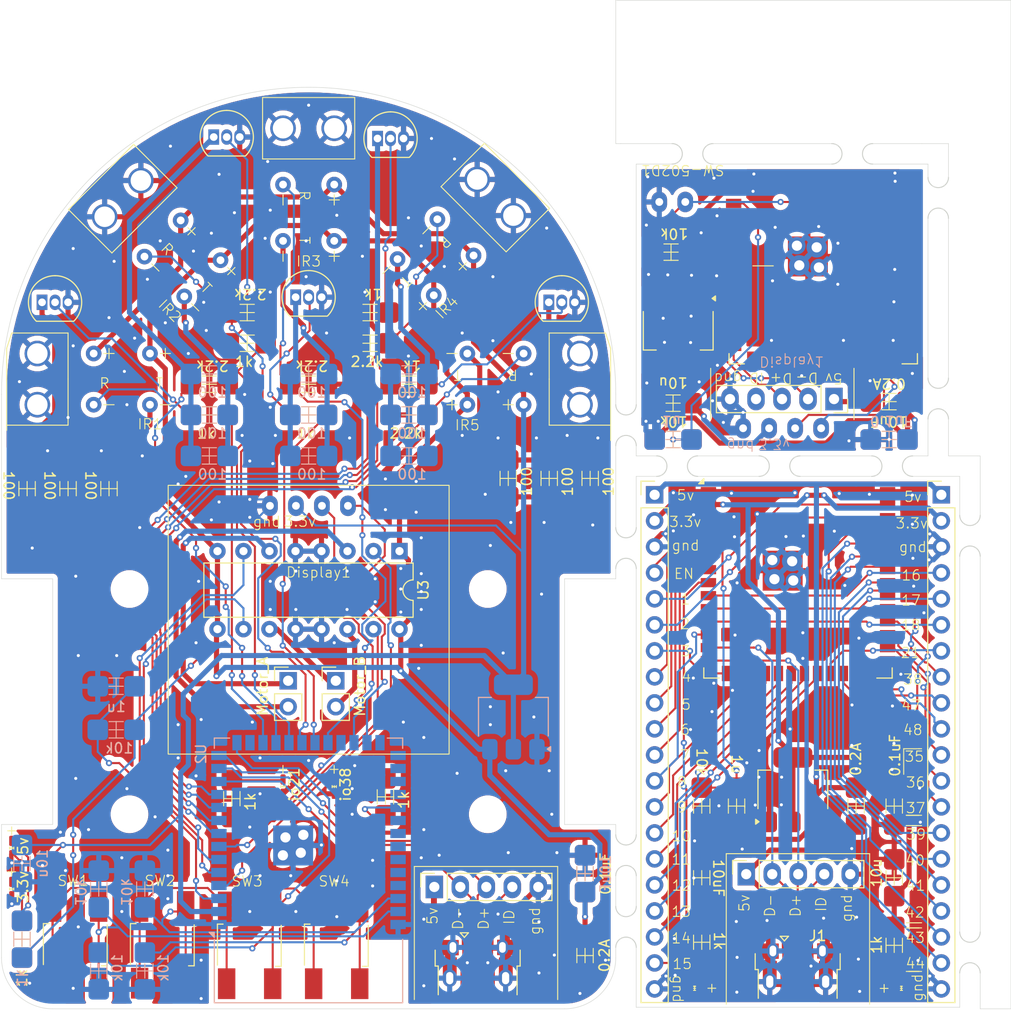
<source format=kicad_pcb>
(kicad_pcb (version 20240108) (generator "pcbnew") (generator_version "8.0")
  (layers (0 "F.Cu" signal) (31 "B.Cu" signal) (34 "B.Paste" user) (35 "F.Paste" user) (36 "B.SilkS" user "B.Silkscreen") (37 "F.SilkS" user "F.Silkscreen") (38 "B.Mask" user) (39 "F.Mask" user) (44 "Edge.Cuts" user))
  (net 0 "")
  (footprint "Ivar_footprint_library:IVAR_1206_SMD_C" (layer "F.Cu") (at 171.8 132 -90)
    (property "Reference" "C4" (hide yes))
    (property "Value" "1u" (hide yes))
  )
  (footprint "Package_TO_SOT_THT:TO-92_Inline" (layer "F.Cu") (at 153.46 81)
    (property "Reference" "Q5" (hide yes))
    (property "Value" "BC547")
  )
  (footprint "Ivar_footprint_library:IVAR_1206_SMD_R" (layer "F.Cu") (at 153.5 96.4 90)
    (property "Reference" "R26" (hide yes))
    (property "Value" "100" (hide yes))
  )
  (footprint "Ivar_footprint_library:IVAR_0603_SMD_LED" (layer "F.Cu") (at 101 133.6 90)
    (property "Reference" "D1" (hide yes))
    (property "Value" "5v" (hide yes))
  )
  (footprint "Ivar_footprint_library:IVAR_1206_SMD_R" (layer "F.Cu") (at 118.5 89 180)
    (property "Reference" "R8" (hide yes))
    (property "Value" "2.2k" (hide yes))
  )
  (footprint "Ivar_footprint_library:IVAR_1206_SMD_R" (layer "F.Cu") (at 110.5 101 -90)
    (property "Reference" "R4" (hide yes))
    (property "Value" "100" (hide yes))
  )
  (footprint "MountingHole:MountingHole_3.2mm_M3" (layer "F.Cu") (at 147.5 131)
    (property "Reference" "REF**" (hide yes))
    (property "Value" "MountingHole_3.2mm_M3")
  )
  (footprint "Ivar_footprint_library:IVAR_1206_SMD_R" (layer "F.Cu") (at 149.5 96.4 90)
    (property "Reference" "R25" (hide yes))
    (property "Value" "100" (hide yes))
  )
  (footprint "Ivar_footprint_library:IVAR_1206_SMD_R" (layer "F.Cu") (at 122.1 92)
    (property "Reference" "R7" (hide yes))
    (property "Value" "1k" (hide yes))
  )
  (footprint "Ivar_footprint_library:IVAR_1206_SMD_C" (layer "F.Cu") (at 157 135 90)
    (property "Reference" "C2" (hide yes))
    (property "Value" "0.1uF" (hide yes))
  )
  (footprint "Ivar_footprint_library:IVAR_IR" (layer "F.Cu") (at 114.5 86)
    (property "Reference" "IR1")
    (property "Value" "~")
  )
  (footprint "IVAR_mouse_bites:mouse-bite-2mm-slot" (layer "F.Cu") (at 176 97)
    (property "Reference" "mouse-bite-2mm-slot" (hide yes))
    (property "Value" "VAL**" (hide yes))
    (fp_arc (start -2 -1) (mid -1 0) (end -2 1) (stroke (width 0.1)) (layer "Edge.Cuts"))
    (fp_arc (start 2 1) (mid 1 0) (end 2 -1) (stroke (width 0.1)) (layer "Edge.Cuts"))
  )
  (footprint "Package_TO_SOT_THT:TO-92_Inline" (layer "F.Cu") (at 136.73 65)
    (property "Reference" "Q4" (hide yes))
    (property "Value" "BC547")
  )
  (footprint "Ivar_footprint_library:IVAR_0603_SMD_LED" (layer "F.Cu") (at 127.5 127.6 90)
    (property "Reference" "D3" (hide yes))
    (property "Value" "io21" (hide yes))
  )
  (footprint "Ivar_footprint_library:IVAR_1206_SMD_R" (layer "F.Cu") (at 141.6 92)
    (property "Reference" "R28" (hide yes))
    (property "Value" "2.2k" (hide yes))
  )
  (footprint "Ivar_footprint_library:IVAR_OLED_I2C" (layer "F.Cu") (at 126.22 100.875)
    (property "Reference" "Display1")
    (property "Value" "Conn_01x04_Pin")
  )
  (footprint "MountingHole:MountingHole_3.2mm_M3" (layer "F.Cu") (at 112.5 109)
    (property "Reference" "REF**" (hide yes))
    (property "Value" "MountingHole_3.2mm_M3")
  )
  (footprint "Ivar_footprint_library:IVAR_0603_SMD_LED" (layer "F.Cu") (at 168.4 148)
    (property "Reference" "D1" (hide yes))
    (property "Value" "5v" (hide yes))
  )
  (footprint "Ivar_footprint_library:IVAR_1206_SMD_R" (layer "F.Cu") (at 122.5 127.675 90)
    (property "Reference" "R29" (hide yes))
    (property "Value" "1k" (hide yes))
  )
  (footprint "Ivar_footprint_library:IVAR_MOTION_SENS" (layer "F.Cu") (at 166.79 71.2 180)
    (property "Reference" "SW-502D1")
    (property "Value" "Conn_01x02_Pin" (hide yes))
  )
  (footprint "MountingHole:MountingHole_3.2mm_M3" (layer "F.Cu") (at 112.5 131)
    (property "Reference" "REF**" (hide yes))
    (property "Value" "MountingHole_3.2mm_M3")
  )
  (footprint "Ivar_footprint_library:IVAR_1206_SMD_R" (layer "F.Cu") (at 102.5 101 -90)
    (property "Reference" "R6" (hide yes))
    (property "Value" "100" (hide yes))
  )
  (footprint "Ivar_footprint_library:IVAR_0603_SMD_LED" (layer "F.Cu") (at 132.5 127.6 90)
    (property "Reference" "D4" (hide yes))
    (property "Value" "io38" (hide yes))
  )
  (footprint "RF_Module:ESP32-S3-WROOM-1" (layer "F.Cu") (at 177.8 104.75)
    (property "Reference" "U2" (hide yes))
    (property "Value" "ESP32-S3-WROOM-1")
  )
  (footprint "IVAR_mouse_bites:mouse-bite-2mm-slot" (layer "F.Cu") (at 191.5 90.4 90)
    (property "Reference" "mouse-bite-2mm-slot" (hide yes))
    (property "Value" "VAL**" (hide yes))
    (fp_arc (start -2 -1) (mid -1 0) (end -2 1) (stroke (width 0.1)) (layer "Edge.Cuts"))
    (fp_arc (start 2 1) (mid 1 0) (end 2 -1) (stroke (width 0.1)) (layer "Edge.Cuts"))
  )
  (footprint "Ivar_footprint_library:IVAR_1206_SMD_R" (layer "F.Cu") (at 102 141.4 90)
    (property "Reference" "R3" (hide yes))
    (property "Value" "1k" (hide yes))
  )
  (footprint "IVAR_mouse_bites:mouse-bite-2mm-slot" (layer "F.Cu") (at 161 135 90)
    (property "Reference" "mouse-bite-2mm-slot" (hide yes))
    (property "Value" "VAL**" (hide yes))
    (fp_arc (start -2 -1) (mid -1 0) (end -2 1) (stroke (width 0.1)) (layer "Edge.Cuts"))
    (fp_arc (start 2 1) (mid 1 0) (end 2 -1) (stroke (width 0.1)) (layer "Edge.Cuts"))
  )
  (footprint "IVAR_mouse_bites:mouse-bite-2mm-slot" (layer "F.Cu") (at 161 93 90)
    (property "Reference" "mouse-bite-2mm-slot" (hide yes))
    (property "Value" "VAL**" (hide yes))
    (fp_arc (start -2 -1) (mid -1 0) (end -2 1) (stroke (width 0.1)) (layer "Edge.Cuts"))
    (fp_arc (start 2 1) (mid 1 0) (end 2 -1) (stroke (width 0.1)) (layer "Edge.Cuts"))
  )
  (footprint "Ivar_footprint_library:IVAR_1206_SMD_R" (layer "F.Cu") (at 137.8 85)
    (property "Reference" "R23" (hide yes))
    (property "Value" "2.2k" (hide yes))
  )
  (footprint "Ivar_footprint_library:IVAR_1206_SMD_R" (layer "F.Cu") (at 167.4 94.4)
    (property "Reference" "R1" (hide yes))
    (property "Value" "10k" (hide yes))
  )
  (footprint "Ivar_footprint_library:IVAR_1206_SMD_R" (layer "F.Cu") (at 163.6 76.1 180)
    (property "Reference" "R2" (hide yes))
    (property "Value" "10k" (hide yes))
  )
  (footprint "Ivar_footprint_library:IVAR_1206_SMD_R" (layer "F.Cu") (at 131.8 92)
    (property "Reference" "R14" (hide yes))
    (property "Value" "1k" (hide yes))
  )
  (footprint "Ivar_footprint_library:IVAR_IR" (layer "F.Cu") (at 145.5 91 180)
    (property "Reference" "IR5")
    (property "Value" "~")
  )
  (footprint "Connector_USB:USB_Micro-B_Amphenol_10103594-0001LF_Horizontal" (layer "F.Cu") (at 146.535 145.89)
    (property "Reference" "J1" (hide yes))
    (property "Value" "USB_B_Micro" (hide yes))
  )
  (footprint "IVAR_mouse_bites:mouse-bite-2mm-slot" (layer "F.Cu") (at 187 97)
    (property "Reference" "mouse-bite-2mm-slot" (hide yes))
    (property "Value" "VAL**" (hide yes))
    (fp_arc (start -2 -1) (mid -1 0) (end -2 1) (stroke (width 0.1)) (layer "Edge.Cuts"))
    (fp_arc (start 2 1) (mid 1 0) (end 2 -1) (stroke (width 0.1)) (layer "Edge.Cuts"))
  )
  (footprint "Ivar_footprint_library:IVAR_1206_SMD_R" (layer "F.Cu") (at 125.8 85)
    (property "Reference" "R9" (hide yes))
    (property "Value" "1k" (hide yes))
  )
  (footprint "Ivar_footprint_library:IVAR_1206_SMD_FUSE" (layer "F.Cu") (at 188.5 90.7)
    (property "Reference" "F1" (hide yes))
    (property "Value" "0.2A" (hide yes))
  )
  (footprint "Ivar_footprint_library:IVAR_1206_SMD_R" (layer "F.Cu") (at 128.2 89 180)
    (property "Reference" "R18" (hide yes))
    (property "Value" "2.2k" (hide yes))
  )
  (footprint "Package_TO_SOT_THT:TO-92_Inline" (layer "F.Cu") (at 103.96 81)
    (property "Reference" "Q1" (hide yes))
    (property "Value" "BC547")
  )
  (footprint "Ivar_footprint_library:IVAR_0603_SMD_LED" (layer "F.Cu") (at 101 137.6 90)
    (property "Reference" "D2" (hide yes))
    (property "Value" "3.3v" (hide yes))
  )
  (footprint "Ivar_footprint_library:IVAR_1206_SMD_FUSE" (layer "F.Cu") (at 183.475 128.4 90)
    (property "Reference" "F1" (hide yes))
    (property "Value" "0.2A" (hide yes))
  )
  (footprint "IVAR_mouse_bites:mouse-bite-2mm-slot" (layer "F.Cu") (at 183.1 66.5 180)
    (property "Reference" "mouse-bite-2mm-slot" (hide yes))
    (property "Value" "VAL**" (hide yes))
    (fp_arc (start 2 1) (mid 1 0) (end 2 -1) (stroke (width 0.1)) (layer "Edge.Cuts"))
    (fp_arc (start -2 -1) (mid -1 0) (end -2 1) (stroke (width 0.1)) (layer "Edge.Cuts"))
  )
  (footprint "Package_TO_SOT_THT:TO-92_Inline" (layer "F.Cu") (at 128.73 80.5)
    (property "Reference" "Q3" (hide yes))
    (property "Value" "BC547")
  )
  (footprint "IVAR_mouse_bites:mouse-bite-2mm-slot" (layer "F.Cu") (at 191.5 70.8 90)
    (property "Reference" "mouse-bite-2mm-slot" (hide yes))
    (property "Value" "VAL**" (hide yes))
    (fp_arc (start -2 -1) (mid -1 0) (end -2 1) (stroke (width 0.1)) (layer "Edge.Cuts"))
    (fp_arc (start 2 1) (mid 1 0) (end 2 -1) (stroke (width 0.1)) (layer "Edge.Cuts"))
  )
  (footprint "Ivar_footprint_library:IVAR_BUTTON_RED_SMD" (layer "F.Cu") (at 113.49 140)
    (property "Reference" "SW2")
    (property "Value" "SW_Push")
  )
  (footprint "Ivar_footprint_library:IVAR_1206_SMD_C" (layer "F.Cu") (at 184.9 94.4 180)
    (property "Reference" "C1" (hide yes))
    (property "Value" "10uF" (hide yes))
  )
  (footprint "IVAR_mouse_bites:mouse-bite-2mm-slot" (layer "F.Cu") (at 161 105 90)
    (property "Reference" "mouse-bite-2mm-slot" (hide yes))
    (property "Value" "VAL**" (hide yes))
    (fp_arc (start -2 -1) (mid -1 0) (end -2 1) (stroke (width 0.1)) (layer "Edge.Cuts"))
    (fp_arc (start 2 1) (mid 1 0) (end 2 -1) (stroke (width 0.1)) (layer "Edge.Cuts"))
  )
  (footprint "Package_TO_SOT_SMD:SOT-223-3_TabPin2" (layer "F.Cu") (at 177.3 128.6 90)
    (property "Reference" "U1" (hide yes))
    (property "Value" "AMS1117-3.3")
  )
  (footprint "Ivar_footprint_library:IVAR_IR" (layer "F.Cu") (at 132.5 75 -90)
    (property "Reference" "IR3")
    (property "Value" "~")
  )
  (footprint "IVAR_mouse_bites:mouse-bite-2mm-slot" (layer "F.Cu") (at 194.6 103.8 90)
    (property "Reference" "mouse-bite-2mm-slot" (hide yes))
    (property "Value" "VAL**" (hide yes))
    (fp_arc (start -2 -1) (mid -1 0) (end -2 1) (stroke (width 0.1)) (layer "Edge.Cuts"))
    (fp_arc (start 2 1) (mid 1 0) (end 2 -1) (stroke (width 0.1)) (layer "Edge.Cuts"))
  )
  (footprint "Ivar_footprint_library:IVAR_Micro_USB_breakout_board_5pin" (layer "F.Cu") (at 142.275 138.1 90)
    (property "Reference" "Mico_USB_Breakout1" (hide yes))
    (property "Value" "Conn_01x05_Pin")
  )
  (footprint "Connector_PinHeader_2.54mm:PinHeader_1x20_P2.54mm_Vertical" (layer "F.Cu") (at 191.8 99.8)
    (property "Reference" "J3" (hide yes))
    (property "Value" "Conn_01x20_Pin")
  )
  (footprint "Ivar_footprint_library:IVAR_BUTTON_RED_SMD" (layer "F.Cu") (at 121.99 140.05)
    (property "Reference" "SW3")
    (property "Value" "SW_Push")
  )
  (footprint "Ivar_footprint_library:IVAR_BUTTON_RED_SMD" (layer "F.Cu") (at 130.49 140.05)
    (property "Reference" "SW4")
    (property "Value" "SW_Push")
  )
  (footprint "Ivar_footprint_library:IVAR_IR" (layer "F.Cu") (at 142.221825 80.313708 -135)
    (property "Reference" "IR4")
    (property "Value" "~")
  )
  (footprint "Ivar_footprint_library:IVAR_1206_SMD_C" (layer "F.Cu") (at 163.8 90.85 180)
    (property "Reference" "C3" (hide yes))
    (property "Value" "10u" (hide yes))
  )
  (footprint "Ivar_footprint_library:IVAR_0603_SMD_LED" (layer "F.Cu") (at 187.2 148 180)
    (property "Reference" "D2" (hide yes))
    (property "Value" "3.3v" (hide yes))
  )
  (footprint "Ivar_footprint_library:IVAR_1206_SMD_R" (layer "F.Cu") (at 106.5 101 -90)
    (property "Reference" "R5" (hide yes))
    (property "Value" "100" (hide yes))
  )
  (footprint "Ivar_footprint_library:IVAR_1206_SMD_FUSE" (layer "F.Cu") (at 157 143 90)
    (property "Reference" "F1" (hide yes))
    (property "Value" "0.2A" (hide yes))
  )
  (footprint "IVAR_mouse_bites:mouse-bite-2mm-slot" (layer "F.Cu") (at 161 142 90)
    (property "Reference" "mouse-bite-2mm-slot" (hide yes))
    (property "Value" "VAL**" (hide yes))
    (fp_arc (start -2 -1) (mid -1 0) (end -2 1) (stroke (width 0.1)) (layer "Edge.Cuts"))
    (fp_arc (start 2 1) (mid 1 0) (end 2 -1) (stroke (width 0.1)) (layer "Edge.Cuts"))
  )
  (footprint "RF_Module:ESP32-S3-WROOM-1" (layer "F.Cu") (at 180.265 74.06)
    (property "Reference" "U2" (hide yes))
    (property "Value" "ESP32-S3-WROOM-1")
  )
  (footprint "Ivar_footprint_library:IVAR_1206_SMD_C" (layer "F.Cu") (at 187.2 135.4 90)
    (property "Reference" "C3" (hide yes))
    (property "Value" "10u" (hide yes))
  )
  (footprint "Package_TO_SOT_SMD:SOT-223-3_TabPin2" (layer "F.Cu") (at 166.1 83.75 -90)
    (property "Reference" "U1" (hide yes))
    (property "Value" "AMS1117-3.3")
  )
  (footprint "Connector_PinHeader_2.54mm:PinHeader_1x02_P2.54mm_Vertical" (layer "F.Cu") (at 128 117.96)
    (property "Reference" "Motor_A")
    (property "Value" "Conn_01x02_Pin")
  )
  (footprint "Ivar_footprint_library:IVAR_1206_SMD_R" (layer "F.Cu") (at 134.2 82 180)
    (property "Reference" "R19" (hide yes))
    (property "Value" "1k" (hide yes))
  )
  (footprint "Connector_PinHeader_2.54mm:PinHeader_1x20_P2.54mm_Vertical" (layer "F.Cu") (at 163.795 99.8)
    (property "Reference" "J2" (hide yes))
    (property "Value" "Conn_01x20_Pin")
  )
  (footprint "Ivar_footprint_library:IVAR_Micro_USB_breakout_board_5pin" (layer "F.Cu") (at 181.32 90.45 -90)
    (property "Reference" "Mico_USB_Breakout1" (hide yes))
    (property "Value" "Conn_01x05_Pin")
  )
  (footprint "Ivar_footprint_library:IVAR_IR" (layer "F.Cu") (at 121.389087 76.889087 -45)
    (property "Reference" "IR2")
    (property "Value" "~")
  )
  (footprint "Connector_PinHeader_2.54mm:PinHeader_1x02_P2.54mm_Vertical" (layer "F.Cu") (at 132.65 117.96)
    (property "Reference" "Motor_B")
    (property "Value" "Conn_01x02_Pin")
  )
  (footprint "Ivar_footprint_library:IVAR_1206_SMD_C" (layer "F.Cu") (at 187.2 132 -90)
    (property "Reference" "C2" (hide yes))
    (property "Value" "0.1uF" (hide yes))
  )
  (footprint "MountingHole:MountingHole_3.2mm_M3" (layer "F.Cu") (at 147.5 109)
    (property "Reference" "REF**" (hide yes))
    (property "Value" "MountingHole_3.2mm_M3")
  )
  (footprint "Ivar_footprint_library:IVAR_Micro_USB_breakout_board_5pin" (layer "F.Cu") (at 172.745 136.85 90)
    (property "Reference" "Mico_USB_Breakout1" (hide yes))
    (property "Value" "Conn_01x05_Pin")
  )
  (footprint "IVAR_mouse_bites:mouse-bite-2mm-slot" (layer "F.Cu") (at 194.6 144.5 90)
    (property "Reference" "mouse-bite-2mm-slot" (hide yes))
    (property "Value" "VAL**" (hide yes))
    (fp_arc (start -2 -1) (mid -1 0) (end -2 1) (stroke (width 0.1)) (layer "Edge.Cuts"))
    (fp_arc (start 2 1) (mid 1 0) (end 2 -1) (stroke (width 0.1)) (layer "Edge.Cuts"))
  )
  (footprint "Package_TO_SOT_THT:TO-92_Inline" (layer "F.Cu") (at 120.73 64.86)
    (property "Reference" "Q2" (hide yes))
    (property "Value" "BC547")
  )
  (footprint "Ivar_footprint_library:IVAR_1206_SMD_R" (layer "F.Cu") (at 168.4 145.3 -90)
    (property "Reference" "R2" (hide yes))
    (property "Value" "1k" (hide yes))
  )
  (footprint "Ivar_footprint_library:IVAR_1206_SMD_R" (layer "F.Cu") (at 138 89 180)
    (property "Reference" "R24" (hide yes))
    (property "Value" "1k" (hide yes))
  )
  (footprint "IVAR_mouse_bites:mouse-bite-2mm-slot" (layer "F.Cu") (at 167.5 66.5 180)
    (property "Reference" "mouse-bite-2mm-slot" (hide yes))
    (property "Value" "VAL**" (hide yes))
    (fp_arc (start 2 1) (mid 1 0) (end 2 -1) (stroke (width 0.1)) (layer "Edge.Cuts"))
    (fp_arc (start -2 -1) (mid -1 0) (end -2 1) (stroke (width 0.1)) (layer "Edge.Cuts"))
  )
  (footprint "Ivar_footprint_library:IVAR_1206_SMD_R" (layer "F.Cu") (at 157.5 96.4 90)
    (property "Reference" "R27" (hide yes))
    (property "Value" "100" (hide yes))
  )
  (footprint "Ivar_footprint_library:IVAR_1206_SMD_R" (layer "F.Cu") (at 122.2 82 180)
    (property "Reference" "R13" (hide yes))
    (property "Value" "2.2k" (hide yes))
  )
  (footprint "Ivar_footprint_library:IVAR_BUTTON_RED_SMD" (layer "F.Cu") (at 104.99 140)
    (property "Reference" "SW1")
    (property "Value" "SW_Push")
  )
  (footprint "Ivar_footprint_library:IVAR_1206_SMD_R" (layer "F.Cu") (at 137.5 127.5 90)
    (property "Reference" "R30" (hide yes))
    (property "Value" "1k" (hide yes))
  )
  (footprint "Connector_USB:USB_Micro-B_Amphenol_10103594-0001LF_Horizontal" (layer "F.Cu") (at 177.795 146.235)
    (property "Reference" "J1")
    (property "Value" "USB_B_Micro")
  )
  (footprint "IVAR_mouse_bites:mouse-bite-2mm-slot" (layer "F.Cu") (at 166 97)
    (property "Reference" "mouse-bite-2mm-slot" (hide yes))
    (property "Value" "VAL**" (hide yes))
    (fp_arc (start -2 -1) (mid -1 0) (end -2 1) (stroke (width 0.1)) (layer "Edge.Cuts"))
    (fp_arc (start 2 1) (mid 1 0) (end 2 -1) (stroke (width 0.1)) (layer "Edge.Cuts"))
  )
  (footprint "Ivar_footprint_library:IVAR_1206_SMD_R" (layer "F.Cu") (at 168.4 128.4 90)
    (property "Reference" "R1" (hide yes))
    (property "Value" "10k" (hide yes))
  )
  (footprint "Package_DIP:DIP-16_W7.62mm" (layer "F.Cu") (at 138.875 105.3 -90)
    (property "Reference" "U3")
    (property "Value" "L293D")
  )
  (footprint "Ivar_footprint_library:IVAR_1206_SMD_R" (layer "F.Cu") (at 187.2 145.6 -90)
    (property "Reference" "R3" (hide yes))
    (property "Value" "1k" (hide yes))
  )
  (footprint "Ivar_footprint_library:IVAR_1206_SMD_C" (layer "F.Cu") (at 168.4 135.4 90)
    (property "Reference" "C1" (hide yes))
    (property "Value" "10uF" (hide yes))
  )
  (footprint "Ivar_footprint_library:IVAR_1206_SMD_R" (layer "B.Cu") (at 118.5 92 180)
    (property "Reference" "R11" (hide yes))
    (property "Value" "100" (hide yes))
  )
  (footprint "Package_TO_SOT_SMD:SOT-223-3_TabPin2" (layer "B.Cu") (at 150 121.5 90)
    (property "Reference" "U1" (hide yes))
    (property "Value" "AMS1117-3.3")
  )
  (footprint "Ivar_footprint_library:IVAR_1206_SMD_C" (layer "B.Cu") (at 163.8 94.4 180)
    (property "Reference" "C4" (hide yes))
    (property "Value" "1u" (hide yes))
  )
  (footprint "Ivar_footprint_library:IVAR_1206_SMD_R" (layer "B.Cu") (at 102 141.4 90)
    (property "Reference" "R2" (hide yes))
    (property "Value" "1k" (hide yes))
  )
  (footprint "Ivar_footprint_library:IVAR_1206_SMD_C" (layer "B.Cu") (at 102 137.6 -90)
    (property "Reference" "C3" (hide yes))
    (property "Value" "10u" (hide yes))
  )
  (footprint "Ivar_footprint_library:IVAR_1206_SMD_C" (layer "B.Cu") (at 157 135 90)
    (property "Reference" "C1" (hide yes))
    (property "Value" "10uF" (hide yes))
  )
  (footprint "Ivar_footprint_library:IVAR_1206_SMD_R" (layer "B.Cu") (at 118.5 88 180)
    (property "Reference" "R10" (hide yes))
    (property "Value" "100" (hide yes))
  )
  (footprint "Ivar_footprint_library:IVAR_1206_SMD_R" (layer "B.Cu") (at 128.2 92 180)
    (property "Reference" "R16" (hide yes))
    (property "Value" "100" (hide yes))
  )
  (footprint "Ivar_footprint_library:IVAR_1206_SMD_R" (layer "B.Cu") (at 138 96 180)
    (property "Reference" "R22" (hide yes))
    (property "Value" "100" (hide yes))
  )
  (footprint "Ivar_footprint_library:IVAR_1206_SMD_R" (layer "B.Cu") (at 118.5 96 180)
    (property "Reference" "R12" (hide yes))
    (property "Value" "100" (hide yes))
  )
  (footprint "Ivar_footprint_library:IVAR_1206_SMD_R" (layer "B.Cu") (at 114 148.1 -90)
    (property "Reference" "R34" (hide yes))
    (property "Value" "10k" (hide yes))
  )
  (footprint "Ivar_footprint_library:IVAR_1206_SMD_R" (layer "B.Cu") (at 128.2 88 180)
    (property "Reference" "R17" (hide yes))
    (property "Value" "100" (hide yes))
  )
  (footprint "Ivar_footprint_library:IVAR_OLED_I2C" (layer "B.Cu") (at 172.44 93.3)
    (property "Reference" "Display1")
    (property "Value" "Conn_01x04_Pin")
  )
  (footprint "Ivar_footprint_library:IVAR_1206_SMD_R" (layer "B.Cu") (at 128.2 96 180)
    (property "Reference" "R15" (hide yes))
    (property "Value" "100" (hide yes))
  )
  (footprint "RF_Module:ESP32-S3-WROOM-1" (layer "B.Cu") (at 129.985 136.51)
    (property "Reference" "U2")
    (property "Value" "ESP32-S3-WROOM-1")
  )
  (footprint "Ivar_footprint_library:IVAR_1206_SMD_C" (layer "B.Cu") (at 109.4 118.5 180)
    (property "Reference" "C4" (hide yes))
    (property "Value" "1u" (hide yes))
  )
  (footprint "Ivar_footprint_library:IVAR_1206_SMD_R" (layer "B.Cu") (at 109.5 148.1 -90)
    (property "Reference" "R33" (hide yes))
    (property "Value" "10k" (hide yes))
  )
  (footprint "Ivar_footprint_library:IVAR_1206_SMD_R" (layer "B.Cu") (at 138 88 180)
    (property "Reference" "R20" (hide yes))
    (property "Value" "100" (hide yes))
  )
  (footprint "Ivar_footprint_library:IVAR_1206_SMD_C" (layer "B.Cu") (at 184.9 94.4 180)
    (property "Reference" "C2" (hide yes))
    (property "Value" "0.1uF" (hide yes))
  )
  (footprint "Ivar_footprint_library:IVAR_1206_SMD_R" (layer "B.Cu") (at 109.5 136.5 90)
    (property "Reference" "R31" (hide yes))
    (property "Value" "10k" (hide yes))
  )
  (footprint "Ivar_footprint_library:IVAR_1206_SMD_R" (layer "B.Cu") (at 109.4 122.75 180)
    (property "Reference" "R1" (hide yes))
    (property "Value" "10k" (hide yes))
  )
  (footprint "Ivar_footprint_library:IVAR_1206_SMD_R" (layer "B.Cu") (at 114 136.5 90)
    (property "Reference" "R32" (hide yes))
    (property "Value" "10k" (hide yes))
  )
  (footprint "Ivar_footprint_library:IVAR_1206_SMD_R" (layer "B.Cu") (at 138 92 180)
    (property "Reference" "R21" (hide yes))
    (property "Value" "100" (hide yes))
  )
  (gr_line (start 189.625 141.6) (end 188.625 141.6) (stroke (width 0.1)) (layer "F.SilkS"))
  (gr_line (start 189.875 132.1) (end 188.375 132.1) (stroke (width 0.1)) (layer "F.SilkS"))
  (gr_line (start 188.375 131.1) (end 189.875 131.1) (stroke (width 0.1)) (layer "F.SilkS"))
  (gr_line (start 188.125 124.6) (end 188.125 127.1) (stroke (width 0.1)) (layer "F.SilkS"))
  (gr_line (start 189.625 132.1) (end 188.625 132.1) (stroke (width 0.1)) (layer "F.SilkS"))
  (gr_line (start 188.375 142.1) (end 189.875 142.1) (stroke (width 0.1)) (layer "F.SilkS"))
  (gr_line (start 189.625 131.1) (end 188.625 131.1) (stroke (width 0.1)) (layer "F.SilkS"))
  (gr_line (start 189.625 124.6) (end 189.875 124.6) (stroke (width 0.1)) (layer "F.SilkS"))
  (gr_line (start 188.625 131.1) (end 188.375 131.1) (stroke (width 0.1)) (layer "F.SilkS"))
  (gr_line (start 189.625 124.6) (end 188.125 124.6) (stroke (width 0.1)) (layer "F.SilkS"))
  (gr_line (start 189.625 146.35) (end 188.625 146.35) (stroke (width 0.1)) (layer "F.SilkS"))
  (gr_line (start 189.875 146.35) (end 188.375 146.35) (stroke (width 0.1)) (layer "F.SilkS"))
  (gr_line (start 189.875 141.6) (end 188.375 141.6) (stroke (width 0.1)) (layer "F.SilkS"))
  (gr_line (start 188.625 142.1) (end 189.625 142.1) (stroke (width 0.1)) (layer "F.SilkS"))
  (gr_line (start 181.1 65.5) (end 169.5 65.5) (stroke (width 0.05)) (layer "Edge.Cuts"))
  (gr_line (start 165.5 65.5) (end 160.5 65.5) (stroke (width 0.05)) (layer "Edge.Cuts"))
  (gr_line (start 174 96) (end 168 96) (stroke (width 0.05)) (layer "Edge.Cuts"))
  (gr_line (start 100 132) (end 105 132) (stroke (width 0.05)) (layer "Edge.Cuts"))
  (gr_arc (start 105 150) (mid 101.464466 148.535534) (end 100 145) (stroke (width 0.05)) (layer "Edge.Cuts"))
  (gr_arc (start 160 145) (mid 158.535534 148.535534) (end 155 150) (stroke (width 0.05)) (layer "Edge.Cuts"))
  (gr_line (start 189 96) (end 190.5 96) (stroke (width 0.05)) (layer "Edge.Cuts"))
  (gr_line (start 160 51.5) (end 198.6 51.5) (stroke (width 0.05)) (layer "Edge.Cuts"))
  (gr_line (start 160 133) (end 160 132) (stroke (width 0.05)) (layer "Edge.Cuts"))
  (gr_line (start 105 108) (end 100 108) (stroke (width 0.05)) (layer "Edge.Cuts"))
  (gr_line (start 155 132) (end 155 108) (stroke (width 0.05)) (layer "Edge.Cuts"))
  (gr_line (start 195.6 142.5) (end 195.6 105.8) (stroke (width 0.05)) (layer "Edge.Cuts"))
  (gr_line (start 160 65.5) (end 160.5 65.5) (stroke (width 0.05)) (layer "Edge.Cuts"))
  (gr_line (start 178 96) (end 185 96) (stroke (width 0.05)) (layer "Edge.Cuts"))
  (gr_line (start 160 145) (end 160 144) (stroke (width 0.05)) (layer "Edge.Cuts"))
  (gr_line (start 190.5 67.5) (end 190.5 68.8) (stroke (width 0.05)) (layer "Edge.Cuts"))
  (gr_line (start 198.6 150) (end 198.6 51.5) (stroke (width 0.05)) (layer "Edge.Cuts"))
  (gr_line (start 100 108) (end 100 90) (stroke (width 0.05)) (layer "Edge.Cuts"))
  (gr_line (start 193.6 146.5) (end 193.6 149.85) (stroke (width 0.05)) (layer "Edge.Cuts"))
  (gr_line (start 192.5 92.4) (end 192.5 96) (stroke (width 0.05)) (layer "Edge.Cuts"))
  (gr_arc (start 100 90) (mid 130 60) (end 160 90) (stroke (width 0.05)) (layer "Edge.Cuts"))
  (gr_line (start 162 137) (end 162 140) (stroke (width 0.05)) (layer "Edge.Cuts"))
  (gr_line (start 100 145) (end 100 132) (stroke (width 0.05)) (layer "Edge.Cuts"))
  (gr_line (start 192.5 65.5) (end 192.5 65.8) (stroke (width 0.05)) (layer "Edge.Cuts"))
  (gr_line (start 192.5 68.8) (end 192.5 65.8) (stroke (width 0.05)) (layer "Edge.Cuts"))
  (gr_line (start 160 65.5) (end 160 51.5) (stroke (width 0.05)) (layer "Edge.Cuts"))
  (gr_line (start 160 137) (end 160 140) (stroke (width 0.05)) (layer "Edge.Cuts"))
  (gr_line (start 195.6 96) (end 192.5 96) (stroke (width 0.05)) (layer "Edge.Cuts"))
  (gr_line (start 162 96) (end 164 96) (stroke (width 0.05)) (layer "Edge.Cuts"))
  (gr_line (start 168 98) (end 174 98) (stroke (width 0.05)) (layer "Edge.Cuts"))
  (gr_line (start 195.6 150) (end 198.6 150) (stroke (width 0.05)) (layer "Edge.Cuts"))
  (gr_line (start 160 91) (end 160 90) (stroke (width 0.05)) (layer "Edge.Cuts"))
  (gr_line (start 189 98) (end 193.6 98) (stroke (width 0.05)) (layer "Edge.Cuts"))
  (gr_line (start 195.6 101.8) (end 195.6 96) (stroke (width 0.05)) (layer "Edge.Cuts"))
  (gr_line (start 193.6 98) (end 193.6 101.8) (stroke (width 0.05)) (layer "Edge.Cuts"))
  (gr_line (start 195.6 150) (end 195.6 146.5) (stroke (width 0.05)) (layer "Edge.Cuts"))
  (gr_line (start 105 150) (end 155 150) (stroke (width 0.05)) (layer "Edge.Cuts"))
  (gr_line (start 160 132) (end 155 132) (stroke (width 0.05)) (layer "Edge.Cuts"))
  (gr_line (start 193.6 149.85) (end 162 149.85) (stroke (width 0.05)) (layer "Edge.Cuts"))
  (gr_line (start 105 132) (end 105 108) (stroke (width 0.05)) (layer "Edge.Cuts"))
  (gr_line (start 164 98) (end 162 98) (stroke (width 0.05)) (layer "Edge.Cuts"))
  (gr_line (start 190.5 72.8) (end 190.5 88.4) (stroke (width 0.05)) (layer "Edge.Cuts"))
  (gr_line (start 162 67.5) (end 165.5 67.5) (stroke (width 0.05)) (layer "Edge.Cuts"))
  (gr_line (start 162 91) (end 162 67.5) (stroke (width 0.05)) (layer "Edge.Cuts"))
  (gr_line (start 162 107) (end 162 133) (stroke (width 0.05)) (layer "Edge.Cuts"))
  (gr_line (start 155 108) (end 160 108) (stroke (width 0.05)) (layer "Edge.Cuts"))
  (gr_line (start 193.6 105.8) (end 193.6 142.5) (stroke (width 0.05)) (layer "Edge.Cuts"))
  (gr_line (start 192.5 88.4) (end 192.5 72.8) (stroke (width 0.05)) (layer "Edge.Cuts"))
  (gr_line (start 162 96) (end 162 95) (stroke (width 0.05)) (layer "Edge.Cuts"))
  (gr_line (start 185 98) (end 178 98) (stroke (width 0.05)) (layer "Edge.Cuts"))
  (gr_line (start 190.5 92.4) (end 190.5 96) (stroke (width 0.05)) (layer "Edge.Cuts"))
  (gr_line (start 169.5 67.5) (end 181.1 67.5) (stroke (width 0.05)) (layer "Edge.Cuts"))
  (gr_line (start 160 108) (end 160 107) (stroke (width 0.05)) (layer "Edge.Cuts"))
  (gr_line (start 185.1 67.5) (end 190.5 67.5) (stroke (width 0.05)) (layer "Edge.Cuts"))
  (gr_line (start 160 103) (end 160 95) (stroke (width 0.05)) (layer "Edge.Cuts"))
  (gr_line (start 162 144) (end 162 149.85) (stroke (width 0.05)) (layer "Edge.Cuts"))
  (gr_line (start 162 98) (end 162 103) (stroke (width 0.05)) (layer "Edge.Cuts"))
  (gr_line (start 189.9 65.5) (end 192.5 65.5) (stroke (width 0.05)) (layer "Edge.Cuts"))
  (gr_line (start 189.9 65.5) (end 185.1 65.5) (stroke (width 0.05)) (layer "Edge.Cuts"))
  (gr_text "6\n" (at 166.225 123.325 0) (layer "F.SilkS") (effects (font (size 1 1) (thickness 0.1)) (justify left bottom)))
  (gr_text "3" (at 166.275 115.65 0) (layer "F.SilkS") (effects (font (size 1 1) (thickness 0.1)) (justify left bottom)))
  (gr_text "11" (at 165.375 136 0) (layer "F.SilkS") (effects (font (size 1 1) (thickness 0.1)) (justify left bottom)))
  (gr_text "35" (at 188.15 125.95 0) (layer "F.SilkS") (effects (font (size 1 1) (thickness 0.1)) (justify left bottom)))
  (gr_text "18" (at 187.8 113.125 0) (layer "F.SilkS") (effects (font (size 1 1) (thickness 0.1)) (justify left bottom)))
  (gr_text "40\n" (at 188.225 136.1 0) (layer "F.SilkS") (effects (font (size 1 1) (thickness 0.1)) (justify left bottom)))
  (gr_text "39" (at 188.325 133.55 0) (layer "F.SilkS") (effects (font (size 1 1) (thickness 0.1)) (justify left bottom)))
  (gr_text "gnd" (at 165.4 105.325 0) (layer "F.SilkS") (effects (font (size 1 1) (thickness 0.1)) (justify left bottom)))
  (gr_text "5v" (at 188.1 100.575 0) (layer "F.SilkS") (effects (font (size 1 1) (thickness 0.1)) (justify left bottom)))
  (gr_text "21" (at 187.775 115.825 0) (layer "F.SilkS") (effects (font (size 1 1) (thickness 0.1)) (justify left bottom)))
  (gr_text "5\n" (at 166.325 120.875 0) (layer "F.SilkS") (effects (font (size 1 1) (thickness 0.1)) (justify left bottom)))
  (gr_text "36" (at 188.275 128.475 0) (layer "F.SilkS") (effects (font (size 1 1) (thickness 0.1)) (justify left bottom)))
  (gr_text "5v" (at 165.9 100.425 0) (layer "F.SilkS") (effects (font (size 1 1) (thickness 0.1)) (justify left bottom)))
  (gr_text "EN\n" (at 165.625 108.1 0) (layer "F.SilkS") (effects (font (size 1 1) (thickness 0.1)) (justify left bottom)))
  (gr_text "3.3v" (at 187.265 103.17 0) (layer "F.SilkS") (effects (font (size 1 1) (thickness 0.1)) (justify left bottom)))
  (gr_text "42" (at 188.2 141.175 0) (layer "F.SilkS") (effects (font (size 1 1) (thickness 0.1)) (justify left bottom)))
  (gr_text "4" (at 166.35 118.15 0) (layer "F.SilkS") (effects (font (size 1 1) (thickness 0.1)) (justify left bottom)))
  (gr_text "3.3v" (at 165.15 103.025 0) (layer "F.SilkS") (effects (font (size 1 1) (thickness 0.1)) (justify left bottom)))
  (gr_text "10" (at 165.375 133.725 0) (layer "F.SilkS") (effects (font (size 1 1) (thickness 0.1)) (justify left bottom)))
  (gr_text "43" (at 188.225 143.65 0) (layer "F.SilkS") (effects (font (size 1 1) (thickness 0.1)) (justify left bottom)))
  (gr_text "37" (at 188.275 130.975 0) (layer "F.SilkS") (effects (font (size 1 1) (thickness 0.1)) (justify left bottom)))
  (gr_text "38" (at 188 118.425 0) (layer "F.SilkS") (effects (font (size 1 1) (thickness 0.1)) (justify left bottom)))
  (gr_text "gnd" (at 187.6 105.475 0) (layer "F.SilkS") (effects (font (size 1 1) (thickness 0.1)) (justify left bottom)))
  (gr_text "7" (at 166.225 125.825 0) (layer "F.SilkS") (effects (font (size 1 1) (thickness 0.1)) (justify left bottom)))
  (gr_text "2" (at 166.225 113 0) (layer "F.SilkS") (effects (font (size 1 1) (thickness 0.1)) (justify left bottom)))
  (gr_text "44" (at 188.25 146.15 0) (layer "F.SilkS") (effects (font (size 1 1) (thickness 0.1)) (justify left bottom)))
  (gr_text "8" (at 165.925 128.45 0) (layer "F.SilkS") (effects (font (size 1 1) (thickness 0.1)) (justify left bottom)))
  (gr_text "9" (at 165.925 130.9 0) (layer "F.SilkS") (effects (font (size 1 1) (thickness 0.1)) (justify left bottom)))
  (gr_text "14" (at 165.375 143.7 0) (layer "F.SilkS") (effects (font (size 1 1) (thickness 0.1)) (justify left bottom)))
  (gr_text "47" (at 187.825 120.95 0) (layer "F.SilkS") (effects (font (size 1 1) (thickness 0.1)) (justify left bottom)))
  (gr_text "12" (at 165.4 138.55 0) (layer "F.SilkS") (effects (font (size 1 1) (thickness 0.1)) (justify left bottom)))
  (gr_text "gnd" (at 165.485 146.63 -90) (layer "F.SilkS") (effects (font (size 1 1) (thickness 0.1)) (justify left bottom)))
  (gr_text "1" (at 166.25 110.6 0) (layer "F.SilkS") (effects (font (size 1 1) (thickness 0.1)) (justify left bottom)))
  (gr_text "16" (at 187.85 108.25 0) (layer "F.SilkS") (effects (font (size 1 1) (thickness 0.1)) (justify left bottom)))
  (gr_text "17" (at 187.825 110.7 0) (layer "F.SilkS") (effects (font (size 1 1) (thickness 0.1)) (justify left bottom)))
  (gr_text "15" (at 165.475 146.2 0) (layer "F.SilkS") (effects (font (size 1 1) (thickness 0.1)) (justify left bottom)))
  (gr_text "48" (at 188 123.35 0) (layer "F.SilkS") (effects (font (size 1 1) (thickness 0.1)) (justify left bottom)))
  (gr_text "gnd" (at 190.05 149.35 90) (layer "F.SilkS") (effects (font (size 1 1) (thickness 0.1)) (justify left bottom)))
  (gr_text "13" (at 165.375 141.1 0) (layer "F.SilkS") (effects (font (size 1 1) (thickness 0.1)) (justify left bottom)))
  (gr_text "41" (at 188.275 138.55 0) (layer "F.SilkS") (effects (font (size 1 1) (thickness 0.1)) (justify left bottom)))
  (segment (start 130.1 80.6) (end 130 80.5) (width 0.2) (layer "F.Cu") (net 0))
  (segment (start 146.110912 84.896885) (end 146.110912 76.424621) (width 0.5) (layer "F.Cu") (net 0))
  (segment (start 189.45 126.722182) (end 190.525 127.797182) (width 0.2) (layer "F.Cu") (net 0))
  (segment (start 142.855 133.6) (end 135.079901 133.6) (width 0.2) (layer "F.Cu") (net 0))
  (segment (start 176.47 140.57) (end 176.47 144.47) (width 0.5) (layer "F.Cu") (net 0))
  (segment (start 153.5 96.4) (end 157.5 96.4) (width 0.5) (layer "F.Cu") (net 0))
  (segment (start 134.5 134) (end 140.715 134) (width 0.2) (layer "F.Cu") (net 0))
  (segment (start 188.065 80.23) (end 179.035 71.2) (width 0.2) (layer "F.Cu") (net 0))
  (segment (start 132.315686 126) (end 132.674265 126) (width 0.2) (layer "F.Cu") (net 0))
  (segment (start 186.55 113.45) (end 187.08 113.45) (width 0.2) (layer "F.Cu") (net 0))
  (segment (start 131.233578 126.233578) (end 131.233578 126.516422) (width 0.2) (layer "F.Cu") (net 0))
  (segment (start 138.035 121.20495) (end 132.43995 126.8) (width 0.2) (layer "F.Cu") (net 0))
  (segment (start 189.015 80.23) (end 188.065 80.23) (width 0.2) (layer "F.Cu") (net 0))
  (segment (start 174.625 117.24) (end 174.625 118.19) (width 0.2) (layer "F.Cu") (net 0))
  (segment (start 168.1 107.1) (end 166.25 108.95) (width 0.2) (layer "F.Cu") (net 0))
  (segment (start 190.525 129.005) (end 191.8 130.28) (width 0.2) (layer "F.Cu") (net 0))
  (segment (start 128 120.5) (end 120.01005 120.5) (width 0.5) (layer "F.Cu") (net 0))
  (segment (start 166.9 128.55) (end 166.641765 128.291765) (width 0.2) (layer "F.Cu") (net 0))
  (segment (start 127.5 81.288906) (end 127.5 75) (width 0.5) (layer "F.Cu") (net 0))
  (segment (start 178.78 90.45) (end 176.745735 88.415735) (width 0.2) (layer "F.Cu") (net 0))
  (segment (start 128 117.96) (end 127.71 118.25) (width 0.5) (layer "F.Cu") (net 0))
  (segment (start 114.75 127.25) (end 118.25 130.75) (width 0.2) (layer "F.Cu") (net 0))
  (segment (start 187.4 125.45) (end 188.65 126.7) (width 0.5) (layer "F.Cu") (net 0))
  (segment (start 123.5 135.495494) (end 123.5 136.5) (width 0.2) (layer "F.Cu") (net 0))
  (segment (start 163.8 145.52) (end 165.305 145.52) (width 0.2) (layer "F.Cu") (net 0))
  (segment (start 165.025 106.365) (end 165.025 116.355) (width 0.2) (layer "F.Cu") (net 0))
  (segment (start 124.5 144.1) (end 126.49 142.11) (width 0.2) (layer "F.Cu") (net 0))
  (segment (start 105.245 139.745) (end 105.245 134.755) (width 0.2) (layer "F.Cu") (net 0))
  (segment (start 128.2 91.95) (end 126.25 90) (width 0.2) (layer "F.Cu") (net 0))
  (segment (start 177.3 125.21) (end 175.89 123.8) (width 0.5) (layer "F.Cu") (net 0))
  (segment (start 169.85 133.45) (end 168.4 132) (width 0.5) (layer "F.Cu") (net 0))
  (segment (start 109.49 147.5) (end 109.49 142.5) (width 0.2) (layer "F.Cu") (net 0))
  (segment (start 141.6 89) (end 143.003816 89) (width 0.2) (layer "F.Cu") (net 0))
  (segment (start 147.16 140.835) (end 149.895 138.1) (width 0.2) (layer "F.Cu") (net 0))
  (segment (start 166.25 122.75) (end 163.8 125.2) (width 0.2) (layer "F.Cu") (net 0))
  (segment (start 169.05 109.64) (end 182.585 109.64) (width 0.2) (layer "F.Cu") (net 0))
  (segment (start 165.25 92.95) (end 165.25 89.4) (width 0.5) (layer "F.Cu") (net 0))
  (segment (start 184.711765 108.361765) (end 186.541765 108.361765) (width 0.2) (layer "F.Cu") (net 0))
  (segment (start 147.16 144.125) (end 147.16 140.835) (width 0.2) (layer "F.Cu") (net 0))
  (segment (start 146.712 97.212) (end 146.712 87.212) (width 0.5) (layer "F.Cu") (net 0))
  (segment (start 143.986291 74.3) (end 137.3 74.3) (width 0.5) (layer "F.Cu") (net 0))
  (segment (start 190.326116 117.276116) (end 190.484646 117.276116) (width 0.2) (layer "F.Cu") (net 0))
  (segment (start 166.1 77.2) (end 167.2 76.1) (width 0.5) (layer "F.Cu") (net 0))
  (segment (start 115.55 126.55) (end 118.089338 129.089338) (width 0.2) (layer "F.Cu") (net 0))
  (segment (start 115.5 113.25) (end 115.55 113.3) (width 0.2) (layer "F.Cu") (net 0))
  (segment (start 104.99 140) (end 105.245 139.745) (width 0.2) (layer "F.Cu") (net 0))
  (segment (start 136.7 96.431372) (end 136.7 90.3) (width 0.2) (layer "F.Cu") (net 0))
  (segment (start 177.165 117.24) (end 177.165 118.19) (width 0.2) (layer "F.Cu") (net 0))
  (segment (start 166 133.16) (end 163.8 135.36) (width 0.2) (layer "F.Cu") (net 0))
  (segment (start 102.6 139.9) (end 102.6 135.2) (width 0.2) (layer "F.Cu") (net 0))
  (segment (start 122 82) (end 119 79) (width 0.2) (layer "F.Cu") (net 0))
  (segment (start 132.195494 126.8) (end 123.5 135.495494) (width 0.2) (layer "F.Cu") (net 0))
  (segment (start 110.5 97.4) (end 110.5 97) (width 0.5) (layer "F.Cu") (net 0))
  (segment (start 135.125 100.875) (end 133.84 100.875) (width 0.2) (layer "F.Cu") (net 0))
  (segment (start 188.5 90.7) (end 188.5 94.4) (width 0.5) (layer "F.Cu") (net 0))
  (segment (start 188.847207 114.797206) (end 188.847207 114.375735) (width 0.2) (layer "F.Cu") (net 0))
  (segment (start 186.2 88.52) (end 186.2 91.598962) (width 0.2) (layer "F.Cu") (net 0))
  (segment (start 190.05 118.606765) (end 190.25 118.806765) (width 0.2) (layer "F.Cu") (net 0))
  (segment (start 167.4 90.928244) (end 168.605878 92.134122) (width 0.5) (layer "F.Cu") (net 0))
  (segment (start 129.699997 122.25) (end 129.699997 117.359997) (width 0.2) (layer "F.Cu") (net 0))
  (segment (start 134.250635 111.82) (end 133.472817 111.82) (width 0.2) (layer "F.Cu") (net 0))
  (segment (start 143.5 87.92237) (end 143.5 84) (width 0.5) (layer "F.Cu") (net 0))
  (segment (start 115.29 138.2) (end 120.14 138.2) (width 0.2) (layer "F.Cu") (net 0))
  (segment (start 123 95.348529) (end 123 103.109365) (width 0.2) (layer "F.Cu") (net 0))
  (segment (start 135.5 110.529365) (end 135.5 107.690635) (width 0.2) (layer "F.Cu") (net 0))
  (segment (start 165.2 126.345) (end 165.2 128.88) (width 0.2) (layer "F.Cu") (net 0))
  (segment (start 170 102.02) (end 169.05 102.02) (width 0.2) (layer "F.Cu") (net 0))
  (segment (start 187.2 142) (end 187.2 139) (width 0.5) (layer "F.Cu") (net 0))
  (segment (start 168.4 139) (end 168.4 142) (width 0.5) (layer "F.Cu") (net 0))
  (segment (start 186.55 100.75) (end 176.2 100.75) (width 0.2) (layer "F.Cu") (net 0))
  (segment (start 179.6 129.15) (end 179.6 127.325) (width 0.5) (layer "F.Cu") (net 0))
  (segment (start 113.5 127.434314) (end 119.6 133.534314) (width 0.2) (layer "F.Cu") (net 0))
  (segment (start 124.85 104.1) (end 126.75 104.1) (width 0.2) (layer "F.Cu") (net 0))
  (segment (start 133.795 113.3575) (end 133.795 112.92) (width 0.5) (layer "F.Cu") (net 0))
  (segment (start 136.25 118.15) (end 136.25 114.597183) (width 0.2) (layer "F.Cu") (net 0))
  (segment (start 167.25 115.99) (end 167.25 115.05) (width 0.2) (layer "F.Cu") (net 0))
  (segment (start 169.05 105.83) (end 168.1 105.83) (width 0.2) (layer "F.Cu") (net 0))
  (segment (start 114.75 113.75) (end 114.75 127.25) (width 0.2) (layer "F.Cu") (net 0))
  (segment (start 187.23 89.25) (end 187.23 88.984314) (width 0.2) (layer "F.Cu") (net 0))
  (segment (start 183.515 118.415) (end 183.9 118.8) (width 0.2) (layer "F.Cu") (net 0))
  (segment (start 166.65 109.82) (end 166.65 124.025) (width 0.2) (layer "F.Cu") (net 0))
  (segment (start 119 105) (end 119 104.132835) (width 0.2) (layer "F.Cu") (net 0))
  (segment (start 137.5 81.7) (end 137.5 75.75) (width 0.2) (layer "F.Cu") (net 0))
  (segment (start 170.425 108.85) (end 170.425 102.445) (width 0.2) (layer "F.Cu") (net 0))
  (segment (start 191.8 117.58) (end 190.395735 116.175735) (width 0.2) (layer "F.Cu") (net 0))
  (segment (start 118.25 92) (end 118.5 92) (width 0.2) (layer "F.Cu") (net 0))
  (segment (start 125.8 85) (end 123.049481 87.750519) (width 0.2) (layer "F.Cu") (net 0))
  (segment (start 127.85 86) (end 130.1 83.75) (width 0.2) (layer "F.Cu") (net 0))
  (segment (start 117.853553 80.424621) (end 117.853553 82.853553) (width 0.5) (layer "F.Cu") (net 0))
  (segment (start 165.025 116.355) (end 163.8 117.58) (width 0.2) (layer "F.Cu") (net 0))
  (segment (start 102.6 135.2) (end 101 133.6) (width 0.2) (layer "F.Cu") (net 0))
  (segment (start 184.85 90.65) (end 184.9 90.7) (width 0.5) (layer "F.Cu") (net 0))
  (segment (start 168.5 117.24) (end 167.25 115.99) (width 0.2) (layer "F.Cu") (net 0))
  (segment (start 114.5 103) (end 114.5 113.5) (width 0.2) (layer "F.Cu") (net 0))
  (segment (start 189.268527 113.1) (end 189.2 113.031473) (width 0.2) (layer "F.Cu") (net 0))
  (segment (start 131.233578 126.516422) (end 126.475 131.275) (width 0.2) (layer "F.Cu") (net 0))
  (segment (start 135.25 103.75) (end 135.25 102) (width 0.2) (layer "F.Cu") (net 0))
  (segment (start 177.165 118.19) (end 168.454999 126.900001) (width 0.2) (layer "F.Cu") (net 0))
  (segment (start 168.1 108.37) (end 166.65 109.82) (width 0.2) (layer "F.Cu") (net 0))
  (segment (start 172.465 71.34) (end 171.515 71.34) (width 0.2) (layer "F.Cu") (net 0))
  (segment (start 118.039498 128.289498) (end 116 126.25) (width 0.2) (layer "F.Cu") (net 0))
  (segment (start 153.5 95.5) (end 153.46 95.46) (width 0.5) (layer "F.Cu") (net 0))
  (segment (start 189.015 68.855) (end 189.015 68.8) (width 0.5) (layer "F.Cu") (net 0))
  (segment (start 163.8 81.6) (end 163.8 80.6) (width 0.5) (layer "F.Cu") (net 0))
  (segment (start 157 143) (end 157 141) (width 0.5) (layer "F.Cu") (net 0))
  (segment (start 170.525 108.95) (end 170.425 108.85) (width 0.2) (layer "F.Cu") (net 0))
  (segment (start 138.875 105.3) (end 138.875 97.625) (width 0.5) (layer "F.Cu") (net 0))
  (segment (start 136.75 121.924265) (end 136.75 113.335) (width 0.2) (layer "F.Cu") (net 0))
  (segment (start 117.49 140.5) (end 117.99 140) (width 0.2) (layer "F.Cu") (net 0))
  (segment (start 154.6 149) (end 157 146.6) (width 0.5) (layer "F.Cu") (net 0))
  (segment (start 187.5 112.18) (end 190.474265 115.154265) (width 0.2) (layer "F.Cu") (net 0))
  (segment (start 165.305 145.52) (end 166.9 143.925) (width 0.2) (layer "F.Cu") (net 0))
  (segment (start 136.25 86.55) (end 137.8 85) (width 0.2) (layer "F.Cu") (net 0))
  (segment (start 164.5 103.6) (end 164.875 103.6) (width 0.5) (layer "F.Cu") (net 0))
  (segment (start 145.5 89.92237) (end 143.5 87.92237) (width 0.5) (layer "F.Cu") (net 0))
  (segment (start 187.3 69.17) (end 188.7 69.17) (width 0.5) (layer "F.Cu") (net 0))
  (segment (start 127.469669 108.5) (end 127.615 108.354669) (width 0.2) (layer "F.Cu") (net 0))
  (segment (start 137.15 117.78) (end 137.15 113.660635) (width 0.2) (layer "F.Cu") (net 0))
  (segment (start 180.9725 134.5) (end 183.4725 132) (width 0.5) (layer "F.Cu") (net 0))
  (segment (start 126.49 140.05) (end 126.95 140.05) (width 0.2) (layer "F.Cu") (net 0))
  (segment (start 101.05 95.95) (end 105.2 91.8) (width 0.5) (layer "F.Cu") (net 0))
  (segment (start 122.2 85) (end 124 83.2) (width 0.2) (layer "F.Cu") (net 0))
  (segment (start 118.5 116.5) (end 120 115) (width 0.2) (layer "F.Cu") (net 0))
  (segment (start 126.49 142.11) (end 126.49 140.05) (width 0.2) (layer "F.Cu") (net 0))
  (segment (start 116 87.5) (end 114.5 86) (width 0.5) (layer "F.Cu") (net 0))
  (segment (start 145.21 143.1) (end 142.275 140.165) (width 0.5) (layer "F.Cu") (net 0))
  (segment (start 153.5 100) (end 157.5 100) (width 0.5) (layer "F.Cu") (net 0))
  (segment (start 129.699997 117.359997) (end 127.470331 115.130331) (width 0.2) (layer "F.Cu") (net 0))
  (segment (start 173.9 72.775) (end 172.465 71.34) (width 0.2) (layer "F.Cu") (net 0))
  (segment (start 135.75 96.25) (end 135.75 84) (width 0.2) (layer "F.Cu") (net 0))
  (segment (start 143.003816 89) (end 143.009329 89.005513) (width 0.2) (layer "F.Cu") (net 0))
  (segment (start 114.5 93) (end 114.5 91) (width 0.5) (layer "F.Cu") (net 0))
  (segment (start 147.74 147.005) (end 147.47 147.275) (width 0.5) (layer "F.Cu") (net 0))
  (segment (start 142.275 140.165) (end 142.275 138.1) (width 0.5) (layer "F.Cu") (net 0))
  (segment (start 180.35 128.4) (end 179.6 129.15) (width 0.5) (layer "F.Cu") (net 0))
  (segment (start 136.25 114.597183) (end 134.895 113.242183) (width 0.2) (layer "F.Cu") (net 0))
  (segment (start 113.9 116.515687) (end 113.9 127.268628) (width 0.2) (layer "F.Cu") (net 0))
  (segment (start 130.5 117.5) (end 130.5 122.25) (width 0.2) (layer "F.Cu") (net 0))
  (segment (start 146.712 87.212) (end 145.5 86) (width 0.5) (layer "F.Cu") (net 0))
  (segment (start 119.67506 76.889087) (end 121.389087 76.889087) (width 0.5) (layer "F.Cu") (net 0))
  (segment (start 179.035 71.2) (end 176.1 71.2) (width 0.2) (layer "F.Cu") (net 0))
  (segment (start 116 100.205) (end 116 87.5) (width 0.5) (layer "F.Cu") (net 0))
  (segment (start 185.98 87.734314) (end 185.98 86.56) (width 0.2) (layer "F.Cu") (net 0))
  (segment (start 186.55 103.29) (end 183.036471 103.29) (width 0.2) (layer "F.Cu") (net 0))
  (segment (start 165.25 89.4) (end 163.25 87.4) (width 0.5) (layer "F.Cu") (net 0))
  (segment (start 167.4 90.85) (end 166.7 90.85) (width 0.5) (layer "F.Cu") (net 0))
  (segment (start 111.69 138.2) (end 113.49 140) (width 0.2) (layer "F.Cu") (net 0))
  (segment (start 130 126.5) (end 127.5 129) (width 0.5) (layer "F.Cu") (net 0))
  (segment (start 136.7 90.3) (end 138 89) (width 0.2) (layer "F.Cu") (net 0))
  (segment (start 139.75 112.045) (end 139.75 106.175) (width 0.5) (layer "F.Cu") (net 0))
  (segment (start 116 126.25) (end 116 125.75) (width 0.2) (layer "F.Cu") (net 0))
  (segment (start 146.51 144.125) (end 146.51 138.945) (width 0.2) (layer "F.Cu") (net 0))
  (segment (start 137.5 131.1) (end 136.1 131.1) (width 0.2) (layer "F.Cu") (net 0))
  (segment (start 131 73.5) (end 132.5 75) (width 0.5) (layer "F.Cu") (net 0))
  (segment (start 166.1 89.55) (end 167.4 90.85) (width 0.5) (layer "F.Cu") (net 0))
  (segment (start 137.15 113.660635) (end 137.435 113.375635) (width 0.2) (layer "F.Cu") (net 0))
  (segment (start 163.25 82.15) (end 163.8 81.6) (width 0.5) (layer "F.Cu") (net 0))
  (segment (start 184.71 87.03) (end 186.2 88.52) (width 0.2) (layer "F.Cu") (net 0))
  (segment (start 129.5 83.5) (end 129.5 83.288906) (width 0.5) (layer "F.Cu") (net 0))
  (segment (start 142.1975 138.1775) (end 142.1975 148.4475) (width 0.5) (layer "F.Cu") (net 0))
  (segment (start 183.515 117.24) (end 183.515 118.415) (width 0.2) (layer "F.Cu") (net 0))
  (segment (start 153.5 96.4) (end 153.5 95.5) (width 0.5) (layer "F.Cu") (net 0))
  (segment (start 188.85 110.9) (end 186.56 110.9) (width 0.2) (layer "F.Cu") (net 0))
  (segment (start 117.853553 82.853553) (end 118 83) (width 0.5) (layer "F.Cu") (net 0))
  (segment (start 106.5 101) (end 110.5 101) (width 0.5) (layer "F.Cu") (net 0))
  (segment (start 117.99 147.5) (end 117.99 140) (width 0.2) (layer "F.Cu") (net 0))
  (segment (start 125.5 93.5) (end 123.4 95.6) (width 0.2) (layer "F.Cu") (net 0))
  (segment (start 145.5 91) (end 145.5 89.92237) (width 0.5) (layer "F.Cu") (net 0))
  (segment (start 186.275 106.825) (end 186.55 107.1) (width 0.2) (layer "F.Cu") (net 0))
  (segment (start 134.2 82.45) (end 134.2 82) (width 0.2) (layer "F.Cu") (net 0))
  (segment (start 177.77 136.91) (end 177.83 136.85) (width 0.2) (layer "F.Cu") (net 0))
  (segment (start 190.65 118.29) (end 190.65 124.05) (width 0.2) (layer "F.Cu") (net 0))
  (segment (start 122.5 92.4) (end 122.5 117.41) (width 0.2) (layer "F.Cu") (net 0))
  (segment (start 177.77 144.47) (end 177.77 136.91) (width 0.2) (layer "F.Cu") (net 0))
  (segment (start 165.39 100.75) (end 163.8 102.34) (width 0.5) (layer "F.Cu") (net 0))
  (segment (start 135.079901 133.6) (end 131.4 129.920099) (width 0.2) (layer "F.Cu") (net 0))
  (segment (start 134.895 112.464365) (end 134.250635 111.82) (width 0.2) (layer "F.Cu") (net 0))
  (segment (start 170.465 86.39353) (end 170.465 84.56) (width 0.2) (layer "F.Cu") (net 0))
  (segment (start 186.063717 109.153717) (end 186.55 109.64) (width 0.2) (layer "F.Cu") (net 0))
  (segment (start 134.99 140.05) (end 134.99 135.49) (width 0.2) (layer "F.Cu") (net 0))
  (segment (start 127.5 85) (end 127.25 85.25) (width 0.2) (layer "F.Cu") (net 0))
  (segment (start 117.5 77.5) (end 109 86) (width 0.5) (layer "F.Cu") (net 0))
  (segment (start 176.85 115.989998) (end 176.849998 115.99) (width 0.2) (layer "F.Cu") (net 0))
  (segment (start 133.76362 98.464579) (end 134.666793 98.464579) (width 0.2) (layer "F.Cu") (net 0))
  (segment (start 184.9 90.7) (end 181.57 90.7) (width 0.5) (layer "F.Cu") (net 0))
  (segment (start 123.049481 87.750519) (end 124.35 89.051038) (width 0.2) (layer "F.Cu") (net 0))
  (segment (start 173.355 117.24) (end 173.355 118.19) (width 0.2) (layer "F.Cu") (net 0))
  (segment (start 167.4 90.85) (end 167.4 90.928244) (width 0.5) (layer "F.Cu") (net 0))
  (segment (start 173.355 118.19) (end 165.2 126.345) (width 0.2) (layer "F.Cu") (net 0))
  (segment (start 145.86 139.145) (end 144.815 138.1) (width 0.2) (layer "F.Cu") (net 0))
  (segment (start 167.711094 92.3) (end 165.9 92.3) (width 0.5) (layer "F.Cu") (net 0))
  (segment (start 114.5 86) (end 114.5 82.064147) (width 0.5) (layer "F.Cu") (net 0))
  (segment (start 101 135) (end 101.25 135) (width 0.2) (layer "F.Cu") (net 0))
  (segment (start 105.2 83.49) (end 103.96 82.25) (width 0.5) (layer "F.Cu") (net 0))
  (segment (start 189.2 111.25) (end 188.85 110.9) (width 0.2) (layer "F.Cu") (net 0))
  (segment (start 111.5 126) (end 119 133.5) (width 0.2) (layer "F.Cu") (net 0))
  (segment (start 106.5 97.4) (end 110.5 97.4) (width 0.5) (layer "F.Cu") (net 0))
  (segment (start 168.454999 126.900001) (end 168.033526 126.900001) (width 0.2) (layer "F.Cu") (net 0))
  (segment (start 147.81 144.125) (end 147.81 142.725) (width 0.5) (layer "F.Cu") (net 0))
  (segment (start 183.095 105.83) (end 186.55 105.83) (width 0.2) (layer "F.Cu") (net 0))
  (segment (start 115.5 103.75) (end 115.5 113.25) (width 0.2) (layer "F.Cu") (net 0))
  (segment (start 190.25 126.19) (end 191.8 127.74) (width 0.2) (layer "F.Cu") (net 0))
  (segment (start 134.75 97.25) (end 135.75 96.25) (width 0.2) (layer "F.Cu") (net 0))
  (segment (start 178.73 147.62) (end 180.23 147.62) (width 0.5) (layer "F.Cu") (net 0))
  (segment (start 188.595 68.38) (end 189.015 68.8) (width 0.5) (layer "F.Cu") (net 0))
  (segment (start 138.875 112.92) (end 139.75 112.045) (width 0.5) (layer "F.Cu") (net 0))
  (segment (start 116 125.75) (end 116 104.121534) (width 0.2) (layer "F.Cu") (net 0))
  (segment (start 134.7 119.850192) (end 135.5 119.050192) (width 0.2) (layer "F.Cu") (net 0))
  (segment (start 139.75 106.175) (end 138.875 105.3) (width 0.5) (layer "F.Cu") (net 0))
  (segment (start 137.3 74.3) (end 132.5 69.5) (width 0.5) (layer "F.Cu") (net 0))
  (segment (start 182.24 115.025) (end 180.975 116.29) (width 0.2) (layer "F.Cu") (net 0))
  (segment (start 124.35 93.998529) (end 123 95.348529) (width 0.2) (layer "F.Cu") (net 0))
  (segment (start 133.5 97.25) (end 134.75 97.25) (width 0.2) (layer "F.Cu") (net 0))
  (segment (start 180.975 116.29) (end 180.975 117.24) (width 0.2) (layer "F.Cu") (net 0))
  (segment (start 133.731628 98.432587) (end 133.76362 98.464579) (width 0.2) (layer "F.Cu") (net 0))
  (segment (start 136.15 118.25) (end 136.25 118.15) (width 0.2) (layer "F.Cu") (net 0))
  (segment (start 163.8 94.4) (end 165.25 92.95) (width 0.5) (layer "F.Cu") (net 0))
  (segment (start 165.825 120.635) (end 163.8 122.66) (width 0.2) (layer "F.Cu") (net 0))
  (segment (start 170.685 70.07) (end 171.515 70.07) (width 0.5) (layer "F.Cu") (net 0))
  (segment (start 119.065686 132.434314) (end 119.207108 132.292892) (width 0.2) (layer "F.Cu") (net 0))
  (segment (start 187.27 68.38) (end 188.595 68.38) (width 0.5) (layer "F.Cu") (net 0))
  (segment (start 186.55 114.72) (end 187.08 114.72) (width 0.2) (layer "F.Cu") (net 0))
  (segment (start 114.9 113.334314) (end 115.15 113.584314) (width 0.2) (layer "F.Cu") (net 0))
  (segment (start 189.45 118.077452) (end 189.45 126.722182) (width 0.2) (layer "F.Cu") (net 0))
  (segment (start 121 113.015) (end 121.095 112.92) (width 0.5) (layer "F.Cu") (net 0))
  (segment (start 137.435 103.185) (end 135.125 100.875) (width 0.2) (layer "F.Cu") (net 0))
  (segment (start 169.85 137.55) (end 169.85 133.45) (width 0.5) (layer "F.Cu") (net 0))
  (segment (start 179.6 129.15) (end 179.6 131.75) (width 0.5) (layer "F.Cu") (net 0))
  (segment (start 102 141.4) (end 102 138.6) (width 0.2) (layer "F.Cu") (net 0))
  (segment (start 187.6 113.97) (end 187.6 114.55) (width 0.2) (layer "F.Cu") (net 0))
  (segment (start 186.55 102.02) (end 176.48 102.02) (width 0.2) (layer "F.Cu") (net 0))
  (segment (start 114.9 103.44853) (end 114.9 113.334314) (width 0.2) (layer "F.Cu") (net 0))
  (segment (start 183.036471 103.29) (end 180.8 105.526471) (width 0.2) (layer "F.Cu") (net 0))
  (segment (start 137.8 82) (end 137.5 81.7) (width 0.2) (layer "F.Cu") (net 0))
  (segment (start 134.632479 99.064579) (end 141.6 92.097058) (width 0.2) (layer "F.Cu") (net 0))
  (segment (start 131.288 70.712) (end 119.788 70.712) (width 0.5) (layer "F.Cu") (net 0))
  (segment (start 183.9 118.8) (end 187.9 118.8) (width 0.2) (layer "F.Cu") (net 0))
  (segment (start 132.6 127.5) (end 132.5 127.6) (width 0.2) (layer "F.Cu") (net 0))
  (segment (start 110.5 97) (end 114.5 93) (width 0.5) (layer "F.Cu") (net 0))
  (segment (start 190.525 127.797182) (end 190.525 129.005) (width 0.2) (layer "F.Cu") (net 0))
  (segment (start 173.47 114.72) (end 169.05 114.72) (width 0.2) (layer "F.Cu") (net 0))
  (segment (start 187.08 113.45) (end 187.6 113.97) (width 0.2) (layer "F.Cu") (net 0))
  (segment (start 149.5 100) (end 146.712 97.212) (width 0.5) (layer "F.Cu") (net 0))
  (segment (start 147.47 147.275) (end 147.47 145.53) (width 0.5) (layer "F.Cu") (net 0))
  (segment (start 175.29 136.85) (end 177.12 138.68) (width 0.2) (layer "F.Cu") (net 0))
  (segment (start 116.5 140.5) (end 117.49 140.5) (width 0.2) (layer "F.Cu") (net 0))
  (segment (start 167.2 76.1) (end 167.2 73.555) (width 0.5) (layer "F.Cu") (net 0))
  (segment (start 115 100.132835) (end 115 94.25) (width 0.2) (layer "F.Cu") (net 0))
  (segment (start 141.6 92.097058) (end 141.6 92) (width 0.2) (layer "F.Cu") (net 0))
  (segment (start 182.674265 107.099265) (end 182.94853 106.825) (width 0.2) (layer "F.Cu") (net 0))
  (segment (start 163.6 76.1) (end 163.6 74.39) (width 0.2) (layer "F.Cu") (net 0))
  (segment (start 178.73 147.62) (end 179.07 147.28) (width 0.5) (layer "F.Cu") (net 0))
  (segment (start 188.5 94.4) (end 186.659973 92.559973) (width 0.5) (layer "F.Cu") (net 0))
  (segment (start 134.99 135.49) (end 130 130.5) (width 0.2) (layer "F.Cu") (net 0))
  (segment (start 134.99 142.03) (end 134.99 140.05) (width 0.2) (layer "F.Cu") (net 0))
  (segment (start 132.674265 126) (end 136.75 121.924265) (width 0.2) (layer "F.Cu") (net 0))
  (segment (start 127.25 85.25) (end 127.25 88.05) (width 0.2) (layer "F.Cu") (net 0))
  (segment (start 180.8 105.526471) (end 180.8 107.274265) (width 0.2) (layer "F.Cu") (net 0))
  (segment (start 121 115) (end 121 113.015) (width 0.5) (layer "F.Cu") (net 0))
  (segment (start 126.640686 131.675) (end 132.315686 126) (width 0.2) (layer "F.Cu") (net 0))
  (segment (start 169.05 112.18) (end 184.48 112.18) (width 0.2) (layer "F.Cu") (net 0))
  (segment (start 113.9 127.268628) (end 119.065686 132.434314) (width 0.2) (layer "F.Cu") (net 0))
  (segment (start 165.9 92.3) (end 163.8 94.4) (width 0.5) (layer "F.Cu") (net 0))
  (segment (start 168.4 139) (end 169.85 137.55) (width 0.5) (layer "F.Cu") (net 0))
  (segment (start 190.225736 116.175735) (end 188.847207 114.797206) (width 0.2) (layer "F.Cu") (net 0))
  (segment (start 121 117.5) (end 121 115) (width 0.5) (layer "F.Cu") (net 0))
  (segment (start 185.798962 92) (end 178.82 92) (width 0.2) (layer "F.Cu") (net 0))
  (segment (start 170.475 100.75) (end 169.05 100.75) (width 0.5) (layer "F.Cu") (net 0))
  (segment (start 123.4 102.65) (end 124.85 104.1) (width 0.2) (layer "F.Cu") (net 0))
  (segment (start 187.6 114.55) (end 190.326116 117.276116) (width 0.2) (layer "F.Cu") (net 0))
  (segment (start 178.435 117.768527) (end 169.271264 126.932263) (width 0.2) (layer "F.Cu") (net 0))
  (segment (start 188.5 90.7) (end 188.5 91.8) (width 0.5) (layer "F.Cu") (net 0))
  (segment (start 157 141) (end 157 138.6) (width 0.5) (layer "F.Cu") (net 0))
  (segment (start 188.7 69.17) (end 189.015 68.855) (width 0.5) (layer "F.Cu") (net 0))
  (segment (start 163.8 104.88) (end 163.8 104.3) (width 0.5) (layer "F.Cu") (net 0))
  (segment (start 145.28 147.005) (end 145.55 147.275) (width 0.2) (layer "F.Cu") (net 0))
  (segment (start 101 135.75) (end 101 135) (width 0.2) (layer "F.Cu") (net 0))
  (segment (start 188.5 91.8) (end 189.2 92.5) (width 0.5) (layer "F.Cu") (net 0))
  (segment (start 132.5 69.5) (end 131.288 70.712) (width 0.5) (layer "F.Cu") (net 0))
  (segment (start 134.666793 98.464579) (end 136.7 96.431372) (width 0.2) (layer "F.Cu") (net 0))
  (segment (start 149.5 96.4) (end 153.5 96.4) (width 0.5) (layer "F.Cu") (net 0))
  (segment (start 130 125.75) (end 130 126.5) (width 0.5) (layer "F.Cu") (net 0))
  (segment (start 177.9 133.45) (end 179.6 131.75) (width 0.5) (layer "F.Cu") (net 0))
  (segment (start 126.25 81.55) (end 125.8 82) (width 0.2) (layer "F.Cu") (net 0))
  (segment (start 174.84 89.05) (end 173.97 89.05) (width 0.2) (layer "F.Cu") (net 0))
  (segment (start 143.78 147.005) (end 143.78 146.075) (width 0.2) (layer "F.Cu") (net 0))
  (segment (start 188.65 137.55) (end 187.2 139) (width 0.5) (layer "F.Cu") (net 0))
  (segment (start 109.49 142.5) (end 109.49 140) (width 0.2) (layer "F.Cu") (net 0))
  (segment (start 125.25 80) (end 125.25 81.45) (width 0.2) (layer "F.Cu") (net 0))
  (segment (start 121.99 140.05) (end 123.79 138.25) (width 0.2) (layer "F.Cu") (net 0))
  (segment (start 114.5 113.5) (end 114.75 113.75) (width 0.2) (layer "F.Cu") (net 0))
  (segment (start 122.5 127.675) (end 127.425 127.675) (width 0.2) (layer "F.Cu") (net 0))
  (segment (start 182.615 104.56) (end 186.55 104.56) (width 0.2) (layer "F.Cu") (net 0))
  (segment (start 170.985 84.04) (end 171.515 84.04) (width 0.2) (layer "F.Cu") (net 0))
  (segment (start 127.469669 114.530331) (end 127.530331 114.530331) (width 0.2) (layer "F.Cu") (net 0))
  (segment (start 104.99 147.5) (end 104.99 140) (width 0.2) (layer "F.Cu") (net 0))
  (segment (start 115.15 113.584314) (end 115.15 126.801471) (width 0.2) (layer "F.Cu") (net 0))
  (segment (start 169.05 103.29) (end 168.1 103.29) (width 0.2) (layer "F.Cu") (net 0))
  (segment (start 123 103.109365) (end 124.75 104.859365) (width 0.2) (layer "F.Cu") (net 0))
  (segment (start 128.69 138.25) (end 130.49 140.05) (width 0.2) (layer "F.Cu") (net 0))
  (segment (start 143.78 147.005) (end 145.28 147.005) (width 0.2) (layer "F.Cu") (net 0))
  (segment (start 163.6 74.39) (end 166.79 71.2) (width 0.2) (layer "F.Cu") (net 0))
  (segment (start 137.435 105.755635) (end 137.435 103.185) (width 0.2) (layer "F.Cu") (net 0))
  (segment (start 121.095 105.3) (end 116 100.205) (width 0.5) (layer "F.Cu") (net 0))
  (segment (start 113.49 140) (end 115.29 138.2) (width 0.2) (layer "F.Cu") (net 0))
  (segment (start 182.752054 92.559973) (end 180.562027 94.75) (width 0.5) (layer "F.Cu") (net 0))
  (segment (start 117.574266 90.475737) (end 117.574266 89.925734) (width 0.2) (layer "F.Cu") (net 0))
  (segment (start 117.75 104.75) (end 118 104.5) (width 0.5) (layer "F.Cu") (net 0))
  (segment (start 182.245 118.19) (end 183.455 119.4) (width 0.2) (layer "F.Cu") (net 0))
  (segment (start 146.51 138.945) (end 147.355 138.1) (width 0.2) (layer "F.Cu") (net 0))
  (segment (start 124.778174 73.5) (end 131 73.5) (width 0.5) (layer "F.Cu") (net 0))
  (segment (start 172.485735 88.414265) (end 170.465 86.39353) (width 0.2) (layer "F.Cu") (net 0))
  (segment (start 186.659973 92.559973) (end 182.752054 92.559973) (width 0.5) (layer "F.Cu") (net 0))
  (segment (start 123.79 138.25) (end 128.69 138.25) (width 0.2) (layer "F.Cu") (net 0))
  (segment (start 142.1975 148.4475) (end 142.75 149) (width 0.5) (layer "F.Cu") (net 0))
  (segment (start 178.42 138.8) (end 180.37 136.85) (width 0.2) (layer "F.Cu") (net 0))
  (segment (start 139 117) (end 139 113.045) (width 0.5) (layer "F.Cu") (net 0))
  (segment (start 179.07 147.28) (end 179.07 145.825) (width 0.5) (layer "F.Cu") (net 0))
  (segment (start 132.65 117.96) (end 131.96 117.96) (width 0.5) (layer "F.Cu") (net 0))
  (segment (start 115.15 126.801471) (end 118.274263 129.925734) (width 0.2) (layer "F.Cu") (net 0))
  (segment (start 143.5 84) (end 142.221825 82.721825) (width 0.5) (layer "F.Cu") (net 0))
  (segment (start 138.875 97.625) (end 145.5 91) (width 0.5) (layer "F.Cu") (net 0))
  (segment (start 187.08 114.72) (end 190.65 118.29) (width 0.2) (layer "F.Cu") (net 0))
  (segment (start 173.475 114.725) (end 173.47 114.72) (width 0.2) (layer "F.Cu") (net 0))
  (segment (start 136.25 96.315686) (end 136.25 86.55) (width 0.2) (layer "F.Cu") (net 0))
  (segment (start 142.75 149) (end 154.6 149) (width 0.5) (layer "F.Cu") (net 0))
  (segment (start 178.675 99.85) (end 180.35 99.85) (width 0.5) (layer "F.Cu") (net 0))
  (segment (start 130.49 147.55) (end 130.49 140.05) (width 0.2) (layer "F.Cu") (net 0))
  (segment (start 122.5 82.3) (end 122.2 82) (width 0.2) (layer "F.Cu") (net 0))
  (segment (start 145.55 145.55) (end 145.5 145.5) (width 0.5) (layer "F.Cu") (net 0))
  (segment (start 175.31 147.62) (end 175.04 147.35) (width 0.2) (layer "F.Cu") (net 0))
  (segment (start 101.05 99.55) (end 101.05 95.95) (width 0.5) (layer "F.Cu") (net 0))
  (segment (start 134.5 118.65) (end 134.5 114.0625) (width 0.5) (layer "F.Cu") (net 0))
  (segment (start 182.585 109.64) (end 184.8 107.425) (width 0.2) (layer "F.Cu") (net 0))
  (segment (start 186.541765 108.361765) (end 186.55 108.37) (width 0.2) (layer "F.Cu") (net 0))
  (segment (start 173.925 114.725) (end 173.475 114.725) (width 0.2) (layer "F.Cu") (net 0))
  (segment (start 147.81 142.725) (end 152.435 138.1) (width 0.5) (layer "F.Cu") (net 0))
  (segment (start 126.325 131.675) (end 126.640686 131.675) (width 0.2) (layer "F.Cu") (net 0))
  (segment (start 187.29 69.18) (end 187.3 69.17) (width 0.5) (layer "F.Cu") (net 0))
  (segment (start 132.5 102.075) (end 131.3 100.875) (width 0.2) (layer "F.Cu") (net 0))
  (segment (start 126.25 80) (end 126.25 81.55) (width 0.2) (layer "F.Cu") (net 0))
  (segment (start 122.2 82) (end 122 82) (width 0.2) (layer "F.Cu") (net 0))
  (segment (start 180.23 147.62) (end 180.5 147.35) (width 0.2) (layer "F.Cu") (net 0))
  (segment (start 104.99 142.01) (end 104.99 140) (width 0.2) (layer "F.Cu") (net 0))
  (segment (start 165.825 108.105) (end 165.825 120.635) (width 0.2) (layer "F.Cu") (net 0))
  (segment (start 140.5 82.3) (end 140.5 78.5) (width 0.2) (layer "F.Cu") (net 0))
  (segment (start 129.9 90.7) (end 128.2 89) (width 0.2) (layer "F.Cu") (net 0))
  (segment (start 184.775 109.95) (end 183.815 110.91) (width 0.2) (layer "F.Cu") (net 0))
  (segment (start 183.4725 128.4) (end 187.2 128.4) (width 0.5) (layer "F.Cu") (net 0))
  (segment (start 177.3 125.45) (end 187.4 125.45) (width 0.5) (layer "F.Cu") (net 0))
  (segment (start 105.245 134.755) (end 106 134) (width 0.2) (layer "F.Cu") (net 0))
  (segment (start 179.07 145.825) (end 179.07 144.47) (width 0.5) (layer "F.Cu") (net 0))
  (segment (start 125.25 81.45) (end 125.8 82) (width 0.2) (layer "F.Cu") (net 0))
  (segment (start 184.85206 109.153717) (end 186.063717 109.153717) (width 0.2) (layer "F.Cu") (net 0))
  (segment (start 124.75 104.859365) (end 124.75 117.41) (width 0.2) (layer "F.Cu") (net 0))
  (segment (start 170.465 84.56) (end 170.985 84.04) (width 0.2) (layer "F.Cu") (net 0))
  (segment (start 102.5 101) (end 106.5 101) (width 0.5) (layer "F.Cu") (net 0))
  (segment (start 172.75 136.85) (end 176.47 140.57) (width 0.5) (layer "F.Cu") (net 0))
  (segment (start 102.5 101) (end 101.05 99.55) (width 0.5) (layer "F.Cu") (net 0))
  (segment (start 178.82 92) (end 177.52 93.3) (width 0.2) (layer "F.Cu") (net 0))
  (segment (start 180.562027 94.75) (end 170.161094 94.75) (width 0.5) (layer "F.Cu") (net 0))
  (segment (start 168.1 104.56) (end 165.425 107.235) (width 0.2) (layer "F.Cu") (net 0))
  (segment (start 121.99 147.55) (end 121.99 140.05) (width 0.2) (layer "F.Cu") (net 0))
  (segment (start 166 128.085) (end 166 133.16) (width 0.2) (layer "F.Cu") (net 0))
  (segment (start 176.745735 88.415735) (end 174.184265 88.415735) (width 0.2) (layer "F.Cu") (net 0))
  (segment (start 163.8 104.3) (end 164.5 103.6) (width 0.5) (layer "F.Cu") (net 0))
  (segment (start 163.8 106.74) (end 163.8 107.42) (width 0.2) (layer "F.Cu") (net 0))
  (segment (start 178.42 144.47) (end 178.42 138.8) (width 0.2) (layer "F.Cu") (net 0))
  (segment (start 175.895 118.19) (end 166 128.085) (width 0.2) (layer "F.Cu") (net 0))
  (segment (start 142.221825 80.313708) (end 142.221825 78.599681) (width 0.5) (layer "F.Cu") (net 0))
  (segment (start 133.604851 98.559364) (end 133.731628 98.432587) (width 0.2) (layer "F.Cu") (net 0))
  (segment (start 117.05 117.53995) (end 117.05 104.318626) (width 0.5) (layer "F.Cu") (net 0))
  (segment (start 142.221825 82.721825) (end 142.221825 80.313708) (width 0.5) (layer "F.Cu") (net 0))
  (segment (start 166.9 143.925) (end 166.9 128.55) (width 0.2) (layer "F.Cu") (net 0))
  (segment (start 130.1 83.75) (end 130.1 80.6) (width 0.2) (layer "F.Cu") (net 0))
  (segment (start 171.8 126.725) (end 171.8 128.4) (width 0.2) (layer "F.Cu") (net 0))
  (segment (start 126.95 140.05) (end 128 139) (width 0.2) (layer "F.Cu") (net 0))
  (segment (start 134.701107 97.864579) (end 136.25 96.315686) (width 0.2) (layer "F.Cu") (net 0))
  (segment (start 186.55 112.18) (end 187.5 112.18) (width 0.2) (layer "F.Cu") (net 0))
  (segment (start 165.425 118.495) (end 163.8 120.12) (width 0.2) (layer "F.Cu") (net 0))
  (segment (start 177.3 131.75) (end 177.3 125.45) (width 0.5) (layer "F.Cu") (net 0))
  (segment (start 134.5 114.0625) (end 133.795 113.3575) (width 0.5) (layer "F.Cu") (net 0))
  (segment (start 142.221825 78.599681) (end 138.622144 75) (width 0.5) (layer "F.Cu") (net 0))
  (segment (start 153.46 95.46) (end 153.46 81) (width 0.5) (layer "F.Cu") (net 0))
  (segment (start 116.27445 102.97555) (end 115.5 103.75) (width 0.2) (layer "F.Cu") (net 0))
  (segment (start 175.1 134.5) (end 180.9725 134.5) (width 0.5) (layer "F.Cu") (net 0))
  (segment (start 189.519461 118.007991) (end 189.45 118.077452) (width 0.2) (layer "F.Cu") (net 0))
  (segment (start 118.089338 129.089338) (end 118.286397 129.089338) (width 0.2) (layer "F.Cu") (net 0))
  (segment (start 117.75 117.25) (end 117.75 104.75) (width 0.5) (layer "F.Cu") (net 0))
  (segment (start 132.5 110.847183) (end 132.5 102.075) (width 0.2) (layer "F.Cu") (net 0))
  (segment (start 102.5 97.4) (end 106.5 97.4) (width 0.5) (layer "F.Cu") (net 0))
  (segment (start 149.5 100) (end 153.5 100) (width 0.5) (layer "F.Cu") (net 0))
  (segment (start 145.55 147.275) (end 145.55 145.55) (width 0.5) (layer "F.Cu") (net 0))
  (segment (start 129.5 83.288906) (end 127.5 81.288906) (width 0.5) (layer "F.Cu") (net 0))
  (segment (start 182.6 104.575) (end 182.615 104.56) (width 0.2) (layer "F.Cu") (net 0))
  (segment (start 119 133.5) (end 119 137.5) (width 0.2) (layer "F.Cu") (net 0))
  (segment (start 166.1 80.6) (end 166.1 77.2) (width 0.5) (layer "F.Cu") (net 0))
  (segment (start 141.6 92) (end 141.6 91.9) (width 0.2) (layer "F.Cu") (net 0))
  (segment (start 176.2 100.75) (end 171.025 105.925) (width 0.2) (layer "F.Cu") (net 0))
  (segment (start 168.52 102.02) (end 163.8 106.74) (width 0.2) (layer "F.Cu") (net 0))
  (segment (start 171.8 128.4) (end 168.4 128.4) (width 0.2) (layer "F.Cu") (net 0))
  (segment (start 169.05 108.37) (end 168.1 108.37) (width 0.2) (layer "F.Cu") (net 0))
  (segment (start 115.55 113.3) (end 115.55 126.55) (width 0.2) (layer "F.Cu") (net 0))
  (segment (start 167.675 113.45) (end 169.05 113.45) (width 0.2) (layer "F.Cu") (net 0))
  (segment (start 182.245 117.24) (end 182.245 118.19) (width 0.2) (layer "F.Cu") (net 0))
  (segment (start 168.4 145.3) (end 168.4 148) (width 0.2) (layer "F.Cu") (net 0))
  (segment (start 149.24 147.005) (end 147.74 147.005) (width 0.5) (layer "F.Cu") (net 0))
  (segment (start 128.2 92) (end 128.2 91.95) (width 0.2) (layer "F.Cu") (net 0))
  (segment (start 188.65 126.7) (end 188.65 137.55) (width 0.5) (layer "F.Cu") (net 0))
  (segment (start 138.035 114.5) (end 138.035 121.20495) (width 0.2) (layer "F.Cu") (net 0))
  (segment (start 116.27445 102.96797) (end 116.27445 102.97555) (width 0.2) (layer "F.Cu") (net 0))
  (segment (start 101.25 135) (end 102 135.75) (width 0.2) (layer "F.Cu") (net 0))
  (segment (start 115.25 102.25) (end 114.5 103) (width 0.2) (layer "F.Cu") (net 0))
  (segment (start 127.425 127.675) (end 127.5 127.6) (width 0.2) (layer "F.Cu") (net 0))
  (segment (start 190.25 118.806765) (end 190.25 126.19) (width 0.2) (layer "F.Cu") (net 0))
  (segment (start 133.5 90.75) (end 133.45 90.7) (width 0.2) (layer "F.Cu") (net 0))
  (segment (start 127.470331 115.130331) (end 126.380331 115.130331) (width 0.2) (layer "F.Cu") (net 0))
  (segment (start 186.56 110.9) (end 186.55 110.91) (width 0.2) (layer "F.Cu") (net 0))
  (segment (start 126.380331 115.130331) (end 126 114.75) (width 0.2) (layer "F.Cu") (net 0))
  (segment (start 177.12 138.68) (end 177.12 144.47) (width 0.2) (layer "F.Cu") (net 0))
  (segment (start 117.05 104.318626) (end 117.434313 103.934313) (width 0.5) (layer "F.Cu") (net 0))
  (segment (start 174.625 118.19) (end 165.6 127.215) (width 0.2) (layer "F.Cu") (net 0))
  (segment (start 182.94853 106.825) (end 186.275 106.825) (width 0.2) (layer "F.Cu") (net 0))
  (segment (start 132.65 120.5) (end 134.5 118.65) (width 0.5) (layer "F.Cu") (net 0))
  (segment (start 116 104.121534) (end 117.070085 103.051449) (width 0.2) (layer "F.Cu") (net 0))
  (segment (start 127.615 96.185) (end 131.8 92) (width 0.2) (layer "F.Cu") (net 0))
  (segment (start 119.788 70.712) (end 117.5 73) (width 0.5) (layer "F.Cu") (net 0))
  (segment (start 173.9 74.65) (end 173.9 72.775) (width 0.2) (layer "F.Cu") (net 0))
  (segment (start 166.1 80.6) (end 166.1 86.9) (width 0.5) (layer "F.Cu") (net 0))
  (segment (start 185.125 115.025) (end 182.24 115.025) (width 0.2) (layer "F.Cu") (net 0))
  (segment (start 165.425 107.235) (end 165.425 118.495) (width 0.2) (layer "F.Cu") (net 0))
  (segment (start 184.48 112.18) (end 184.775 112.475) (width 0.2) (layer "F.Cu") (net 0))
  (segment (start 169.05 104.56) (end 168.1 104.56) (width 0.2) (layer "F.Cu") (net 0))
  (segment (start 187.23 88.984314) (end 185.98 87.734314) (width 0.2) (layer "F.Cu") (net 0))
  (segment (start 110.5 126) (end 111.5 126) (width 0.2) (layer "F.Cu") (net 0))
  (segment (start 145.86 144.125) (end 145.86 139.145) (width 0.2) (layer "F.Cu") (net 0))
  (segment (start 142.275 138.1) (end 142.1975 138.1775) (width 0.5) (layer "F.Cu") (net 0))
  (segment (start 124.35 89.051038) (end 124.35 93.998529) (width 0.2) (layer "F.Cu") (net 0))
  (segment (start 168.1 105.83) (end 165.825 108.105) (width 0.2) (layer "F.Cu") (net 0))
  (segment (start 104.99 140) (end 106.79 138.2) (width 0.2) (layer "F.Cu") (net 0))
  (segment (start 189.2 113.031473) (end 189.2 111.25) (width 0.2) (layer "F.Cu") (net 0))
  (segment (start 137.435 112.464365) (end 135.5 110.529365) (width 0.2) (layer "F.Cu") (net 0))
  (segment (start 175.895 117.24) (end 175.895 118.19) (width 0.2) (layer "F.Cu") (net 0))
  (segment (start 107 135) (end 107 133) (width 0.2) (layer "F.Cu") (net 0))
  (segment (start 122.5 83.5) (end 122.5 82.3) (width 0.2) (layer "F.Cu") (net 0))
  (segment (start 119 104.132835) (end 115 100.132835) (width 0.2) (layer "F.Cu") (net 0))
  (segment (start 176.24 90.45) (end 174.84 89.05) (width 0.2) (layer "F.Cu") (net 0))
  (segment (start 123.5 117.5) (end 123.5 114.75) (width 0.2) (layer "F.Cu") (net 0))
  (segment (start 102 145) (end 104.99 142.01) (width 0.2) (layer "F.Cu") (net 0))
  (segment (start 124 134) (end 126.325 131.675) (width 0.2) (layer "F.Cu") (net 0))
  (segment (start 127.615 108.354669) (end 127.615 96.185) (width 0.2) (layer "F.Cu") (net 0))
  (segment (start 147.47 145.53) (end 147.5 145.5) (width 0.5) (layer "F.Cu") (net 0))
  (segment (start 165.6 127.215) (end 165.6 131.02) (width 0.2) (layer "F.Cu") (net 0))
  (segment (start 178.435 117.24) (end 178.435 117.768527) (width 0.2) (layer "F.Cu") (net 0))
  (segment (start 121.095 112.92) (end 121.095 105.3) (width 0.5) (layer "F.Cu") (net 0))
  (segment (start 166.1 86.9) (end 166.1 89.55) (width 0.5) (layer "F.Cu") (net 0))
  (segment (start 135.75 84) (end 134.2 82.45) (width 0.2) (layer "F.Cu") (net 0))
  (segment (start 118.302514 128.289498) (end 118.039498 128.289498) (width 0.2) (layer "F.Cu") (net 0))
  (segment (start 119.6 133.534314) (end 119.6 136) (width 0.2) (layer "F.Cu") (net 0))
  (segment (start 131.96 117.96) (end 126.92 112.92) (width 0.5) (layer "F.Cu") (net 0))
  (segment (start 136.1 131.1) (end 135.5 130.5) (width 0.2) (layer "F.Cu") (net 0))
  (segment (start 170.425 102.445) (end 170 102.02) (width 0.2) (layer "F.Cu") (net 0))
  (segment (start 113.5 115.75) (end 113.5 127.434314) (width 0.2) (layer "F.Cu") (net 0))
  (segment (start 137.435 113.375635) (end 137.435 112.464365) (width 0.2) (layer "F.Cu") (net 0))
  (segment (start 118.75 118.25) (end 117.75 117.25) (width 0.5) (layer "F.Cu") (net 0))
  (segment (start 135.5 119.050192) (end 135.5 114.75) (width 0.2) (layer "F.Cu") (net 0))
  (segment (start 114.1 116.315687) (end 113.9 116.515687) (width 0.2) (layer "F.Cu") (net 0))
  (segment (start 126.475 131.275) (end 122.5 131.275) (width 0.2) (layer "F.Cu") (net 0))
  (segment (start 117.574266 89.925734) (end 118.5 89) (width 0.2) (layer "F.Cu") (net 0))
  (segment (start 165.2 128.88) (end 163.8 130.28) (width 0.2) (layer "F.Cu") (net 0))
  (segment (start 134.99 147.55) (end 134.99 140.05) (width 0.2) (layer "F.Cu") (net 0))
  (segment (start 123.4 95.6) (end 123.4 102.65) (width 0.2) (layer "F.Cu") (net 0))
  (segment (start 116.75 90.5) (end 118.25 92) (width 0.2) (layer "F.Cu") (net 0))
  (segment (start 172.75 136.85) (end 175.1 134.5) (width 0.5) (layer "F.Cu") (net 0))
  (segment (start 120.01005 120.5) (end 117.05 117.53995) (width 0.5) (layer "F.Cu") (net 0))
  (segment (start 135.5 107.690635) (end 137.435 105.755635) (width 0.2) (layer "F.Cu") (net 0))
  (segment (start 187.2 145.6) (end 187.2 148) (width 0.2) (layer "F.Cu") (net 0))
  (segment (start 116.174265 102.174265) (end 114.9 103.44853) (width 0.2) (layer "F.Cu") (net 0))
  (segment (start 165.6 94.4) (end 167.4 94.4) (width 0.2) (layer "F.Cu") (net 0))
  (segment (start 183.4725 128.4) (end 180.35 128.4) (width 0.5) (layer "F.Cu") (net 0))
  (segment (start 146.110912 76.424621) (end 143.986291 74.3) (width 0.5) (layer "F.Cu") (net 0))
  (segment (start 165.6 131.02) (end 163.8 132.82) (width 0.2) (layer "F.Cu") (net 0))
  (segment (start 176.48 102.02) (end 171.15 107.35) (width 0.2) (layer "F.Cu") (net 0))
  (segment (start 106.79 138.2) (end 111.69 138.2) (width 0.2) (layer "F.Cu") (net 0))
  (segment (start 177.3 125.45) (end 177.3 125.21) (width 0.5) (layer "F.Cu") (net 0))
  (segment (start 179.705 117.616744) (end 169.916391 127.405353) (width 0.2) (layer "F.Cu") (net 0))
  (segment (start 132.43995 126.8) (end 132.195494 126.8) (width 0.2) (layer "F.Cu") (net 0))
  (segment (start 140.715 134) (end 144.815 138.1) (width 0.2) (layer "F.Cu") (net 0))
  (segment (start 139 113.045) (end 138.875 112.92) (width 0.5) (layer "F.Cu") (net 0))
  (segment (start 169.05 107.1) (end 168.1 107.1) (width 0.2) (layer "F.Cu") (net 0))
  (segment (start 127.25 88.05) (end 128.2 89) (width 0.2) (layer "F.Cu") (net 0))
  (segment (start 136.75 113.335) (end 136.335 112.92) (width 0.2) (layer "F.Cu") (net 0))
  (segment (start 122.1 92) (end 122.5 92.4) (width 0.2) (layer "F.Cu") (net 0))
  (segment (start 114.5 82.064147) (end 119.67506 76.889087) (width 0.5) (layer "F.Cu") (net 0))
  (segment (start 176.81 147.62) (end 178.73 147.62) (width 0.5) (layer "F.Cu") (net 0))
  (segment (start 120 115) (end 121 115) (width 0.2) (layer "F.Cu") (net 0))
  (segment (start 147.355 138.1) (end 142.855 133.6) (width 0.2) (layer "F.Cu") (net 0))
  (segment (start 190.474265 115.154265) (end 190.474265 115.575735) (width 0.2) (layer "F.Cu") (net 0))
  (segment (start 102 138.6) (end 101 137.6) (width 0.2) (layer "F.Cu") (net 0))
  (segment (start 171.515 86.595) (end 171.515 85.31) (width 0.2) (layer "F.Cu") (net 0))
  (segment (start 127.71 118.25) (end 118.75 118.25) (width 0.5) (layer "F.Cu") (net 0))
  (segment (start 169.05 102.02) (end 168.52 102.02) (width 0.2) (layer "F.Cu") (net 0))
  (segment (start 143.68 144.005) (end 143.66 144.025) (width 0.2) (layer "F.Cu") (net 0))
  (segment (start 103.96 82.25) (end 103.96 81) (width 0.5) (layer "F.Cu") (net 0))
  (segment (start 124 83.2) (end 124 79.5) (width 0.2) (layer "F.Cu") (net 0))
  (segment (start 126.92 112.92) (end 126.175 112.92) (width 0.5) (layer "F.Cu") (net 0))
  (segment (start 190.395735 116.175735) (end 190.225736 116.175735) (width 0.2) (layer "F.Cu") (net 0))
  (segment (start 126.49 147.55) (end 126.49 140.05) (width 0.2) (layer "F.Cu") (net 0))
  (segment (start 138.686291 76.778174) (end 138.686291 79.186291) (width 0.5) (layer "F.Cu") (net 0))
  (segment (start 117.5 73) (end 117.5 77.5) (width 0.5) (layer "F.Cu") (net 0))
  (segment (start 181.57 90.7) (end 181.32 90.45) (width 0.5) (layer "F.Cu") (net 0))
  (segment (start 163.25 87.4) (end 163.25 82.15) (width 0.5) (layer "F.Cu") (net 0))
  (segment (start 166.25 108.95) (end 166.25 122.75) (width 0.2) (layer "F.Cu") (net 0))
  (segment (start 176.81 147.62) (end 175.31 147.62) (width 0.5) (layer "F.Cu") (net 0))
  (segment (start 145.21 144.125) (end 145.21 143.1) (width 0.5) (layer "F.Cu") (net 0))
  (segment (start 176.849998 115.99) (end 169.05 115.99) (width 0.2) (layer "F.Cu") (net 0))
  (segment (start 127.530331 114.530331) (end 130.5 117.5) (width 0.2) (layer "F.Cu") (net 0))
  (segment (start 133.5 143.52) (end 134.99 142.03) (width 0.2) (layer "F.Cu") (net 0))
  (segment (start 183.815 110.91) (end 169.05 110.91) (width 0.2) (layer "F.Cu") (net 0))
  (segment (start 151 91) (end 151 89.785973) (width 0.5) (layer "F.Cu") (net 0))
  (segment (start 138.622144 75) (end 132.5 75) (width 0.5) (layer "F.Cu") (net 0))
  (segment (start 168.1 103.29) (end 165.025 106.365) (width 0.2) (layer "F.Cu") (net 0))
  (segment (start 131.25 130.75) (end 134.5 134) (width 0.2) (layer "F.Cu") (net 0))
  (segment (start 137.8 85) (end 140.5 82.3) (width 0.2) (layer "F.Cu") (net 0))
  (segment (start 151 89.785973) (end 146.110912 84.896885) (width 0.5) (layer "F.Cu") (net 0))
  (segment (start 144.09 144.005) (end 143.68 144.005) (width 0.2) (layer "F.Cu") (net 0))
  (segment (start 133.45 90.7) (end 129.9 90.7) (width 0.2) (layer "F.Cu") (net 0))
  (segment (start 120.14 138.2) (end 121.99 140.05) (width 0.2) (layer "F.Cu") (net 0))
  (segment (start 169.85 133.45) (end 177.9 133.45) (width 0.5) (layer "F.Cu") (net 0))
  (segment (start 134.895 113.242183) (end 134.895 112.464365) (width 0.2) (layer "F.Cu") (net 0))
  (segment (start 141.6 91.9) (end 143.5 90) (width 0.2) (layer "F.Cu") (net 0))
  (segment (start 179.705 117.24) (end 179.705 117.616744) (width 0.2) (layer "F.Cu") (net 0))
  (segment (start 137.5 127.5) (end 132.6 127.5) (width 0.2) (layer "F.Cu") (net 0))
  (segment (start 121.389087 76.889087) (end 124.778174 73.5) (width 0.5) (layer "F.Cu") (net 0))
  (segment (start 113.49 147.5) (end 113.49 140) (width 0.2) (layer "F.Cu") (net 0))
  (segment (start 121.9 110.75) (end 121.9 108.75) (width 0.2) (layer "F.Cu") (net 0))
  (segment (start 105.2 91.8) (end 105.2 83.49) (width 0.5) (layer "F.Cu") (net 0))
  (segment (start 170.161094 94.75) (end 167.711094 92.3) (width 0.5) (layer "F.Cu") (net 0))
  (segment (start 190.65 124.05) (end 191.8 125.2) (width 0.2) (layer "F.Cu") (net 0))
  (segment (start 183.075 105.85) (end 183.095 105.83) (width 0.2) (layer "F.Cu") (net 0))
  (segment (start 134.012149 97.864579) (end 134.701107 97.864579) (width 0.2) (layer "F.Cu") (net 0))
  (segment (start 184.71 86.56) (end 184.71 87.03) (width 0.2) (layer "F.Cu") (net 0))
  (segment (start 186.2 91.598962) (end 185.798962 92) (width 0.2) (layer "F.Cu") (net 0))
  (segment (start 183.455 119.4) (end 188.85 119.4) (width 0.2) (layer "F.Cu") (net 0))
  (segment (start 138.686291 79.186291) (end 139 79.5) (width 0.5) (layer "F.Cu") (net 0))
  (segment (start 134.25 99.064579) (end 134.632479 99.064579) (width 0.2) (layer "F.Cu") (net 0))
  (segment (start 137.435 118.065) (end 137.15 117.78) (width 0.2) (layer "F.Cu") (net 0))
  (segment (start 173.97 89.05) (end 171.515 86.595) (width 0.2) (layer "F.Cu") (net 0))
  (segment (start 125.5 87.25) (end 125.5 93.5) (width 0.2) (layer "F.Cu") (net 0))
  (segment (start 167.2 73.555) (end 170.685 70.07) (width 0.5) (layer "F.Cu") (net 0))
  (segment (start 133.472817 111.82) (end 132.5 110.847183) (width 0.2) (layer "F.Cu") (net 0))
  (segment (start 170.815 117.24) (end 168.5 117.24) (width 0.2) (layer "F.Cu") (net 0))
  (segment (start 169.05 100.75) (end 165.39 100.75) (width 0.5) (layer "F.Cu") (net 0))
  (via (at 126.75 94) (size 0.6) (drill 0.3) (layers "F.Cu" "B.Cu") (net 0))
  (via (at 123.75 90) (size 0.6) (drill 0.3) (layers "F.Cu" "B.Cu") (net 0))
  (via (at 141.25 141.25) (size 0.6) (drill 0.3) (layers "F.Cu" "B.Cu") (net 0))
  (via (at 175.21 84.72) (size 0.6) (drill 0.3) (layers "F.Cu" "B.Cu") (net 0))
  (via (at 109.49 142.5) (size 0.6) (drill 0.3) (layers "F.Cu" "B.Cu") (net 0))
  (via (at 153 102.5) (size 0.6) (drill 0.3) (layers "F.Cu" "B.Cu") (net 0))
  (via (at 106.5 92.25) (size 0.6) (drill 0.3) (layers "F.Cu" "B.Cu") (net 0))
  (via (at 140.5 78.5) (size 0.6) (drill 0.3) (layers "F.Cu" "B.Cu") (net 0))
  (via (at 117.574266 90.475737) (size 0.6) (drill 0.3) (layers "F.Cu" "B.Cu") (net 0))
  (via (at 169.85 78.41) (size 0.6) (drill 0.3) (layers "F.Cu" "B.Cu") (net 0))
  (via (at 167.31 84.93) (size 0.6) (drill 0.3) (layers "F.Cu" "B.Cu") (net 0))
  (via (at 148.5 89.75) (size 0.6) (drill 0.3) (layers "F.Cu" "B.Cu") (net 0))
  (via (at 134.012149 97.864579) (size 0.6) (drill 0.3) (layers "F.Cu" "B.Cu") (net 0))
  (via (at 167.25 115.05) (size 0.6) (drill 0.3) (layers "F.Cu" "B.Cu") (net 0))
  (via (at 132.75 141) (size 0.6) (drill 0.3) (layers "F.Cu" "B.Cu") (net 0))
  (via (at 170.075 130.175) (size 0.6) (drill 0.3) (layers "F.Cu" "B.Cu") (net 0))
  (via (at 182.24 84.72) (size 0.6) (drill 0.3) (layers "F.Cu" "B.Cu") (net 0))
  (via (at 149.75 102.5) (size 0.6) (drill 0.3) (layers "F.Cu" "B.Cu") (net 0))
  (via (at 125.5 87.25) (size 0.6) (drill 0.3) (layers "F.Cu" "B.Cu") (net 0))
  (via (at 106.25 136.5) (size 0.6) (drill 0.3) (layers "F.Cu" "B.Cu") (net 0))
  (via (at 183.525 141.05) (size 0.6) (drill 0.3) (layers "F.Cu" "B.Cu") (net 0))
  (via (at 126.25 80) (size 0.6) (drill 0.3) (layers "F.Cu" "B.Cu") (net 0))
  (via (at 126.25 108.25) (size 0.6) (drill 0.3) (layers "F.Cu" "B.Cu") (net 0))
  (via (at 135.25 103.75) (size 0.6) (drill 0.3) (layers "F.Cu" "B.Cu") (net 0))
  (via (at 175.57 73.68) (size 0.6) (drill 0.3) (layers "F.Cu" "B.Cu") (net 0))
  (via (at 139.75 90.25) (size 0.6) (drill 0.3) (layers "F.Cu" "B.Cu") (net 0))
  (via (at 107 75.75) (size 0.6) (drill 0.3) (layers "F.Cu" "B.Cu") (net 0))
  (via (at 140.5 101.5) (size 0.6) (drill 0.3) (layers "F.Cu" "B.Cu") (net 0))
  (via (at 114.1 116.315687) (size 0.6) (drill 0.3) (layers "F.Cu" "B.Cu") (net 0))
  (via (at 167.6 101.75) (size 0.6) (drill 0.3) (layers "F.Cu" "B.Cu") (net 0))
  (via (at 141 107.5) (size 0.6) (drill 0.3) (layers "F.Cu" "B.Cu") (net 0))
  (via (at 129.699997 122.25) (size 0.6) (drill 0.3) (layers "F.Cu" "B.Cu") (net 0))
  (via (at 136.25 135.5) (size 0.6) (drill 0.3) (layers "F.Cu" "B.Cu") (net 0))
  (via (at 180.3 141.15) (size 0.6) (drill 0.3) (layers "F.Cu" "B.Cu") (net 0))
  (via (at 190.6 106.15) (size 0.6) (drill 0.3) (layers "F.Cu" "B.Cu") (net 0))
  (via (at 152.5 141.5) (size 0.6) (drill 0.3) (layers "F.Cu" "B.Cu") (net 0))
  (via (at 157.75 102.75) (size 0.6) (drill 0.3) (layers "F.Cu" "B.Cu") (net 0))
  (via (at 127.469669 114.530331) (size 0.6) (drill 0.3) (layers "F.Cu" "B.Cu") (net 0))
  (via (at 167.675 113.45) (size 0.6) (drill 0.3) (layers "F.Cu" "B.Cu") (net 0))
  (via (at 142 65) (size 0.6) (drill 0.3) (layers "F.Cu" "B.Cu") (net 0))
  (via (at 136.5 110.25) (size 0.6) (drill 0.3) (layers "F.Cu" "B.Cu") (net 0))
  (via (at 132.5 114.25) (size 0.6) (drill 0.3) (layers "F.Cu" "B.Cu") (net 0))
  (via (at 170.525 108.95) (size 0.6) (drill 0.3) (layers "F.Cu" "B.Cu") (net 0))
  (via (at 169.4 120.975) (size 0.6) (drill 0.3) (layers "F.Cu" "B.Cu") (net 0))
  (via (at 122.5 83.5) (size 0.6) (drill 0.3) (layers "F.Cu" "B.Cu") (net 0))
  (via (at 168.15 88.77) (size 0.6) (drill 0.3) (layers "F.Cu" "B.Cu") (net 0))
  (via (at 152.5 146.5) (size 0.6) (drill 0.3) (layers "F.Cu" "B.Cu") (net 0))
  (via (at 115 94.25) (size 0.6) (drill 0.3) (layers "F.Cu" "B.Cu") (net 0))
  (via (at 102.75 147.5) (size 0.6) (drill 0.3) (layers "F.Cu" "B.Cu") (net 0))
  (via (at 144.5 127) (size 0.6) (drill 0.3) (layers "F.Cu" "B.Cu") (net 0))
  (via (at 143.5 90) (size 0.6) (drill 0.3) (layers "F.Cu" "B.Cu") (net 0))
  (via (at 187.23 89.25) (size 0.6) (drill 0.3) (layers "F.Cu" "B.Cu") (net 0))
  (via (at 171.85 108.4) (size 0.6) (drill 0.3) (layers "F.Cu" "B.Cu") (net 0))
  (via (at 147.75 122.25) (size 0.6) (drill 0.3) (layers "F.Cu" "B.Cu") (net 0))
  (via (at 123.5 114.75) (size 0.6) (drill 0.3) (layers "F.Cu" "B.Cu") (net 0))
  (via (at 119.5 149) (size 0.6) (drill 0.3) (layers "F.Cu" "B.Cu") (net 0))
  (via (at 157 141) (size 0.6) (drill 0.3) (layers "F.Cu" "B.Cu") (net 0))
  (via (at 189.519461 118.007991) (size 0.6) (drill 0.3) (layers "F.Cu" "B.Cu") (net 0))
  (via (at 164.76 84.91) (size 0.6) (drill 0.3) (layers "F.Cu" "B.Cu") (net 0))
  (via (at 124 134) (size 0.6) (drill 0.3) (layers "F.Cu" "B.Cu") (net 0))
  (via (at 139 117) (size 0.6) (drill 0.3) (layers "F.Cu" "B.Cu") (net 0))
  (via (at 173.41 70.16) (size 0.6) (drill 0.3) (layers "F.Cu" "B.Cu") (net 0))
  (via (at 168.34 74.21) (size 0.6) (drill 0.3) (layers "F.Cu" "B.Cu") (net 0))
  (via (at 113 84.5) (size 0.6) (drill 0.3) (layers "F.Cu" "B.Cu") (net 0))
  (via (at 129.5 83.5) (size 0.6) (drill 0.3) (layers "F.Cu" "B.Cu") (net 0))
  (via (at 144.75 140.75) (size 0.6) (drill 0.3) (layers "F.Cu" "B.Cu") (net 0))
  (via (at 116.5 140.5) (size 0.6) (drill 0.3) (layers "F.Cu" "B.Cu") (net 0))
  (via (at 140.5 98.5) (size 0.6) (drill 0.3) (layers "F.Cu" "B.Cu") (net 0))
  (via (at 180.8 107.274265) (size 0.6) (drill 0.3) (layers "F.Cu" "B.Cu") (net 0))
  (via (at 111.75 140.5) (size 0.6) (drill 0.3) (layers "F.Cu" "B.Cu") (net 0))
  (via (at 171.6 103.9) (size 0.6) (drill 0.3) (layers "F.Cu" "B.Cu") (net 0))
  (via (at 153.75 131) (size 0.6) (drill 0.3) (layers "F.Cu" "B.Cu") (net 0))
  (via (at 123.5 117.5) (size 0.6) (drill 0.3) (layers "F.Cu" "B.Cu") (net 0))
  (via (at 167.625 137.225) (size 0.6) (drill 0.3) (layers "F.Cu" "B.Cu") (net 0))
  (via (at 189.525 145.275) (size 0.6) (drill 0.3) (layers "F.Cu" "B.Cu") (net 0))
  (via (at 187.1 84.72) (size 0.6) (drill 0.3) (layers "F.Cu" "B.Cu") (net 0))
  (via (at 147.75 104.75) (size 0.6) (drill 0.3) (layers "F.Cu" "B.Cu") (net 0))
  (via (at 141 114.5) (size 0.6) (drill 0.3) (layers "F.Cu" "B.Cu") (net 0))
  (via (at 142.75 135) (size 0.6) (drill 0.3) (layers "F.Cu" "B.Cu") (net 0))
  (via (at 107.25 107.75) (size 0.6) (drill 0.3) (layers "F.Cu" "B.Cu") (net 0))
  (via (at 133.75 111) (size 0.6) (drill 0.3) (layers "F.Cu" "B.Cu") (net 0))
  (via (at 172.35 134.4) (size 0.6) (drill 0.3) (layers "F.Cu" "B.Cu") (net 0))
  (via (at 123.5 94) (size 0.6) (drill 0.3) (layers "F.Cu" "B.Cu") (net 0))
  (via (at 107 133) (size 0.6) (drill 0.3) (layers "F.Cu" "B.Cu") (net 0))
  (via (at 127.469669 108.5) (size 0.6) (drill 0.3) (layers "F.Cu" "B.Cu") (net 0))
  (via (at 176.625 103.875) (size 0.6) (drill 0.3) (layers "F.Cu" "B.Cu") (net 0))
  (via (at 169.916391 127.405353) (size 0.6) (drill 0.3) (layers "F.Cu" "B.Cu") (net 0))
  (via (at 167.575 117.7) (size 0.6) (drill 0.3) (layers "F.Cu" "B.Cu") (net 0))
  (via (at 130 125.75) (size 0.6) (drill 0.3) (layers "F.Cu" "B.Cu") (net 0))
  (via (at 116.25 139.25) (size 0.6) (drill 0.3) (layers "F.Cu" "B.Cu") (net 0))
  (via (at 189.675 128.45) (size 0.6) (drill 0.3) (layers "F.Cu" "B.Cu") (net 0))
  (via (at 147.5 145.5) (size 0.6) (drill 0.3) (layers "F.Cu" "B.Cu") (net 0))
  (via (at 186.7 94.39) (size 0.6) (drill 0.3) (layers "F.Cu" "B.Cu") (net 0))
  (via (at 174.184265 88.415735) (size 0.6) (drill 0.3) (layers "F.Cu" "B.Cu") (net 0))
  (via (at 148.5 140.75) (size 0.6) (drill 0.3) (layers "F.Cu" "B.Cu") (net 0))
  (via (at 169.93 87.15) (size 0.6) (drill 0.3) (layers "F.Cu" "B.Cu") (net 0))
  (via (at 189.75 131.775) (size 0.6) (drill 0.3) (layers "F.Cu" "B.Cu") (net 0))
  (via (at 110.5 82.5) (size 0.6) (drill 0.3) (layers "F.Cu" "B.Cu") (net 0))
  (via (at 162.95 92.62) (size 0.6) (drill 0.3) (layers "F.Cu" "B.Cu") (net 0))
  (via (at 188.85 119.4) (size 0.6) (drill 0.3) (layers "F.Cu" "B.Cu") (net 0))
  (via (at 190.474265 115.575735) (size 0.6) (drill 0.3) (layers "F.Cu" "B.Cu") (net 0))
  (via (at 183.075 120.325) (size 0.6) (drill 0.3) (layers "F.Cu" "B.Cu") (net 0))
  (via (at 169.271264 126.932263) (size 0.6) (drill 0.3) (layers "F.Cu" "B.Cu") (net 0))
  (via (at 136.5 108) (size 0.6) (drill 0.3) (layers "F.Cu" "B.Cu") (net 0))
  (via (at 124.25 102) (size 0.6) (drill 0.3) (layers "F.Cu" "B.Cu") (net 0))
  (via (at 168.033526 126.900001) (size 0.6) (drill 0.3) (layers "F.Cu" "B.Cu") (net 0))
  (via (at 188.847207 114.375735) (size 0.6) (drill 0.3) (layers "F.Cu" "B.Cu") (net 0))
  (via (at 128.25 137) (size 0.6) (drill 0.3) (layers "F.Cu" "B.Cu") (net 0))
  (via (at 172.8 125.975) (size 0.6) (drill 0.3) (layers "F.Cu" "B.Cu") (net 0))
  (via (at 124.25 96.5) (size 0.6) (drill 0.3) (layers "F.Cu" "B.Cu") (net 0))
  (via (at 102 135.75) (size 0.6) (drill 0.3) (layers "F.Cu" "B.Cu") (net 0))
  (via (at 182.78 94.53) (size 0.6) (drill 0.3) (layers "F.Cu" "B.Cu") (net 0))
  (via (at 173.49 68.47) (size 0.6) (drill 0.3) (layers "F.Cu" "B.Cu") (net 0))
  (via (at 141 135.25) (size 0.6) (drill 0.3) (layers "F.Cu" "B.Cu") (net 0))
  (via (at 131.75 84) (size 0.6) (drill 0.3) (layers "F.Cu" "B.Cu") (net 0))
  (via (at 112.25 91) (size 0.6) (drill 0.3) (layers "F.Cu" "B.Cu") (net 0))
  (via (at 134.25 128.5) (size 0.6) (drill 0.3) (layers "F.Cu" "B.Cu") (net 0))
  (via (at 126.75 104.1) (size 0.6) (drill 0.3) (layers "F.Cu" "B.Cu") (net 0))
  (via (at 187.27 68.38) (size 0.6) (drill 0.3) (layers "F.Cu" "B.Cu") (net 0))
  (via (at 178.675 99.85) (size 0.6) (drill 0.3) (layers "F.Cu" "B.Cu") (net 0))
  (via (at 117.070085 103.051449) (size 0.6) (drill 0.3) (layers "F.Cu" "B.Cu") (net 0))
  (via (at 134 94.25) (size 0.6) (drill 0.3) (layers "F.Cu" "B.Cu") (net 0))
  (via (at 118 98) (size 0.6) (drill 0.3) (layers "F.Cu" "B.Cu") (net 0))
  (via (at 181.7 75.23) (size 0.6) (drill 0.3) (layers "F.Cu" "B.Cu") (net 0))
  (via (at 118.25 86) (size 0.6) (drill 0.3) (layers "F.Cu" "B.Cu") (net 0))
  (via (at 165.625 103.325) (size 0.6) (drill 0.3) (layers "F.Cu" "B.Cu") (net 0))
  (via (at 149.5 134.75) (size 0.6) (drill 0.3) (layers "F.Cu" "B.Cu") (net 0))
  (via (at 133.5 97.25) (size 0.6) (drill 0.3) (layers "F.Cu" "B.Cu") (net 0))
  (via (at 118.25 130.75) (size 0.6) (drill 0.3) (layers "F.Cu" "B.Cu") (net 0))
  (via (at 182.6 104.575) (size 0.6) (drill 0.3) (layers "F.Cu" "B.Cu") (net 0))
  (via (at 110.5 126) (size 0.6) (drill 0.3) (layers "F.Cu" "B.Cu") (net 0))
  (via (at 124.5 144.1) (size 0.6) (drill 0.3) (layers "F.Cu" "B.Cu") (net 0))
  (via (at 111.75 135.25) (size 0.6) (drill 0.3) (layers "F.Cu" "B.Cu") (net 0))
  (via (at 119.6 136) (size 0.6) (drill 0.3) (layers "F.Cu" "B.Cu") (net 0))
  (via (at 135.25 102) (size 0.6) (drill 0.3) (layers "F.Cu" "B.Cu") (net 0))
  (via (at 121 117.5) (size 0.6) (drill 0.3) (layers "F.Cu" "B.Cu") (net 0))
  (via (at 154.25 134.75) (size 0.6) (drill 0.3) (layers "F.Cu" "B.Cu") (net 0))
  (via (at 164.875 103.6) (size 0.6) (drill 0.3) (layers "F.Cu" "B.Cu") (net 0))
  (via (at 141 104) (size 0.6) (drill 0.3) (layers "F.Cu" "B.Cu") (net 0))
  (via (at 183.825 148.3) (size 0.6) (drill 0.3) (layers "F.Cu" "B.Cu") (net 0))
  (via (at 189.1 108.725) (size 0.6) (drill 0.3) (layers "F.Cu" "B.Cu") (net 0))
  (via (at 181.825 99.675) (size 0.6) (drill 0.3) (layers "F.Cu" "B.Cu") (net 0))
  (via (at 134.25 99.064579) (size 0.6) (drill 0.3) (layers "F.Cu" "B.Cu") (net 0))
  (via (at 175.89 123.8) (size 0.6) (drill 0.3) (layers "F.Cu" "B.Cu") (net 0))
  (via (at 124.25 140.5) (size 0.6) (drill 0.3) (layers "F.Cu" "B.Cu") (net 0))
  (via (at 178.275 115.775) (size 0.6) (drill 0.3) (layers "F.Cu" "B.Cu") (net 0))
  (via (at 132.75 72.5) (size 0.6) (drill 0.3) (layers "F.Cu" "B.Cu") (net 0))
  (via (at 177.025 122.675) (size 0.6) (drill 0.3) (layers "F.Cu" "B.Cu") (net 0))
  (via (at 188.97 87.95) (size 0.6) (drill 0.3) (layers "F.Cu" "B.Cu") (net 0))
  (via (at 120.5 102.25) (size 0.6) (drill 0.3) (layers "F.Cu" "B.Cu") (net 0))
  (via (at 174.775 141.375) (size 0.6) (drill 0.3) (layers "F.Cu" "B.Cu") (net 0))
  (via (at 171.8 126.725) (size 0.6) (drill 0.3) (layers "F.Cu" "B.Cu") (net 0))
  (via (at 124.5 122) (size 0.6) (drill 0.3) (layers "F.Cu" "B.Cu") (net 0))
  (via (at 102.6 139.9) (size 0.6) (drill 0.3) (layers "F.Cu" "B.Cu") (net 0))
  (via (at 119 137.5) (size 0.6) (drill 0.3) (layers "F.Cu" "B.Cu") (net 0))
  (via (at 152.25 94.25) (size 0.6) (drill 0.3) (layers "F.Cu" "B.Cu") (net 0))
  (via (at 126.25 90) (size 0.6) (drill 0.3) (layers "F.Cu" "B.Cu") (net 0))
  (via (at 125.75 74.75) (size 0.6) (drill 0.3) (layers "F.Cu" "B.Cu") (net 0))
  (via (at 116.25 137) (size 0.6) (drill 0.3) (layers "F.Cu" "B.Cu") (net 0))
  (via (at 122.75 72.25) (size 0.6) (drill 0.3) (layers "F.Cu" "B.Cu") (net 0))
  (via (at 113.75 96) (size 0.6) (drill 0.3) (layers "F.Cu" "B.Cu") (net 0))
  (via (at 187.025 120.425) (size 0.6) (drill 0.3) (layers "F.Cu" "B.Cu") (net 0))
  (via (at 185.125 115.025) (size 0.6) (drill 0.3) (layers "F.Cu" "B.Cu") (net 0))
  (via (at 121.9 110.75) (size 0.6) (drill 0.3) (layers "F.Cu" "B.Cu") (net 0))
  (via (at 162.99 73.46) (size 0.6) (drill 0.3) (layers "F.Cu" "B.Cu") (net 0))
  (via (at 172.44 91.75) (size 0.6) (drill 0.3) (layers "F.Cu" "B.Cu") (net 0))
  (via (at 170.51 92.73) (size 0.6) (drill 0.3) (layers "F.Cu" "B.Cu") (net 0))
  (via (at 165.625 99.6) (size 0.6) (drill 0.3) (layers "F.Cu" "B.Cu") (net 0))
  (via (at 176.1 71.2) (size 0.6) (drill 0.3) (layers "F.Cu" "B.Cu") (net 0))
  (via (at 183.075 105.85) (size 0.6) (drill 0.3) (layers "F.Cu" "B.Cu") (net 0))
  (via (at 148 78.5) (size 0.6) (drill 0.3) (layers "F.Cu" "B.Cu") (net 0))
  (via (at 139 107) (size 0.6) (drill 0.3) (layers "F.Cu" "B.Cu") (net 0))
  (via (at 184.85206 109.153717) (size 0.6) (drill 0.3) (layers "F.Cu" "B.Cu") (net 0))
  (via (at 116.174265 102.174265) (size 0.6) (drill 0.3) (layers "F.Cu" "B.Cu") (net 0))
  (via (at 118 83) (size 0.6) (drill 0.3) (layers "F.Cu" "B.Cu") (net 0))
  (via (at 159 145.25) (size 0.6) (drill 0.3) (layers "F.Cu" "B.Cu") (net 0))
  (via (at 137.435 118.065) (size 0.6) (drill 0.3) (layers "F.Cu" "B.Cu") (net 0))
  (via (at 168.605878 92.134122) (size 0.6) (drill 0.3) (layers "F.Cu" "B.Cu") (net 0))
  (via (at 139 109) (size 0.6) (drill 0.3) (layers "F.Cu" "B.Cu") (net 0))
  (via (at 183.7 145.15) (size 0.6) (drill 0.3) (layers "F.Cu" "B.Cu") (net 0))
  (via (at 130 130.5) (size 0.6) (drill 0.3) (layers "F.Cu" "B.Cu") (net 0))
  (via (at 178.16 88.17) (size 0.6) (drill 0.3) (layers "F.Cu" "B.Cu") (net 0))
  (via (at 139 79.5) (size 0.6) (drill 0.3) (layers "F.Cu" "B.Cu") (net 0))
  (via (at 118.302514 128.289498) (size 0.6) (drill 0.3) (layers "F.Cu" "B.Cu") (net 0))
  (via (at 120 83.75) (size 0.6) (drill 0.3) (layers "F.Cu" "B.Cu") (net 0))
  (via (at 140.75 116.75) (size 0.6) (drill 0.3) (layers "F.Cu" "B.Cu") (net 0))
  (via (at 128 139) (size 0.6) (drill 0.3) (layers "F.Cu" "B.Cu") (net 0))
  (via (at 141.25 147.75) (size 0.6) (drill 0.3) (layers "F.Cu" "B.Cu") (net 0))
  (via (at 119 79) (size 0.6) (drill 0.3) (layers "F.Cu" "B.Cu") (net 0))
  (via (at 166.65 124.025) (size 0.6) (drill 0.3) (layers "F.Cu" "B.Cu") (net 0))
  (via (at 148.5 94.25) (size 0.6) (drill 0.3) (layers "F.Cu" "B.Cu") (net 0))
  (via (at 115.25 102.25) (size 0.6) (drill 0.3) (layers "F.Cu" "B.Cu") (net 0))
  (via (at 173.825 101.675) (size 0.6) (drill 0.3) (layers "F.Cu" "B.Cu") (net 0))
  (via (at 167.36 82.35) (size 0.6) (drill 0.3) (layers "F.Cu" "B.Cu") (net 0))
  (via (at 189.268527 113.1) (size 0.6) (drill 0.3) (layers "F.Cu" "B.Cu") (net 0))
  (via (at 153.25 73.75) (size 0.6) (drill 0.3) (layers "F.Cu" "B.Cu") (net 0))
  (via (at 183.05 124.275) (size 0.6) (drill 0.3) (layers "F.Cu" "B.Cu") (net 0))
  (via (at 145 94) (size 0.6) (drill 0.3) (layers "F.Cu" "B.Cu") (net 0))
  (via (at 108.5 132.5) (size 0.6) (drill 0.3) (layers "F.Cu" "B.Cu") (net 0))
  (via (at 125.25 125.5) (size 0.6) (drill 0.3) (layers "F.Cu" "B.Cu") (net 0))
  (via (at 114.25 78.75) (size 0.6) (drill 0.3) (layers "F.Cu" "B.Cu") (net 0))
  (via (at 115 131.25) (size 0.6) (drill 0.3) (layers "F.Cu" "B.Cu") (net 0))
  (via (at 129.75 75) (size 0.6) (drill 0.3) (layers "F.Cu" "B.Cu") (net 0))
  (via (at 190.484646 117.276116) (size 0.6) (drill 0.3) (layers "F.Cu" "B.Cu") (net 0))
  (via (at 134.25 131) (size 0.6) (drill 0.3) (layers "F.Cu" "B.Cu") (net 0))
  (via (at 170.475 100.75) (size 0.6) (drill 0.3) (layers "F.Cu" "B.Cu") (net 0))
  (via (at 172.485735 88.414265) (size 0.6) (drill 0.3) (layers "F.Cu" "B.Cu") (net 0))
  (via (at 174 124.775) (size 0.6) (drill 0.3) (layers "F.Cu" "B.Cu") (net 0))
  (via (at 155.25 94) (size 0.6) (drill 0.3) (layers "F.Cu" "B.Cu") (net 0))
  (via (at 111 77) (size 0.6) (drill 0.3) (layers "F.Cu" "B.Cu") (net 0))
  (via (at 124.75 117.41) (size 0.6) (drill 0.3) (layers "F.Cu" "B.Cu") (net 0))
  (via (at 167.7 133.6) (size 0.6) (drill 0.3) (layers "F.Cu" "B.Cu") (net 0))
  (via (at 134.5 126.25) (size 0.6) (drill 0.3) (layers "F.Cu" "B.Cu") (net 0))
  (via (at 187.9 118.8) (size 0.6) (drill 0.3) (layers "F.Cu" "B.Cu") (net 0))
  (via (at 135.25 76.5) (size 0.6) (drill 0.3) (layers "F.Cu" "B.Cu") (net 0))
  (via (at 187.175 124.075) (size 0.6) (drill 0.3) (layers "F.Cu" "B.Cu") (net 0))
  (via (at 163.03 88.88) (size 0.6) (drill 0.3) (layers "F.Cu" "B.Cu") (net 0))
  (via (at 117.434313 103.934313) (size 0.6) (drill 0.3) (layers "F.Cu" "B.Cu") (net 0))
  (via (at 167.4 78.36) (size 0.6) (drill 0.3) (layers "F.Cu" "B.Cu") (net 0))
  (via (at 121.25 100.5) (size 0.6) (drill 0.3) (layers "F.Cu" "B.Cu") (net 0))
  (via (at 126.5 96.75) (size 0.6) (drill 0.3) (layers "F.Cu" "B.Cu") (net 0))
  (via (at 128.75 107.25) (size 0.6) (drill 0.3) (layers "F.Cu" "B.Cu") (net 0))
  (via (at 173.9 74.65) (size 0.6) (drill 0.3) (layers "F.Cu" "B.Cu") (net 0))
  (via (at 169.89 72.55) (size 0.6) (drill 0.3) (layers "F.Cu" "B.Cu") (net 0))
  (via (at 147.25 99.75) (size 0.6) (drill 0.3) (layers "F.Cu" "B.Cu") (net 0))
  (via (at 111.25 115.5) (size 0.6) (drill 0.3) (layers "F.Cu" "B.Cu") (net 0))
  (via (at 179.82 73.6) (size 0.6) (drill 0.3) (layers "F.Cu" "B.Cu") (net 0))
  (via (at 107.5 115.5) (size 0.6) (drill 0.3) (layers "F.Cu" "B.Cu") (net 0))
  (via (at 106 134) (size 0.6) (drill 0.3) (layers "F.Cu" "B.Cu") (net 0))
  (via (at 126.25 91.25) (size 0.6) (drill 0.3) (layers "F.Cu" "B.Cu") (net 0))
  (via (at 173.975 127.375) (size 0.6) (drill 0.3) (layers "F.Cu" "B.Cu") (net 0))
  (via (at 143.009329 89.005513) (size 0.6) (drill 0.3) (layers "F.Cu" "B.Cu") (net 0))
  (via (at 119.207108 132.292892) (size 0.6) (drill 0.3) (layers "F.Cu" "B.Cu") (net 0))
  (via (at 104 136) (size 0.6) (drill 0.3) (layers "F.Cu" "B.Cu") (net 0))
  (via (at 171.775 141.475) (size 0.6) (drill 0.3) (layers "F.Cu" "B.Cu") (net 0))
  (via (at 131.233578 126.233578) (size 0.6) (drill 0.3) (layers "F.Cu" "B.Cu") (net 0))
  (via (at 118.274263 129.925734) (size 0.6) (drill 0.3) (layers "F.Cu" "B.Cu") (net 0))
  (via (at 103 105) (size 0.6) (drill 0.3) (layers "F.Cu" "B.Cu") (net 0))
  (via (at 177.5 99.6) (size 0.6) (drill 0.3) (layers "F.Cu" "B.Cu") (net 0))
  (via (at 148 84.75) (size 0.6) (drill 0.3) (layers "F.Cu" "B.Cu") (net 0))
  (via (at 179.07 145.825) (size 0.6) (drill 0.3) (layers "F.Cu" "B.Cu") (net 0))
  (via (at 139.75 86.25) (size 0.6) (drill 0.3) (layers "F.Cu" "B.Cu") (net 0))
  (via (at 176.2 127.375) (size 0.6) (drill 0.3) (layers "F.Cu" "B.Cu") (net 0))
  (via (at 153.5 126.75) (size 0.6) (drill 0.3) (layers "F.Cu" "B.Cu") (net 0))
  (via (at 184.8 107.425) (size 0.6) (drill 0.3) (layers "F.Cu" "B.Cu") (net 0))
  (via (at 104.5 95.5) (size 0.6) (drill 0.3) (layers "F.Cu" "B.Cu") (net 0))
  (via (at 176.175 130.075) (size 0.6) (drill 0.3) (layers "F.Cu" "B.Cu") (net 0))
  (via (at 118.5 116.5) (size 0.6) (drill 0.3) (layers "F.Cu" "B.Cu") (net 0))
  (via (at 183.05 134.35) (size 0.6) (drill 0.3) (layers "F.Cu" "B.Cu") (net 0))
  (via (at 139.25 122) (size 0.6) (drill 0.3) (layers "F.Cu" "B.Cu") (net 0))
  (via (at 187.85 117.325) (size 0.6) (drill 0.3) (layers "F.Cu" "B.Cu") (net 0))
  (via (at 165.6 94.4) (size 0.6) (drill 0.3) (layers "F.Cu" "B.Cu") (net 0))
  (via (at 119 127.25) (size 0.6) (drill 0.3) (layers "F.Cu" "B.Cu") (net 0))
  (via (at 184.775 109.95) (size 0.6) (drill 0.3) (layers "F.Cu" "B.Cu") (net 0))
  (via (at 187.25 77.79) (size 0.6) (drill 0.3) (layers "F.Cu" "B.Cu") (net 0))
  (via (at 141.25 123.5) (size 0.6) (drill 0.3) (layers "F.Cu" "B.Cu") (net 0))
  (via (at 165.8 146.725) (size 0.6) (drill 0.3) (layers "F.Cu" "B.Cu") (net 0))
  (via (at 127.5 85) (size 0.6) (drill 0.3) (layers "F.Cu" "B.Cu") (net 0))
  (via (at 126 114.75) (size 0.6) (drill 0.3) (layers "F.Cu" "B.Cu") (net 0))
  (via (at 105.75 132.75) (size 0.6) (drill 0.3) (layers "F.Cu" "B.Cu") (net 0))
  (via (at 188.975 99.825) (size 0.6) (drill 0.3) (layers "F.Cu" "B.Cu") (net 0))
  (via (at 137.5 75.75) (size 0.6) (drill 0.3) (layers "F.Cu" "B.Cu") (net 0))
  (via (at 173.925 114.725) (size 0.6) (drill 0.3) (layers "F.Cu" "B.Cu") (net 0))
  (via (at 151.75 88) (size 0.6) (drill 0.3) (layers "F.Cu" "B.Cu") (net 0))
  (via (at 131.25 130.75) (size 0.6) (drill 0.3) (layers "F.Cu" "B.Cu") (net 0))
  (via (at 109.75 95.5) (size 0.6) (drill 0.3) (layers "F.Cu" "B.Cu") (net 0))
  (via (at 137.5 101.25) (size 0.6) (drill 0.3) (layers "F.Cu" "B.Cu") (net 0))
  (via (at 112 87.75) (size 0.6) (drill 0.3) (layers "F.Cu" "B.Cu") (net 0))
  (via (at 184.711765 108.361765) (size 0.6) (drill 0.3) (layers "F.Cu" "B.Cu") (net 0))
  (via (at 156.5 148.5) (size 0.6) (drill 0.3) (layers "F.Cu" "B.Cu") (net 0))
  (via (at 183.5 126.575) (size 0.6) (drill 0.3) (layers "F.Cu" "B.Cu") (net 0))
  (via (at 181.35 103.35) (size 0.6) (drill 0.3) (layers "F.Cu" "B.Cu") (net 0))
  (via (at 135.5 80) (size 0.6) (drill 0.3) (layers "F.Cu" "B.Cu") (net 0))
  (via (at 123.5 136.5) (size 0.6) (drill 0.3) (layers "F.Cu" "B.Cu") (net 0))
  (via (at 133.5 90.75) (size 0.6) (drill 0.3) (layers "F.Cu" "B.Cu") (net 0))
  (via (at 181.69 79.24) (size 0.6) (drill 0.3) (layers "F.Cu" "B.Cu") (net 0))
  (via (at 117.25 122.25) (size 0.6) (drill 0.3) (layers "F.Cu" "B.Cu") (net 0))
  (via (at 165.725 143.15) (size 0.6) (drill 0.3) (layers "F.Cu" "B.Cu") (net 0))
  (via (at 129.75 78.5) (size 0.6) (drill 0.3) (layers "F.Cu" "B.Cu") (net 0))
  (via (at 116.75 90.5) (size 0.6) (drill 0.3) (layers "F.Cu" "B.Cu") (net 0))
  (via (at 133.75 107.25) (size 0.6) (drill 0.3) (layers "F.Cu" "B.Cu") (net 0))
  (via (at 130.5 122.25) (size 0.6) (drill 0.3) (layers "F.Cu" "B.Cu") (net 0))
  (via (at 138.035 114.5) (size 0.6) (drill 0.3) (layers "F.Cu" "B.Cu") (net 0))
  (via (at 136.15 118.25) (size 0.6) (drill 0.3) (layers "F.Cu" "B.Cu") (net 0))
  (via (at 145.5 145.5) (size 0.6) (drill 0.3) (layers "F.Cu" "B.Cu") (net 0))
  (via (at 101 139.75) (size 0.6) (drill 0.3) (layers "F.Cu" "B.Cu") (net 0))
  (via (at 121.25 68.5) (size 0.6) (drill 0.3) (layers "F.Cu" "B.Cu") (net 0))
  (via (at 163.2 78.28) (size 0.6) (drill 0.3) (layers "F.Cu" "B.Cu") (net 0))
  (via (at 124.25 100.25) (size 0.6) (drill 0.3) (layers "F.Cu" "B.Cu") (net 0))
  (via (at 184.775 112.475) (size 0.6) (drill 0.3) (layers "F.Cu" "B.Cu") (net 0))
  (via (at 173.625 130.1) (size 0.6) (drill 0.3) (layers "F.Cu" "B.Cu") (net 0))
  (via (at 145 84) (size 0.6) (drill 0.3) (layers "F.Cu" "B.Cu") (net 0))
  (via (at 178.275 113.275) (size 0.6) (drill 0.3) (layers "F.Cu" "B.Cu") (net 0))
  (via (at 141 111) (size 0.6) (drill 0.3) (layers "F.Cu" "B.Cu") (net 0))
  (via (at 112.25 128.5) (size 0.6) (drill 0.3) (layers "F.Cu" "B.Cu") (net 0))
  (via (at 125.25 80) (size 0.6) (drill 0.3) (layers "F.Cu" "B.Cu") (net 0))
  (via (at 144.25 67) (size 0.6) (drill 0.3) (layers "F.Cu" "B.Cu") (net 0))
  (via (at 113.5 115.75) (size 0.6) (drill 0.3) (layers "F.Cu" "B.Cu") (net 0))
  (via (at 122.5 117.41) (size 0.6) (drill 0.3) (layers "F.Cu" "B.Cu") (net 0))
  (via (at 171.85 144.975) (size 0.6) (drill 0.3) (layers "F.Cu" "B.Cu") (net 0))
  (via (at 119 105) (size 0.6) (drill 0.3) (layers "F.Cu" "B.Cu") (net 0))
  (via (at 133.604851 98.559364) (size 0.6) (drill 0.3) (layers "F.Cu" "B.Cu") (net 0))
  (via (at 189.025 106) (size 0.6) (drill 0.3) (layers "F.Cu" "B.Cu") (net 0))
  (via (at 149 115.25) (size 0.6) (drill 0.3) (layers "F.Cu" "B.Cu") (net 0))
  (via (at 124 79.5) (size 0.6) (drill 0.3) (layers "F.Cu" "B.Cu") (net 0))
  (via (at 186.975 126.625) (size 0.6) (drill 0.3) (layers "F.Cu" "B.Cu") (net 0))
  (via (at 175.31 78.9) (size 0.6) (drill 0.3) (layers "F.Cu" "B.Cu") (net 0))
  (via (at 136.25 138) (size 0.6) (drill 0.3) (layers "F.Cu" "B.Cu") (net 0))
  (via (at 128.75 140.5) (size 0.6) (drill 0.3) (layers "F.Cu" "B.Cu") (net 0))
  (via (at 118.75 76) (size 0.6) (drill 0.3) (layers "F.Cu" "B.Cu") (net 0))
  (via (at 190.675 146.8) (size 0.6) (drill 0.3) (layers "F.Cu" "B.Cu") (net 0))
  (via (at 164.15 92.62) (size 0.6) (drill 0.3) (layers "F.Cu" "B.Cu") (net 0))
  (via (at 107 148) (size 0.6) (drill 0.3) (layers "F.Cu" "B.Cu") (net 0))
  (via (at 118 104.5) (size 0.6) (drill 0.3) (layers "F.Cu" "B.Cu") (net 0))
  (via (at 139.75 72.75) (size 0.6) (drill 0.3) (layers "F.Cu" "B.Cu") (net 0))
  (via (at 171.4 118.9) (size 0.6) (drill 0.3) (layers "F.Cu" "B.Cu") (net 0))
  (via (at 124.25 132.25) (size 0.6) (drill 0.3) (layers "F.Cu" "B.Cu") (net 0))
  (via (at 171.025 105.925) (size 0.6) (drill 0.3) (layers "F.Cu" "B.Cu") (net 0))
  (via (at 143.25 77.5) (size 0.6) (drill 0.3) (layers "F.Cu" "B.Cu") (net 0))
  (via (at 190.675 103.625) (size 0.6) (drill 0.3) (layers "F.Cu" "B.Cu") (net 0))
  (via (at 141 109.25) (size 0.6) (drill 0.3) (layers "F.Cu" "B.Cu") (net 0))
  (via (at 158.25 94.25) (size 0.6) (drill 0.3) (layers "F.Cu" "B.Cu") (net 0))
  (via (at 154 144.75) (size 0.6) (drill 0.3) (layers "F.Cu" "B.Cu") (net 0))
  (via (at 152 121.5) (size 0.6) (drill 0.3) (layers "F.Cu" "B.Cu") (net 0))
  (via (at 171.55 101.95) (size 0.6) (drill 0.3) (layers "F.Cu" "B.Cu") (net 0))
  (via (at 182.674265 107.099265) (size 0.6) (drill 0.3) (layers "F.Cu" "B.Cu") (net 0))
  (via (at 152.75 109.5) (size 0.6) (drill 0.3) (layers "F.Cu" "B.Cu") (net 0))
  (via (at 101.75 88.75) (size 0.6) (drill 0.3) (layers "F.Cu" "B.Cu") (net 0))
  (via (at 135.5 114.75) (size 0.6) (drill 0.3) (layers "F.Cu" "B.Cu") (net 0))
  (via (at 107.25 127.5) (size 0.6) (drill 0.3) (layers "F.Cu" "B.Cu") (net 0))
  (via (at 119 114.25) (size 0.6) (drill 0.3) (layers "F.Cu" "B.Cu") (net 0))
  (via (at 139 111.25) (size 0.6) (drill 0.3) (layers "F.Cu" "B.Cu") (net 0))
  (via (at 169.45 90.62) (size 0.6) (drill 0.3) (layers "F.Cu" "B.Cu") (net 0))
  (via (at 164.9 146.8) (size 0.6) (drill 0.3) (layers "F.Cu" "B.Cu") (net 0))
  (via (at 187.29 69.18) (size 0.6) (drill 0.3) (layers "F.Cu" "B.Cu") (net 0))
  (via (at 171.15 107.35) (size 0.6) (drill 0.3) (layers "F.Cu" "B.Cu") (net 0))
  (via (at 137.5 98.25) (size 0.6) (drill 0.3) (layers "F.Cu" "B.Cu") (net 0))
  (via (at 126.25 72) (size 0.6) (drill 0.3) (layers "F.Cu" "B.Cu") (net 0))
  (via (at 180.35 99.85) (size 0.6) (drill 0.3) (layers "F.Cu" "B.Cu") (net 0))
  (via (at 119.5 145.25) (size 0.6) (drill 0.3) (layers "F.Cu" "B.Cu") (net 0))
  (via (at 166.641765 128.291765) (size 0.6) (drill 0.3) (layers "F.Cu" "B.Cu") (net 0))
  (via (at 126 67.25) (size 0.6) (drill 0.3) (layers "F.Cu" "B.Cu") (net 0))
  (via (at 120.5 74.25) (size 0.6) (drill 0.3) (layers "F.Cu" "B.Cu") (net 0))
  (via (at 116.27445 102.96797) (size 0.6) (drill 0.3) (layers "F.Cu" "B.Cu") (net 0))
  (via (at 133.5 143.52) (size 0.6) (drill 0.3) (layers "F.Cu" "B.Cu") (net 0))
  (via (at 119.25 108.25) (size 0.6) (drill 0.3) (layers "F.Cu" "B.Cu") (net 0))
  (via (at 183.75 113.8) (size 0.6) (drill 0.3) (layers "F.Cu" "B.Cu") (net 0))
  (via (at 101 135.75) (size 0.6) (drill 0.3) (layers "F.Cu" "B.Cu") (net 0))
  (via (at 171.825 148.375) (size 0.6) (drill 0.3) (layers "F.Cu" "B.Cu") (net 0))
  (via (at 115.5 75) (size 0.6) (drill 0.3) (layers "F.Cu" "B.Cu") (net 0))
  (via (at 116.25 134.5) (size 0.6) (drill 0.3) (layers "F.Cu" "B.Cu") (net 0))
  (via (at 132.75 137.5) (size 0.6) (drill 0.3) (layers "F.Cu" "B.Cu") (net 0))
  (via (at 190.05 118.606765) (size 0.6) (drill 0.3) (layers "F.Cu" "B.Cu") (net 0))
  (via (at 118.286397 129.089338) (size 0.6) (drill 0.3) (layers "F.Cu" "B.Cu") (net 0))
  (via (at 131.25 134) (size 0.6) (drill 0.3) (layers "F.Cu" "B.Cu") (net 0))
  (via (at 169.575 118.2) (size 0.6) (drill 0.3) (layers "F.Cu" "B.Cu") (net 0))
  (via (at 190.1 111.325) (size 0.6) (drill 0.3) (layers "F.Cu" "B.Cu") (net 0))
  (via (at 107 85.25) (size 0.6) (drill 0.3) (layers "F.Cu" "B.Cu") (net 0))
  (via (at 117.25 98.75) (size 0.6) (drill 0.3) (layers "F.Cu" "B.Cu") (net 0))
  (via (at 171.65 113.5) (size 0.6) (drill 0.3) (layers "F.Cu" "B.Cu") (net 0))
  (via (at 116.5 65.75) (size 0.6) (drill 0.3) (layers "F.Cu" "B.Cu") (net 0))
  (via (at 147.75 120.5) (size 0.6) (drill 0.3) (layers "F.Cu" "B.Cu") (net 0))
  (via (at 176.85 115.989998) (size 0.6) (drill 0.3) (layers "F.Cu" "B.Cu") (net 0))
  (via (at 119.75 81) (size 0.6) (drill 0.3) (layers "F.Cu" "B.Cu") (net 0))
  (via (at 125.25 129) (size 0.6) (drill 0.3) (layers "F.Cu" "B.Cu") (net 0))
  (via (at 167.3 122.725) (size 0.6) (drill 0.3) (layers "F.Cu" "B.Cu") (net 0))
  (via (at 184.775 99.75) (size 0.6) (drill 0.3) (layers "F.Cu" "B.Cu") (net 0))
  (via (at 188.975 102.675) (size 0.6) (drill 0.3) (layers "F.Cu" "B.Cu") (net 0))
  (via (at 163.12 68.74) (size 0.6) (drill 0.3) (layers "F.Cu" "B.Cu") (net 0))
  (via (at 165.08 78.32) (size 0.6) (drill 0.3) (layers "F.Cu" "B.Cu") (net 0))
  (via (at 187.17 80.95) (size 0.6) (drill 0.3) (layers "F.Cu" "B.Cu") (net 0))
  (via (at 119.5 121.75) (size 0.6) (drill 0.3) (layers "F.Cu" "B.Cu") (net 0))
  (via (at 182.375 108.65) (size 0.6) (drill 0.3) (layers "F.Cu" "B.Cu") (net 0))
  (via (at 134.7 119.850192) (size 0.6) (drill 0.3) (layers "F.Cu" "B.Cu") (net 0))
  (via (at 121.9 108.75) (size 0.6) (drill 0.3) (layers "F.Cu" "B.Cu") (net 0))
  (via (at 107 135) (size 0.6) (drill 0.3) (layers "F.Cu" "B.Cu") (net 0))
  (via (at 189.2 92.5) (size 0.6) (drill 0.3) (layers "F.Cu" "B.Cu") (net 0))
  (via (at 178.325 103.825) (size 0.6) (drill 0.3) (layers "F.Cu" "B.Cu") (net 0))
  (via (at 125.25 137) (size 0.6) (drill 0.3) (layers "F.Cu" "B.Cu") (net 0))
  (via (at 128.75 111) (size 0.6) (drill 0.3) (layers "F.Cu" "B.Cu") (net 0))
  (via (at 116 83) (size 0.6) (drill 0.3) (layers "F.Cu" "B.Cu") (net 0))
  (via (at 130 61.75) (size 0.6) (drill 0.3) (layers "F.Cu" "B.Cu") (net 0))
  (via (at 169.59 68.87) (size 0.6) (drill 0.3) (layers "F.Cu" "B.Cu") (net 0))
  (via (at 171.28 88.5) (size 0.6) (drill 0.3) (layers "F.Cu" "B.Cu") (net 0))
  (via (at 179.6 127.325) (size 0.6) (drill 0.3) (layers "F.Cu" "B.Cu") (net 0))
  (via (at 141.25 132.5) (size 0.6) (drill 0.3) (layers "F.Cu" "B.Cu") (net 0))
  (via (at 141 75.5) (size 0.6) (drill 0.3) (layers "F.Cu" "B.Cu") (net 0))
  (via (at 149.25 126.75) (size 0.6) (drill 0.3) (layers "F.Cu" "B.Cu") (net 0))
  (via (at 126.25 111) (size 0.6) (drill 0.3) (layers "F.Cu" "B.Cu") (net 0))
  (via (at 131.4 129.920099) (size 0.6) (drill 0.3) (layers "F.Cu" "B.Cu") (net 0))
  (via (at 127.85 86) (size 0.6) (drill 0.3) (layers "F.Cu" "B.Cu") (net 0))
  (via (at 171.3 99.65) (size 0.6) (drill 0.3) (layers "F.Cu" "B.Cu") (net 0))
  (via (at 107.5 142) (size 0.6) (drill 0.3) (layers "F.Cu" "B.Cu") (net 0))
  (via (at 164.63 82.56) (size 0.6) (drill 0.3) (layers "F.Cu" "B.Cu") (net 0))
  (via (at 113.5 103) (size 0.6) (drill 0.3) (layers "F.Cu" "B.Cu") (net 0))
  (via (at 117.25 125.5) (size 0.6) (drill 0.3) (layers "F.Cu" "B.Cu") (net 0))
  (via (at 184.84 88.66) (size 0.6) (drill 0.3) (layers "F.Cu" "B.Cu") (net 0))
  (via (at 135.5 130.5) (size 0.6) (drill 0.3) (layers "F.Cu" "B.Cu") (net 0))
  (segment (start 131.25 130.75) (end 131.25 130.618626) (width 0.2) (layer "B.Cu") (net 0))
  (segment (start 167.4 94.4) (end 165.6 94.4) (width 0.2) (layer "B.Cu") (net 0))
  (segment (start 109.4 122.75) (end 109.4 124.9) (width 0.2) (layer "B.Cu") (net 0))
  (segment (start 135.235 112.464365) (end 137.5 110.199365) (width 0.2) (layer "B.Cu") (net 0))
  (segment (start 183.475 98.75) (end 190.75 98.75) (width 0.5) (layer "B.Cu") (net 0))
  (segment (start 116.535534 76.535534) (end 119 79) (width 0.2) (layer "B.Cu") (net 0))
  (segment (start 135.879365 114.02) (end 135.235 113.375635) (width 0.2) (layer "B.Cu") (net 0))
  (segment (start 117 144) (end 124.4 144) (width 0.2) (layer "B.Cu") (net 0))
  (segment (start 174.184265 88.415735) (end 172.487205 88.415735) (width 0.2) (layer "B.Cu") (net 0))
  (segment (start 131.845 103.35) (end 133.795 105.3) (width 0.5) (layer "B.Cu") (net 0))
  (segment (start 162.95 92.62) (end 164.15 92.62) (width 0.5) (layer "B.Cu") (net 0))
  (segment (start 175.29 136.85) (end 175.29 116.09) (width 0.2) (layer "B.Cu") (net 0))
  (segment (start 124.25 100.25) (end 125.595 100.25) (width 0.2) (layer "B.Cu") (net 0))
  (segment (start 117.5 139.5) (end 118.5 140.5) (width 0.5) (layer "B.Cu") (net 0))
  (segment (start 138 74.5) (end 138 65) (width 0.2) (layer "B.Cu") (net 0))
  (segment (start 172.487205 88.415735) (end 172.485735 88.414265) (width 0.2) (layer "B.Cu") (net 0))
  (segment (start 190.484646 118.172119) (end 190.05 118.606765) (width 0.2) (layer "B.Cu") (net 0))
  (segment (start 137.5 110.199365) (end 137.5 108) (width 0.2) (layer "B.Cu") (net 0))
  (segment (start 191.735735 114.975735) (end 191.8 115.04) (width 0.2) (layer "B.Cu") (net 0))
  (segment (start 124.4 144) (end 124.5 144.1) (width 0.2) (layer "B.Cu") (net 0))
  (segment (start 115.2 145.8) (end 117 144) (width 0.2) (layer "B.Cu") (net 0))
  (segment (start 134.064579 99.25) (end 134.25 99.064579) (width 0.2) (layer "B.Cu") (net 0))
  (segment (start 130.5 123.89) (end 130.62 124.01) (width 0.2) (layer "B.Cu") (net 0))
  (segment (start 165.85 135.85) (end 163.8 137.9) (width 0.2) (layer "B.Cu") (net 0))
  (segment (start 180.2 127.076471) (end 180.2 106.975) (width 0.2) (layer "B.Cu") (net 0))
  (segment (start 118.25 126.189339) (end 117.5 126.939339) (width 0.5) (layer "B.Cu") (net 0))
  (segment (start 136.335 105.3) (end 138 106.965) (width 0.2) (layer "B.Cu") (net 0))
  (segment (start 154.73 81.95) (end 154.73 81) (width 0.2) (layer "B.Cu") (net 0))
  (segment (start 118.512745 130.75) (end 120.642745 132.88) (width 0.2) (layer "B.Cu") (net 0))
  (segment (start 125.095 102) (end 126.22 100.875) (width 0.2) (layer "B.Cu") (net 0))
  (segment (start 128 139) (end 132 135) (width 0.2) (layer "B.Cu") (net 0))
  (segment (start 119 138.5) (end 119.73 139.23) (width 0.2) (layer "B.Cu") (net 0))
  (segment (start 120 110) (end 122.75 110) (width 0.2) (layer "B.Cu") (net 0))
  (segment (start 184.86 132.302158) (end 182.891421 130.333579) (width 0.2) (layer "B.Cu") (net 0))
  (segment (start 148.3 102.8) (end 151 105.5) (width 0.2) (layer "B.Cu") (net 0))
  (segment (start 176.1 71.2) (end 166.79 71.2) (width 0.2) (layer "B.Cu") (net 0))
  (segment (start 113.5 115.75) (end 119.65 109.6) (width 0.2) (layer "B.Cu") (net 0))
  (segment (start 123.4 127.4) (end 122.53 126.53) (width 0.2) (layer "B.Cu") (net 0))
  (segment (start 170.5 100.775) (end 170.475 100.75) (width 0.5) (layer "B.Cu") (net 0))
  (segment (start 117.5 131) (end 117.5 139.5) (width 0.5) (layer "B.Cu") (net 0))
  (segment (start 118.5 92) (end 118.5 88) (width 0.5) (layer "B.Cu") (net 0))
  (segment (start 128.76 100.875) (end 130.685 102.8) (width 0.2) (layer "B.Cu") (net 0))
  (segment (start 115.7 141.8) (end 115.7 141.3) (width 0.2) (layer "B.Cu") (net 0))
  (segment (start 171.025 105.925) (end 166.99 109.96) (width 0.2) (layer "B.Cu") (net 0))
  (segment (start 107 140) (end 102 145) (width 0.2) (layer "B.Cu") (net 0))
  (segment (start 121.825686 125.26) (end 121.235 125.26) (width 0.2) (layer "B.Cu") (net 0))
  (segment (start 137.77 139.23) (end 138.735 139.23) (width 0.2) (layer "B.Cu") (net 0))
  (segment (start 184.06 132.633529) (end 180.2 128.773529) (width 0.2) (layer "B.Cu") (net 0))
  (segment (start 119.207108 134.342108) (end 120.285 135.42) (width 0.2) (layer "B.Cu") (net 0))
  (segment (start 142.575378 76.424622) (end 142.575378 72.889087) (width 0.2) (layer "B.Cu") (net 0))
  (segment (start 127.469669 108.5) (end 127.469669 114.530331) (width 0.2) (layer "B.Cu") (net 0))
  (segment (start 170.525 125.45) (end 171.8 126.725) (width 0.2) (layer "B.Cu") (net 0))
  (segment (start 128.2 96) (end 128.2 92) (width 0.5) (layer "B.Cu") (net 0))
  (segment (start 132 129.5) (end 129 126.5) (width 0.2) (layer "B.Cu") (net 0))
  (segment (start 184.46 135.64) (end 191.8 142.98) (width 0.2) (layer "B.Cu") (net 0))
  (segment (start 135.365 142.92) (end 137.785 140.5) (width 0.2) (layer "B.Cu") (net 0))
  (segment (start 191.8 105.375) (end 191.8 104.88) (width 0.5) (layer "B.Cu") (net 0))
  (segment (start 126 114.75) (end 125.075 113.825) (width 0.2) (layer "B.Cu") (net 0))
  (segment (start 172.925 100.775) (end 170.5 100.775) (width 0.5) (layer "B.Cu") (net 0))
  (segment (start 102.6 139.9) (end 102 140.5) (width 0.2) (layer "B.Cu") (net 0))
  (segment (start 119.207108 132.292892) (end 119.207108 134.342108) (width 0.2) (layer "B.Cu") (net 0))
  (segment (start 109.4 122.1) (end 113 118.5) (width 0.2) (layer "B.Cu") (net 0))
  (segment (start 167.4 91.1) (end 173.9 84.6) (width 0.2) (layer "B.Cu") (net 0))
  (segment (start 187.23 89.25) (end 187.23 89.32) (width 0.2) (layer "B.Cu") (net 0))
  (segment (start 126.85 120.85) (end 126.85 120.976346) (width 0.2) (layer "B.Cu") (net 0))
  (segment (start 119 137.5) (end 119 138.5) (width 0.2) (layer "B.Cu") (net 0))
  (segment (start 166.725 130.596744) (end 166.725 140.055) (width 0.2) (layer "B.Cu") (net 0))
  (segment (start 164.85 98.75) (end 163.8 99.8) (width 0.5) (layer "B.Cu") (net 0))
  (segment (start 130.685 102.8) (end 148.3 102.8) (width 0.2) (layer "B.Cu") (net 0))
  (segment (start 121.9 108.75) (end 119 105.85) (width 0.2) (layer "B.Cu") (net 0))
  (segment (start 184.8 107.425) (end 189.95 107.425) (width 0.2) (layer "B.Cu") (net 0))
  (segment (start 131.8 92) (end 131.8 88) (width 0.5) (layer "B.Cu") (net 0))
  (segment (start 120.29 136.69) (end 121.235 136.69) (width 0.2) (layer "B.Cu") (net 0))
  (segment (start 181.8 127.334314) (end 181.8 112.025) (width 0.2) (layer "B.Cu") (net 0))
  (segment (start 135.66 130.34) (end 138.735 130.34) (width 0.2) (layer "B.Cu") (net 0))
  (segment (start 143.5 90) (end 145 88.5) (width 0.2) (layer "B.Cu") (net 0))
  (segment (start 129.15 122.799997) (end 129.699997 122.25) (width 0.2) (layer "B.Cu") (net 0))
  (segment (start 110.8 145.8) (end 115.2 145.8) (width 0.2) (layer "B.Cu") (net 0))
  (segment (start 127.5 79.855) (end 127.5 85) (width 0.2) (layer "B.Cu") (net 0))
  (segment (start 123.5 136.5) (end 122.04 137.96) (width 0.2) (layer "B.Cu") (net 0))
  (segment (start 175.29 116.09) (end 173.925 114.725) (width 0.2) (layer "B.Cu") (net 0))
  (segment (start 116.28203 102.96797) (end 116.27445 102.96797) (width 0.2) (layer "B.Cu") (net 0))
  (segment (start 150 124.65) (end 150 118.35) (width 0.5) (layer "B.Cu") (net 0))
  (segment (start 181.8 111.27353) (end 184.711765 108.361765) (width 0.2) (layer "B.Cu") (net 0))
  (segment (start 122.75 110) (end 123.635 110.885) (width 0.2) (layer "B.Cu") (net 0))
  (segment (start 113 122.75) (end 113 122) (width 0.2) (layer "B.Cu") (net 0))
  (segment (start 113.964466 76.535534) (end 116.535534 76.535534) (width 0.2) (layer "B.Cu") (net 0))
  (segment (start 135.235 103.765) (end 135.25 103.75) (width 0.2) (layer "B.Cu") (net 0))
  (segment (start 191.125 121.55) (end 191.125 121.985) (width 0.2) (layer "B.Cu") (net 0))
  (segment (start 172.44 91.73) (end 171.16 90.45) (width 0.5) (layer "B.Cu") (net 0))
  (segment (start 119 105.85) (end 119 105) (width 0.2) (layer "B.Cu") (net 0))
  (segment (start 182.132843 127.667157) (end 181.8 127.334314) (width 0.2) (layer "B.Cu") (net 0))
  (segment (start 180.79 92) (end 180.06 92.73) (width 0.2) (layer "B.Cu") (net 0))
  (segment (start 119.75 97.75) (end 115.25 102.25) (width 0.2) (layer "B.Cu") (net 0))
  (segment (start 126.81 121.56) (end 123.5 118.25) (width 0.2) (layer "B.Cu") (net 0))
  (segment (start 183.475 98.75) (end 179.6 98.75) (width 0.5) (layer "B.Cu") (net 0))
  (segment (start 181 108.7) (end 181 107.925) (width 0.2) (layer "B.Cu") (net 0))
  (segment (start 117.75 119.25) (end 117.75 121.310661) (width 0.5) (layer "B.Cu") (net 0))
  (segment (start 148.5 88.5) (end 151 86) (width 0.2) (layer "B.Cu") (net 0))
  (segment (start 117.75 121.310661) (end 118.25 121.810661) (width 0.5) (layer "B.Cu") (net 0))
  (segment (start 164.15 92.62) (end 164.15 94.05) (width 0.5) (layer "B.Cu") (net 0))
  (segment (start 122.04 137.96) (end 121.235 137.96) (width 0.2) (layer "B.Cu") (net 0))
  (segment (start 126.85 120.976346) (end 127.523654 121.65) (width 0.2) (layer "B.Cu") (net 0))
  (segment (start 114 140.1) (end 115.95 142.05) (width 0.2) (layer "B.Cu") (net 0))
  (segment (start 116.325735 102.174265) (end 116.174265 102.174265) (width 0.2) (layer "B.Cu") (net 0))
  (segment (start 172.925 108.275) (end 172.925 100.775) (width 0.5) (layer "B.Cu") (net 0))
  (segment (start 122.5 117.41) (end 122.5 118.75) (width 0.2) (layer "B.Cu") (net 0))
  (segment (start 166.272744 130.075) (end 166.272744 137.967256) (width 0.2) (layer "B.Cu") (net 0))
  (segment (start 128.73 86.77) (end 128.73 80.5) (width 0.5) (layer "B.Cu") (net 0))
  (segment (start 135.235 105.755635) (end 135.235 103.765) (width 0.2) (layer "B.Cu") (net 0))
  (segment (start 181.4 108.534315) (end 181.4 108.37353) (width 0.2) (layer "B.Cu") (net 0))
  (segment (start 175.89 123.8) (end 175.89 111.24) (width 0.5) (layer "B.Cu") (net 0))
  (segment (start 171.27 93.75) (end 171.99 93.75) (width 0.5) (layer "B.Cu") (net 0))
  (segment (start 118.45 104.05) (end 124.925 104.05) (width 0.5) (layer "B.Cu") (net 0))
  (segment (start 133.16 124.54) (end 133.16 124.01) (width 0.2) (layer "B.Cu") (net 0))
  (segment (start 109.4 122.75) (end 109.4 122.1) (width 0.2) (layer "B.Cu") (net 0))
  (segment (start 167.85 115.298529) (end 167.85 113.625) (width 0.2) (layer "B.Cu") (net 0))
  (segment (start 118 83) (end 118 83.9) (width 0.5) (layer "B.Cu") (net 0))
  (segment (start 128.2 88) (end 128.2 87.3) (width 0.5) (layer "B.Cu") (net 0))
  (segment (start 153.5 133) (end 147.7 127.2) (width 0.5) (layer "B.Cu") (net 0))
  (segment (start 190.56 101.1) (end 191.8 102.34) (width 0.5) (layer "B.Cu") (net 0))
  (segment (start 187.9 118.8) (end 187.9 119.298529) (width 0.2) (layer "B.Cu") (net 0))
  (segment (start 113 125.5) (end 113 122.75) (width 0.2) (layer "B.Cu") (net 0))
  (segment (start 114.901471 89.5) (end 116.501471 91.1) (width 0.2) (layer "B.Cu") (net 0))
  (segment (start 121.235 129.07) (end 120.285 129.07) (width 0.2) (layer "B.Cu") (net 0))
  (segment (start 124.25 102) (end 125.095 102) (width 0.2) (layer "B.Cu") (net 0))
  (segment (start 128.2 92) (end 128.2 88) (width 0.5) (layer "B.Cu") (net 0))
  (segment (start 191.8 147.925) (end 190.675 146.8) (width 0.5) (layer "B.Cu") (net 0))
  (segment (start 190.75 98.75) (end 191.8 99.8) (width 0.5) (layer "B.Cu") (net 0))
  (segment (start 191.025 106.15) (end 191.8 105.375) (width 0.5) (layer "B.Cu") (net 0))
  (segment (start 147.7 124.65) (end 146.65 124.65) (width 0.5) (layer "B.Cu") (net 0))
  (segment (start 120.285 129.07) (end 119.504498 128.289498) (width 0.2) (layer "B.Cu") (net 0))
  (segment (start 122.195 111.045) (end 121.9 110.75) (width 0.2) (layer "B.Cu") (net 0))
  (segment (start 151 117.35) (end 151 105.5) (width 0.5) (layer "B.Cu") (net 0))
  (segment (start 184.55 92) (end 180.79 92) (width 0.2) (layer "B.Cu") (net 0))
  (segment (start 166 112.5) (end 163.8 112.5) (width 0.2) (layer "B.Cu") (net 0))
  (segment (start 136.73 86.73) (end 136.73 65) (width 0.5) (layer "B.Cu") (net 0))
  (segment (start 146.65 124.65) (end 139 117) (width 0.5) (layer "B.Cu") (net 0))
  (segment (start 182.2 111.676471) (end 184.722754 109.153717) (width 0.2) (layer "B.Cu") (net 0))
  (segment (start 129.5 84) (end 131.8 86.3) (width 0.5) (layer "B.Cu") (net 0))
  (segment (start 107 133) (end 107 131.5) (width 0.2) (layer "B.Cu") (net 0))
  (segment (start 121.84 116.66) (end 121 117.5) (width 0.5) (layer "B.Cu") (net 0))
  (segment (start 191.8 148.06) (end 191.8 147.925) (width 0.5) (layer "B.Cu") (net 0))
  (segment (start 126.25 87.6) (end 127.85 86) (width 0.2) (layer "B.Cu") (net 0))
  (segment (start 119.034338 129.089338) (end 118.286397 129.089338) (width 0.2) (layer "B.Cu") (net 0))
  (segment (start 166.05 117.098529) (end 167.85 115.298529) (width 0.2) (layer "B.Cu") (net 0))
  (segment (start 138 88) (end 138 92) (width 0.5) (layer "B.Cu") (net 0))
  (segment (start 166.725 140.055) (end 163.8 142.98) (width 0.2) (layer "B.Cu") (net 0))
  (segment (start 114 144.5) (end 115.5 144.5) (width 0.2) (layer "B.Cu") (net 0))
  (segment (start 117.574266 90.524263) (end 117.574266 90.475737) (width 0.2) (layer "B.Cu") (net 0))
  (segment (start 187.9 119.298529) (end 188.776471 120.175) (width 0.2) (layer "B.Cu") (net 0))
  (segment (start 171.99 93.75) (end 172.44 93.3) (width 0.5) (layer "B.Cu") (net 0))
  (segment (start 179.6 98.75) (end 164.85 98.75) (width 0.5) (layer "B.Cu") (net 0))
  (segment (start 144.952842 87.062) (end 147.438 87.062) (width 0.2) (layer "B.Cu") (net 0))
  (segment (start 189.2 93.7) (end 188.5 94.4) (width 0.5) (layer "B.Cu") (net 0))
  (segment (start 147.15 115.5) (end 121.5 115.5) (width 0.5) (layer "B.Cu") (net 0))
  (segment (start 168.433526 127.914218) (end 168.433526 127.914219) (width 0.2) (layer "B.Cu") (net 0))
  (segment (start 135.3 119.634314) (end 135.3 120.7) (width 0.2) (layer "B.Cu") (net 0))
  (segment (start 133 97.75) (end 119.75 97.75) (width 0.2) (layer "B.Cu") (net 0))
  (segment (start 157 141) (end 157 138.6) (width 0.5) (layer "B.Cu") (net 0))
  (segment (start 171.49 91.75) (end 170.51 92.73) (width 0.5) (layer "B.Cu") (net 0))
  (segment (start 128.562 70.562) (end 128.562 78.793) (width 0.2) (layer "B.Cu") (net 0))
  (segment (start 172.44 91.75) (end 172.44 91.73) (width 0.5) (layer "B.Cu") (net 0))
  (segment (start 117.434313 103.934313) (end 118.018626 103.35) (width 0.5) (layer "B.Cu") (net 0))
  (segment (start 166.99 109.96) (end 163.8 109.96) (width 0.2) (layer "B.Cu") (net 0))
  (segment (start 191.8 137.9) (end 181.4 127.5) (width 0.2) (layer "B.Cu") (net 0))
  (segment (start 133.065686 98.25) (end 120.25 98.25) (width 0.2) (layer "B.Cu") (net 0))
  (segment (start 177.75 100.775) (end 178.675 99.85) (width 0.5) (layer "B.Cu") (net 0))
  (segment (start 163.8 147.9) (end 164.9 146.8) (width 0.5) (layer "B.Cu") (net 0))
  (segment (start 131.89 124.01) (end 131.89 123.06) (width 0.2) (layer "B.Cu") (net 0))
  (segment (start 125.075 107.955635) (end 127.275 105.755635) (width 0.2) (layer "B.Cu") (net 0))
  (segment (start 168.605878 92.134122) (end 168.605878 92.426539) (width 0.5) (layer "B.Cu") (net 0))
  (segment (start 168.605878 92.426539) (end 170.929339 94.75) (width 0.5) (layer "B.Cu") (net 0))
  (segment (start 122.53 126.53) (end 121.235 126.53) (width 0.2) (layer "B.Cu") (net 0))
  (segment (start 191.8 104.35) (end 191.8 104.88) (width 0.5) (layer "B.Cu") (net 0))
  (segment (start 184.81 109.96) (end 191.8 109.96) (width 0.2) (layer "B.Cu") (net 0))
  (segment (start 128.08 122.08) (end 128.08 124.01) (width 0.2) (layer "B.Cu") (net 0))
  (segment (start 147.7 127.2) (end 147.7 124.65) (width 0.5) (layer "B.Cu") (net 0))
  (segment (start 130 130.5) (end 127.3 127.8) (width 0.2) (layer "B.Cu") (net 0))
  (segment (start 180.8 107.274265) (end 180.6 107.474265) (width 0.2) (layer "B.Cu") (net 0))
  (segment (start 121.5 115.5) (end 117.75 119.25) (width 0.5) (layer "B.Cu") (net 0))
  (segment (start 190.484646 117.276116) (end 190.484646 118.172119) (width 0.2) (layer "B.Cu") (net 0))
  (segment (start 138 112.239365) (end 137.775 112.464365) (width 0.2) (layer "B.Cu") (net 0))
  (segment (start 121.235 130.34) (end 120.285 130.34) (width 0.2) (layer "B.Cu") (net 0))
  (segment (start 125.075 113.825) (end 125.075 107.955635) (width 0.2) (layer "B.Cu") (net 0))
  (segment (start 181.4 123.85) (end 181.4 108.534315) (width 0.2) (layer "B.Cu") (net 0))
  (segment (start 135.879365 106.4) (end 135.235 105.755635) (width 0.2) (layer "B.Cu") (net 0))
  (segment (start 172.44 91.75) (end 171.49 91.75) (width 0.5) (layer "B.Cu") (net 0))
  (segment (start 172.925 100.775) (end 177.75 100.775) (width 0.5) (layer "B.Cu") (net 0))
  (segment (start 109.94 142.05) (end 109.49 142.5) (width 0.2) (layer "B.Cu") (net 0))
  (segment (start 106 134) (end 114.5 134) (width 0.2) (layer "B.Cu") (net 0))
  (segment (start 128.2 87.3) (end 128.73 86.77) (width 0.5) (layer "B.Cu") (net 0))
  (segment (start 123.635 108.615) (end 123.635 105.3) (width 0.2) (layer "B.Cu") (net 0))
  (segment (start 145 88.5) (end 148.5 88.5) (width 0.2) (layer "B.Cu") (net 0))
  (segment (start 189.2 92.5) (end 189.2 93.7) (width 0.5) (layer "B.Cu") (net 0))
  (segment (start 158.45 133.95) (end 157.5 133) (width 0.5) (layer "B.Cu") (net 0))
  (segment (start 137.5 108) (end 135.9 106.4) (width 0.2) (layer "B.Cu") (net 0))
  (segment (start 117.5 126.939339) (end 117.5 131) (width 0.5) (layer "B.Cu") (net 0))
  (segment (start 105.23 81.225) (end 108.535331 84.530331) (width 0.2) (layer "B.Cu") (net 0))
  (segment (start 135.5 130.5) (end 135.66 130.34) (width 0.2) (layer "B.Cu") (net 0))
  (segment (start 113 122) (end 118.5 116.5) (width 0.2) (layer "B.Cu") (net 0))
  (segment (start 120.75 99.25) (end 134.064579 99.25) (width 0.2) (layer "B.Cu") (net 0))
  (segment (start 135.5 114.75) (end 136.23 114.02) (width 0.2) (layer "B.Cu") (net 0))
  (segment (start 188.847207 114.375735) (end 188.847207 113.52132) (width 0.2) (layer "B.Cu") (net 0))
  (segment (start 139 79.5) (end 139 83.5) (width 0.5) (layer "B.Cu") (net 0))
  (segment (start 107 135) (end 107 140) (width 0.2) (layer "B.Cu") (net 0))
  (segment (start 124 79.5) (end 124 67.085) (width 0.2) (layer "B.Cu") (net 0))
  (segment (start 119.65 109.6) (end 122.65 109.6) (width 0.2) (layer "B.Cu") (net 0))
  (segment (start 180.6 128.607844) (end 184.46 132.467844) (width 0.2) (layer "B.Cu") (net 0))
  (segment (start 122.195 113.445) (end 122.195 111.045) (width 0.2) (layer "B.Cu") (net 0))
  (segment (start 180.2 106.975) (end 182.6 104.575) (width 0.2) (layer "B.Cu") (net 0))
  (segment (start 138 88) (end 136.73 86.73) (width 0.5) (layer "B.Cu") (net 0))
  (segment (start 112.5 82) (end 112.5 73.09) (width 0.5) (layer "B.Cu") (net 0))
  (segment (start 116.42 142.52) (end 134.48 142.52) (width 0.2) (layer "B.Cu") (net 0))
  (segment (start 111.45 142.05) (end 109.94 142.05) (width 0.2) (layer "B.Cu") (net 0))
  (segment (start 165.85 129.932059) (end 165.85 135.85) (width 0.2) (layer "B.Cu") (net 0))
  (segment (start 124.5 126.5) (end 123 125) (width 0.2) (layer "B.Cu") (net 0))
  (segment (start 151 105.5) (end 151 91) (width 0.5) (layer "B.Cu") (net 0))
  (segment (start 167.25 115.05) (end 167.24 115.04) (width 0.2) (layer "B.Cu") (net 0))
  (segment (start 191.8 140.44) (end 184.86 133.5) (width 0.2) (layer "B.Cu") (net 0))
  (segment (start 115 94.25) (end 115 93.098529) (width 0.2) (layer "B.Cu") (net 0))
  (segment (start 118 83.9) (end 122.1 88) (width 0.5) (layer "B.Cu") (net 0))
  (segment (start 119.504498 128.289498) (end 118.302514 128.289498) (width 0.2) (layer "B.Cu") (net 0))
  (segment (start 177.83 116.969998) (end 176.85 115.989998) (width 0.2) (layer "B.Cu") (net 0))
  (segment (start 135.25 92.5) (end 133.5 90.75) (width 0.2) (layer "B.Cu") (net 0))
  (segment (start 181.4 127.5) (end 181.4 123.85) (width 0.2) (layer "B.Cu") (net 0))
  (segment (start 187.851372 132.82) (end 182.2 127.168628) (width 0.2) (layer "B.Cu") (net 0))
  (segment (start 180.35 99.85) (end 181.6 101.1) (width 0.5) (layer "B.Cu") (net 0))
  (segment (start 128.031374 127.4) (end 123.4 127.4) (width 0.2) (layer "B.Cu") (net 0))
  (segment (start 167.4 94.4) (end 167.4 91.1) (width 0.2) (layer "B.Cu") (net 0))
  (segment (start 122.85 134.15) (end 121.235 134.15) (width 0.2) (layer "B.Cu") (net 0))
  (segment (start 114.1 116.315687) (end 114.1 115.9) (width 0.2) (layer "B.Cu") (net 0))
  (segment (start 191.125 121.985) (end 191.8 122.66) (width 0.2) (layer "B.Cu") (net 0))
  (segment (start 137.435 118.065) (end 135.7 119.8) (width 0.2) (layer "B.Cu") (net 0))
  (segment (start 139 83.5) (end 141.6 86.1) (width 0.5) (layer "B.Cu") (net 0))
  (segment (start 131.466422 126.233578) (end 133.16 124.54) (width 0.2) (layer "B.Cu") (net 0))
  (segment (start 168.033526 127.748533) (end 165.85 129.932059) (width 0.2) (layer "B.Cu") (net 0))
  (segment (start 185.125 115.025) (end 185.174265 114.975735) (width 0.2) (layer "B.Cu") (net 0))
  (segment (start 191.8 145.52) (end 184.06 137.78) (width 0.2) (layer "B.Cu") (net 0))
  (segment (start 125.595 100.25) (end 126.22 100.875) (width 0.2) (layer "B.Cu") (net 0))
  (segment (start 177.83 136.85) (end 177.83 116.969998) (width 0.2) (layer "B.Cu") (net 0))
  (segment (start 127.275 104.625) (end 126.75 104.1) (width 0.2) (layer "B.Cu") (net 0))
  (segment (start 118.5 88) (end 112.5 82) (width 0.5) (layer "B.Cu") (net 0))
  (segment (start 124.925 104.05) (end 126.175 105.3) (width 0.5) (layer "B.Cu") (net 0))
  (segment (start 131.89 123.06) (end 134.7 120.25) (width 0.2) (layer "B.Cu") (net 0))
  (segment (start 123.465686 126.9) (end 121.825686 125.26) (width 0.2) (layer "B.Cu") (net 0))
  (segment (start 184.722754 109.153717) (end 184.85206 109.153717) (width 0.2) (layer "B.Cu") (net 0))
  (segment (start 134.43 121.57) (end 134.43 124.01) (width 0.2) (layer "B.Cu") (net 0))
  (segment (start 170.51 92.99) (end 171.27 93.75) (width 0.5) (layer "B.Cu") (net 0))
  (segment (start 119.73 139.23) (end 121.235 139.23) (width 0.2) (layer "B.Cu") (net 0))
  (segment (start 191.8 135.36) (end 189.825686 135.36) (width 0.2) (layer "B.Cu") (net 0))
  (segment (start 135.9 106.4) (end 135.879365 106.4) (width 0.2) (layer "B.Cu") (net 0))
  (segment (start 116.5 143.5) (end 133.48 143.5) (width 0.2) (layer "B.Cu") (net 0))
  (segment (start 132 135) (end 132 129.5) (width 0.2) (layer "B.Cu") (net 0))
  (segment (start 181 128.442158) (end 181 108.7) (width 0.2) (layer "B.Cu") (net 0))
  (segment (start 180.06 92.73) (end 180.06 93.3) (width 0.2) (layer "B.Cu") (net 0))
  (segment (start 169.271264 126.932263) (end 169.271264 127.07648) (width 0.2) (layer "B.Cu") (net 0))
  (segment (start 139 117) (end 138.66 116.66) (width 0.5) (layer "B.Cu") (net 0))
  (segment (start 115 93.098529) (end 117.574266 90.524263) (width 0.2) (layer "B.Cu") (net 0))
  (segment (start 150 118.35) (end 147.15 115.5) (width 0.5) (layer "B.Cu") (net 0))
  (segment (start 114.5 134) (end 117.5 131) (width 0.2) (layer "B.Cu") (net 0))
  (segment (start 188.776471 120.175) (end 189.75 120.175) (width 0.2) (layer "B.Cu") (net 0))
  (segment (start 184.06 137.78) (end 184.06 132.633529) (width 0.2) (layer "B.Cu") (net 0))
  (segment (start 124.75 117.41) (end 124.75 118.75) (width 0.2) (layer "B.Cu") (net 0))
  (segment (start 127.5 69.5) (end 128.562 70.562) (width 0.2) (layer "B.Cu") (net 0))
  (segment (start 189.825686 135.36) (end 182.132843 127.667157) (width 0.2) (layer "B.Cu") (net 0))
  (segment (start 107 131.5) (end 113 125.5) (width 0.2) (layer "B.Cu") (net 0))
  (segment (start 131.8 96) (end 131.8 92) (width 0.5) (layer "B.Cu") (net 0))
  (segment (start 129 126.5) (end 124.5 126.5) (width 0.2) (layer "B.Cu") (net 0))
  (segment (start 164.15 94.05) (end 163.8 94.4) (width 0.5) (layer "B.Cu") (net 0))
  (segment (start 117.070085 102.929915) (end 120.75 99.25) (width 0.2) (layer "B.Cu") (net 0))
  (segment (start 119.6 136) (end 120.29 136.69) (width 0.2) (layer "B.Cu") (net 0))
  (segment (start 118.5 96) (end 118.5 92) (width 0.5) (layer "B.Cu") (net 0))
  (segment (start 141.6 96) (end 141.6 92) (width 0.5) (layer "B.Cu") (net 0))
  (segment (start 173.9 84.6) (end 173.9 74.65) (width 0.2) (layer "B.Cu") (net 0))
  (segment (start 109.5 144.5) (end 110.8 145.8) (width 0.2) (layer "B.Cu") (net 0))
  (segment (start 127.523654 121.65) (end 127.65 121.65) (width 0.2) (layer "B.Cu") (net 0))
  (segment (start 163.8 127.74) (end 166.05 125.49) (width 0.2) (layer "B.Cu") (net 0))
  (segment (start 118.018626 103.35) (end 131.845 103.35) (width 0.5) (layer "B.Cu") (net 0))
  (segment (start 120.285 135.42) (end 121.235 135.42) (width 0.2) (layer "B.Cu") (net 0))
  (segment (start 129.5 83.5) (end 129.5 84) (width 0.5) (layer "B.Cu") (net 0))
  (segment (start 137.775 112.464365) (end 137.775 114.24) (width 0.2) (layer "B.Cu") (net 0))
  (segment (start 141.6 92) (end 141.6 88) (width 0.5) (layer "B.Cu") (net 0))
  (segment (start 147.438 87.062) (end 152.45 82.05) (width 0.2) (layer "B.Cu") (net 0))
  (segment (start 180.6 107.474265) (end 180.6 128.607844) (width 0.2) (layer "B.Cu") (net 0))
  (segment (start 122.5 118.75) (end 125.54 121.79) (width 0.2) (layer "B.Cu") (net 0))
  (segment (start 190.6 106.15) (end 191.025 106.15) (width 0.5) (layer "B.Cu") (net 0))
  (segment (start 172.44 93.3) (end 172.44 91.75) (width 0.5) (layer "B.Cu") (net 0))
  (segment (start 109 91) (end 110.5 89.5) (width 0.2) (layer "B.Cu") (net 0))
  (segment (start 115.95 142.05) (end 115.7 141.8) (width 0.2) (layer "B.Cu") (net 0))
  (segment (start 110.780331 84.530331) (end 116.75 90.5) (width 0.2) (layer "B.Cu") (net 0))
  (segment (start 111.45 142.05) (end 112.32 142.92) (width 0.2) (layer "B.Cu") (net 0))
  (segment (start 116.501471 91.1) (end 116.998529 91.1) (width 0.2) (layer "B.Cu") (net 0))
  (segment (start 169.916391 127.405353) (end 166.725 130.596744) (width 0.2) (layer "B.Cu") (net 0))
  (segment (start 181.4 108.37353) (end 182.674265 107.099265) (width 0.2) (layer "B.Cu") (net 0))
  (segment (start 120.285 130.34) (end 119.034338 129.089338) (width 0.2) (layer "B.Cu") (net 0))
  (segment (start 162.95 93.55) (end 163.8 94.4) (width 0.5) (layer "B.Cu") (net 0))
  (segment (start 127.275 105.755635) (end 127.275 104.625) (width 0.2) (layer "B.Cu") (net 0))
  (segment (start 188.847207 113.52132) (end 189.268527 113.1) (width 0.2) (layer "B.Cu") (net 0))
  (segment (start 187.23 89.32) (end 184.55 92) (width 0.2) (layer "B.Cu") (net 0))
  (segment (start 189.95 107.425) (end 189.955 107.42) (width 0.2) (layer "B.Cu") (net 0))
  (segment (start 127.3 127.8) (end 121.235 127.8) (width 0.2) (layer "B.Cu") (net 0))
  (segment (start 123.5 114.75) (end 122.195 113.445) (width 0.2) (layer "B.Cu") (net 0))
  (segment (start 140.5 78.5) (end 142.575378 76.424622) (width 0.2) (layer "B.Cu") (net 0))
  (segment (start 114.1 115.9) (end 120 110) (width 0.2) (layer "B.Cu") (net 0))
  (segment (start 179.6 127.325) (end 179.6 98.75) (width 0.5) (layer "B.Cu") (net 0))
  (segment (start 173.53 94.75) (end 174.98 93.3) (width 0.5) (layer "B.Cu") (net 0))
  (segment (start 120.285 131.61) (end 118.600734 129.925734) (width 0.2) (layer "B.Cu") (net 0))
  (segment (start 127.65 121.65) (end 128.08 122.08) (width 0.2) (layer "B.Cu") (net 0))
  (segment (start 115.5 144.5) (end 116.5 143.5) (width 0.2) (layer "B.Cu") (net 0))
  (segment (start 125.5 87.25) (end 125.5 86.5) (width 0.2) (layer "B.Cu") (net 0))
  (segment (start 123.635 110.885) (end 123.635 112.92) (width 0.2) (layer "B.Cu") (net 0))
  (segment (start 167.24 115.04) (end 163.8 115.04) (width 0.2) (layer "B.Cu") (net 0))
  (segment (start 141.6 86.1) (end 141.6 88) (width 0.5) (layer "B.Cu") (net 0))
  (segment (start 131.4 129.920099) (end 128.379901 126.9) (width 0.2) (layer "B.Cu") (net 0))
  (segment (start 112.32 142.92) (end 135.365 142.92) (width 0.2) (layer "B.Cu") (net 0))
  (segment (start 124 134) (end 123 134) (width 0.2) (layer "B.Cu") (net 0))
  (segment (start 182.2 111.825) (end 182.2 111.676471) (width 0.2) (layer "B.Cu") (net 0))
  (segment (start 168.433526 127.914219) (end 166.272744 130.075) (width 0.2) (layer "B.Cu") (net 0))
  (segment (start 123.5 118.25) (end 123.5 117.5) (width 0.2) (layer "B.Cu") (net 0))
  (segment (start 167.85 113.625) (end 167.675 113.45) (width 0.2) (layer "B.Cu") (net 0))
  (segment (start 170.929339 94.75) (end 173.53 94.75) (width 0.5) (layer "B.Cu") (net 0))
  (segment (start 184.775 112.475) (end 184.8 112.5) (width 0.2) (layer "B.Cu") (net 0))
  (segment (start 152.45 82.05) (end 154.63 82.05) (width 0.2) (layer "B.Cu") (net 0))
  (segment (start 131.25 130.618626) (end 128.031374 127.4) (width 0.2) (layer "B.Cu") (net 0))
  (segment (start 123 125) (end 123 124.01) (width 0.2) (layer "B.Cu") (net 0))
  (segment (start 136.15 118.784314) (end 135.3 119.634314) (width 0.2) (layer "B.Cu") (net 0))
  (segment (start 135.3 120.7) (end 134.43 121.57) (width 0.2) (layer "B.Cu") (net 0))
  (segment (start 133.414215 98.75) (end 120.5 98.75) (width 0.2) (layer "B.Cu") (net 0))
  (segment (start 190.474265 115.575735) (end 189.519461 116.530539) (width 0.2) (layer "B.Cu") (net 0))
  (segment (start 137.5 75.75) (end 137.5 75) (width 0.2) (layer "B.Cu") (net 0))
  (segment (start 131.233578 126.233578) (end 131.466422 126.233578) (width 0.2) (layer "B.Cu") (net 0))
  (segment (start 120.5 98.75) (end 116.28203 102.96797) (width 0.2) (layer "B.Cu") (net 0))
  (segment (start 109.5 140.1) (end 111.45 142.05) (width 0.2) (layer "B.Cu") (net 0))
  (segment (start 135.7 119.8) (end 135.7 124.01) (width 0.2) (layer "B.Cu") (net 0))
  (segment (start 134.7 120.25) (end 134.7 119.850192) (width 0.2) (layer "B.Cu") (net 0))
  (segment (start 128.562 78.793) (end 127.5 79.855) (width 0.2) (layer "B.Cu") (net 0))
  (segment (start 133.48 143.5) (end 133.5 143.52) (width 0.2) (layer "B.Cu") (net 0))
  (segment (start 112.5 73.09) (end 120.73 64.86) (width 0.5) (layer "B.Cu") (net 0))
  (segment (start 109.4 124.9) (end 110.5 126) (width 0.2) (layer "B.Cu") (net 0))
  (segment (start 138 92) (end 138 96) (width 0.5) (layer "B.Cu") (net 0))
  (segment (start 125.5 86.5) (end 122.5 83.5) (width 0.2) (layer "B.Cu") (net 0))
  (segment (start 169.271264 127.07648) (end 168.433526 127.914218) (width 0.2) (layer "B.Cu") (net 0))
  (segment (start 191.8 132.82) (end 187.851372 132.82) (width 0.2) (layer "B.Cu") (net 0))
  (segment (start 133.5 97.25) (end 133 97.75) (width 0.2) (layer "B.Cu") (net 0))
  (segment (start 115.95 142.05) (end 116.42 142.52) (width 0.2) (layer "B.Cu") (net 0))
  (segment (start 181.6 101.1) (end 190.56 101.1) (width 0.5) (layer "B.Cu") (net 0))
  (segment (start 181 107.925) (end 183.075 105.85) (width 0.2) (layer "B.Cu") (net 0))
  (segment (start 190.85 119.4) (end 191.57 120.12) (width 0.2) (layer "B.Cu") (net 0))
  (segment (start 125.54 121.79) (end 125.54 124.01) (width 0.2) (layer "B.Cu") (net 0))
  (segment (start 130.5 122.25) (end 130.5 123.89) (width 0.2) (layer "B.Cu") (net 0))
  (segment (start 171.15 107.35) (end 166 112.5) (width 0.2) (layer "B.Cu") (net 0))
  (segment (start 124 67.085) (end 122 65.085) (width 0.2) (layer "B.Cu") (net 0))
  (segment (start 185.174265 114.975735) (end 191.735735 114.975735) (width 0.2) (layer "B.Cu") (net 0))
  (segment (start 170.51 92.73) (end 170.51 92.99) (width 0.5) (layer "B.Cu") (net 0))
  (segment (start 137.5 75) (end 138 74.5) (width 0.2) (layer "B.Cu") (net 0))
  (segment (start 181.8 112.025) (end 181.8 111.27353) (width 0.2) (layer "B.Cu") (net 0))
  (segment (start 163.8 148.06) (end 163.8 147.9) (width 0.5) (layer "B.Cu") (net 0))
  (segment (start 122.1 88) (end 122.1 92) (width 0.5) (layer "B.Cu") (net 0))
  (segment (start 184.8 109.95) (end 184.81 109.96) (width 0.2) (layer "B.Cu") (net 0))
  (segment (start 123 134) (end 122.85 134.15) (width 0.2) (layer "B.Cu") (net 0))
  (segment (start 157 138.6) (end 158.45 137.15) (width 0.5) (layer "B.Cu") (net 0))
  (segment (start 184.775 109.95) (end 184.8 109.95) (width 0.2) (layer "B.Cu") (net 0))
  (segment (start 189.955 107.42) (end 191.8 107.42) (width 0.2) (layer "B.Cu") (net 0))
  (segment (start 180.2 128.773529) (end 180.2 127.076471) (width 0.2) (layer "B.Cu") (net 0))
  (segment (start 150 118.35) (end 151 117.35) (width 0.5) (layer "B.Cu") (net 0))
  (segment (start 166.65 128.28353) (end 166.641765 128.291765) (width 0.2) (layer "B.Cu") (net 0))
  (segment (start 131.8 86.3) (end 131.8 88) (width 0.5) (layer "B.Cu") (net 0))
  (segment (start 189.519461 116.530539) (end 189.519461 118.007991) (width 0.2) (layer "B.Cu") (net 0))
  (segment (start 122.1 92) (end 122.1 96) (width 0.5) (layer "B.Cu") (net 0))
  (segment (start 124.75 118.75) (end 126.85 120.85) (width 0.2) (layer "B.Cu") (net 0))
  (segment (start 143.009329 89.005513) (end 144.952842 87.062) (width 0.2) (layer "B.Cu") (net 0))
  (segment (start 182.2 127.168628) (end 182.2 111.825) (width 0.2) (layer "B.Cu") (net 0))
  (segment (start 126.25 90) (end 126.25 87.6) (width 0.2) (layer "B.Cu") (net 0))
  (segment (start 121.235 131.61) (end 120.285 131.61) (width 0.2) (layer "B.Cu") (net 0))
  (segment (start 137.775 114.24) (end 138.035 114.5) (width 0.2) (layer "B.Cu") (net 0))
  (segment (start 188.85 119.4) (end 190.85 119.4) (width 0.2) (layer "B.Cu") (net 0))
  (segment (start 102 140.5) (end 102 141.4) (width 0.2) (layer "B.Cu") (net 0))
  (segment (start 138.66 116.66) (end 121.84 116.66) (width 0.5) (layer "B.Cu") (net 0))
  (segment (start 184.8 112.5) (end 191.8 112.5) (width 0.2) (layer "B.Cu") (net 0))
  (segment (start 120.25 98.25) (end 116.325735 102.174265) (width 0.2) (layer "B.Cu") (net 0))
  (segment (start 134.48 142.52) (end 137.77 139.23) (width 0.2) (layer "B.Cu") (net 0))
  (segment (start 162.95 92.62) (end 162.95 93.55) (width 0.5) (layer "B.Cu") (net 0))
  (segment (start 166.65 124.025) (end 166.65 128.28353) (width 0.2) (layer "B.Cu") (net 0))
  (segment (start 122.65 109.6) (end 123.635 108.615) (width 0.2) (layer "B.Cu") (net 0))
  (segment (start 118.25 121.810661) (end 118.25 126.189339) (width 0.5) (layer "B.Cu") (net 0))
  (segment (start 134.012149 97.864579) (end 133.451107 97.864579) (width 0.2) (layer "B.Cu") (net 0))
  (segment (start 120.642745 132.88) (end 121.235 132.88) (width 0.2) (layer "B.Cu") (net 0))
  (segment (start 118.5 140.5) (end 121.235 140.5) (width 0.5) (layer "B.Cu") (net 0))
  (segment (start 133.604851 98.559364) (end 133.414215 98.75) (width 0.2) (layer "B.Cu") (net 0))
  (segment (start 136.23 114.02) (end 135.879365 114.02) (width 0.2) (layer "B.Cu") (net 0))
  (segment (start 128.379901 126.9) (end 123.465686 126.9) (width 0.2) (layer "B.Cu") (net 0))
  (segment (start 158.45 137.15) (end 158.45 133.95) (width 0.5) (layer "B.Cu") (net 0))
  (segment (start 157.5 133) (end 153.5 133) (width 0.5) (layer "B.Cu") (net 0))
  (segment (start 105.23 81) (end 105.23 81.225) (width 0.2) (layer "B.Cu") (net 0))
  (segment (start 118.600734 129.925734) (end 118.274263 129.925734) (width 0.2) (layer "B.Cu") (net 0))
  (segment (start 154.63 82.05) (end 154.73 81.95) (width 0.2) (layer "B.Cu") (net 0))
  (segment (start 129.35 124.01) (end 129.15 123.81) (width 0.2) (layer "B.Cu") (net 0))
  (segment (start 168.033526 126.900001) (end 168.033526 127.748533) (width 0.2) (layer "B.Cu") (net 0))
  (segment (start 129.15 123.81) (end 129.15 122.799997) (width 0.2) (layer "B.Cu") (net 0))
  (segment (start 170.525 108.95) (end 170.525 125.45) (width 0.2) (layer "B.Cu") (net 0))
  (segment (start 184.86 133.5) (end 184.86 132.302158) (width 0.2) (layer "B.Cu") (net 0))
  (segment (start 122 65.085) (end 122 64.86) (width 0.2) (layer "B.Cu") (net 0))
  (segment (start 135.25 102) (end 135.25 92.5) (width 0.2) (layer "B.Cu") (net 0))
  (segment (start 189.75 120.175) (end 191.125 121.55) (width 0.2) (layer "B.Cu") (net 0))
  (segment (start 166.05 125.49) (end 166.05 117.098529) (width 0.2) (layer "B.Cu") (net 0))
  (segment (start 136.15 118.25) (end 136.15 118.784314) (width 0.2) (layer "B.Cu") (net 0))
  (segment (start 138 106.965) (end 138 112.239365) (width 0.2) (layer "B.Cu") (net 0))
  (segment (start 126.81 124.01) (end 126.81 121.56) (width 0.2) (layer "B.Cu") (net 0))
  (segment (start 135.235 113.375635) (end 135.235 112.464365) (width 0.2) (layer "B.Cu") (net 0))
  (segment (start 108.535331 84.530331) (end 110.780331 84.530331) (width 0.2) (layer "B.Cu") (net 0))
  (segment (start 191.57 120.12) (end 191.8 120.12) (width 0.2) (layer "B.Cu") (net 0))
  (segment (start 191.075 103.625) (end 191.8 104.35) (width 0.5) (layer "B.Cu") (net 0))
  (segment (start 166.272744 137.967256) (end 163.8 140.44) (width 0.2) (layer "B.Cu") (net 0))
  (segment (start 182.891421 130.333579) (end 181 128.442158) (width 0.2) (layer "B.Cu") (net 0))
  (segment (start 102 134) (end 106 134) (width 0.2) (layer "B.Cu") (net 0))
  (segment (start 118.25 130.75) (end 118.512745 130.75) (width 0.2) (layer "B.Cu") (net 0))
  (segment (start 137.785 140.5) (end 138.735 140.5) (width 0.2) (layer "B.Cu") (net 0))
  (segment (start 175.89 111.24) (end 172.925 108.275) (width 0.5) (layer "B.Cu") (net 0))
  (segment (start 110.5 89.5) (end 114.901471 89.5) (width 0.2) (layer "B.Cu") (net 0))
  (segment (start 115.7 141.3) (end 116.5 140.5) (width 0.2) (layer "B.Cu") (net 0))
  (segment (start 190.675 103.625) (end 191.075 103.625) (width 0.5) (layer "B.Cu") (net 0))
  (segment (start 184.46 132.467844) (end 184.46 135.64) (width 0.2) (layer "B.Cu") (net 0))
  (segment (start 133.451107 97.864579) (end 133.065686 98.25) (width 0.2) (layer "B.Cu") (net 0))
  (segment (start 116.998529 91.1) (end 117.574266 90.524263) (width 0.2) (layer "B.Cu") (net 0))
  (segment (start 118 104.5) (end 118.45 104.05) (width 0.5) (layer "B.Cu") (net 0))
  (segment (start 117.070085 103.051449) (end 117.070085 102.929915) (width 0.2) (layer "B.Cu") (net 0))
  (zone (net 0) (net_name "") (layers "F&B.Cu") (connect_pads (clearance 0.5)) (min_thickness 0.25) (fill yes (thermal_gap 0.5) (thermal_bridge_width 0.5))
    (polygon (pts (xy 190.5 96) (xy 190.5 67.5) (xy 162 67.5) (xy 162 96)))
  )
  (zone (net 0) (net_name "") (layers "F&B.Cu") (connect_pads (clearance 0.5)) (min_thickness 0.25) (fill yes (thermal_gap 0.5) (thermal_bridge_width 0.5))
    (polygon (pts (xy 100 60) (xy 100 150) (xy 120.25 150) (xy 120.25 143.25) (xy 139.75 143.25) (xy 139.75 150) (xy 160 150) (xy 160 60)))
  )
  (zone (net 0) (net_name "") (layers "F&B.Cu") (connect_pads (clearance 0.5)) (min_thickness 0.25) (fill yes (thermal_gap 0.5) (thermal_bridge_width 0.5))
    (polygon (pts (xy 162 98) (xy 162 149.85) (xy 193.6 149.85) (xy 193.6 98)))
  )
)
</source>
